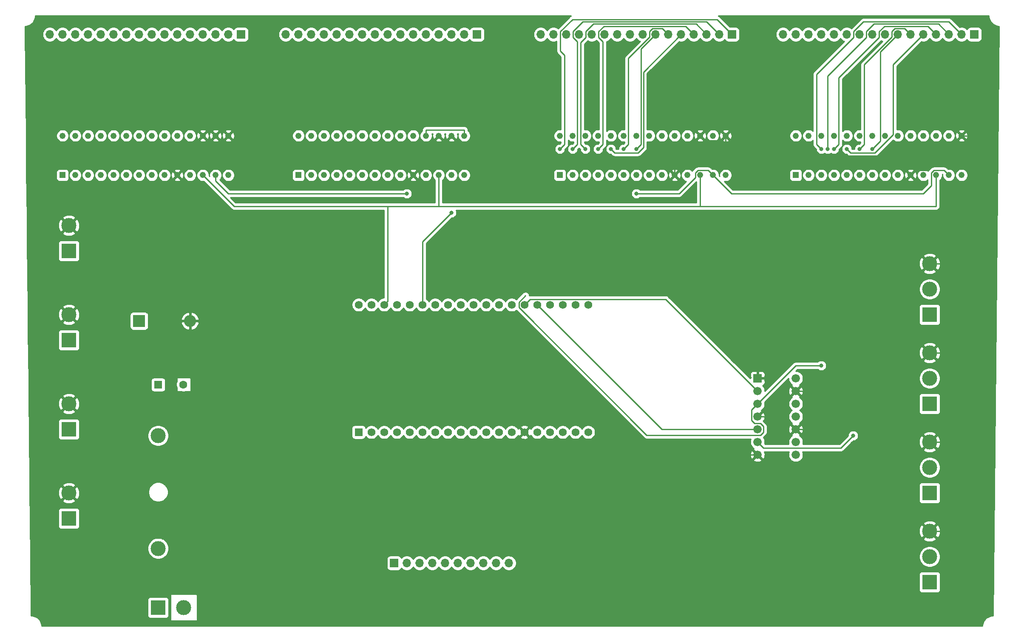
<source format=gbr>
%TF.GenerationSoftware,KiCad,Pcbnew,(5.1.9)-1*%
%TF.CreationDate,2022-04-05T19:21:43+02:00*%
%TF.ProjectId,Hexagon_Desk,48657861-676f-46e5-9f44-65736b2e6b69,rev?*%
%TF.SameCoordinates,Original*%
%TF.FileFunction,Copper,L2,Bot*%
%TF.FilePolarity,Positive*%
%FSLAX46Y46*%
G04 Gerber Fmt 4.6, Leading zero omitted, Abs format (unit mm)*
G04 Created by KiCad (PCBNEW (5.1.9)-1) date 2022-04-05 19:21:43*
%MOMM*%
%LPD*%
G01*
G04 APERTURE LIST*
%TA.AperFunction,ComponentPad*%
%ADD10C,1.560000*%
%TD*%
%TA.AperFunction,ComponentPad*%
%ADD11R,1.560000X1.560000*%
%TD*%
%TA.AperFunction,ComponentPad*%
%ADD12O,2.400000X2.400000*%
%TD*%
%TA.AperFunction,ComponentPad*%
%ADD13R,2.400000X2.400000*%
%TD*%
%TA.AperFunction,ComponentPad*%
%ADD14C,1.600000*%
%TD*%
%TA.AperFunction,ComponentPad*%
%ADD15R,1.600000X1.600000*%
%TD*%
%TA.AperFunction,ComponentPad*%
%ADD16C,1.230000*%
%TD*%
%TA.AperFunction,ComponentPad*%
%ADD17R,1.230000X1.230000*%
%TD*%
%TA.AperFunction,ComponentPad*%
%ADD18C,1.676400*%
%TD*%
%TA.AperFunction,ComponentPad*%
%ADD19R,1.676400X1.676400*%
%TD*%
%TA.AperFunction,ComponentPad*%
%ADD20C,3.000000*%
%TD*%
%TA.AperFunction,ComponentPad*%
%ADD21R,3.000000X3.000000*%
%TD*%
%TA.AperFunction,ComponentPad*%
%ADD22O,1.700000X1.700000*%
%TD*%
%TA.AperFunction,ComponentPad*%
%ADD23R,1.700000X1.700000*%
%TD*%
%TA.AperFunction,ViaPad*%
%ADD24C,0.800000*%
%TD*%
%TA.AperFunction,Conductor*%
%ADD25C,0.250000*%
%TD*%
%TA.AperFunction,Conductor*%
%ADD26C,0.254000*%
%TD*%
%TA.AperFunction,Conductor*%
%ADD27C,0.100000*%
%TD*%
G04 APERTURE END LIST*
D10*
%TO.P,U6,38*%
%TO.N,Net-(U6-Pad38)*%
X144070000Y-88205000D03*
%TO.P,U6,37*%
%TO.N,Net-(U6-Pad37)*%
X141530000Y-88205000D03*
%TO.P,U6,36*%
%TO.N,Net-(U6-Pad36)*%
X138990000Y-88205000D03*
%TO.P,U6,35*%
%TO.N,Net-(U6-Pad35)*%
X136450000Y-88205000D03*
%TO.P,U6,34*%
%TO.N,IO2_LED_Data1*%
X133910000Y-88205000D03*
%TO.P,U6,33*%
%TO.N,IO0_LED_Data0*%
X131370000Y-88205000D03*
%TO.P,U6,32*%
%TO.N,IO4_LED_Data2*%
X128830000Y-88205000D03*
%TO.P,U6,31*%
%TO.N,Net-(U6-Pad31)*%
X126290000Y-88205000D03*
%TO.P,U6,30*%
%TO.N,Net-(U6-Pad30)*%
X123750000Y-88205000D03*
%TO.P,U6,29*%
%TO.N,IO5_LED_Data3*%
X121210000Y-88205000D03*
%TO.P,U6,28*%
%TO.N,Net-(U6-Pad28)*%
X118670000Y-88205000D03*
%TO.P,U6,27*%
%TO.N,Net-(U6-Pad27)*%
X116130000Y-88205000D03*
%TO.P,U6,26*%
%TO.N,Net-(U6-Pad26)*%
X113590000Y-88205000D03*
%TO.P,U6,25*%
%TO.N,I2C_SDA*%
X111050000Y-88205000D03*
%TO.P,U6,24*%
%TO.N,Net-(U6-Pad24)*%
X108510000Y-88205000D03*
%TO.P,U6,23*%
%TO.N,Net-(U6-Pad23)*%
X105970000Y-88205000D03*
%TO.P,U6,22*%
%TO.N,I2C_SCL*%
X103430000Y-88205000D03*
%TO.P,U6,21*%
%TO.N,Net-(U6-Pad21)*%
X100890000Y-88205000D03*
%TO.P,U6,20*%
%TO.N,Net-(U6-Pad20)*%
X98350000Y-88205000D03*
%TO.P,U6,18*%
%TO.N,Net-(U6-Pad18)*%
X141530000Y-113605000D03*
%TO.P,U6,17*%
%TO.N,Net-(U6-Pad17)*%
X138990000Y-113605000D03*
%TO.P,U6,16*%
%TO.N,Net-(U6-Pad16)*%
X136450000Y-113605000D03*
%TO.P,U6,15*%
%TO.N,Net-(U6-Pad15)*%
X133910000Y-113605000D03*
%TO.P,U6,14*%
%TO.N,GND*%
X131370000Y-113605000D03*
%TO.P,U6,13*%
%TO.N,Net-(U6-Pad13)*%
X128830000Y-113605000D03*
%TO.P,U6,12*%
%TO.N,Net-(J13-Pad10)*%
X126290000Y-113605000D03*
%TO.P,U6,11*%
%TO.N,Net-(J13-Pad9)*%
X123750000Y-113605000D03*
%TO.P,U6,10*%
%TO.N,Net-(J13-Pad8)*%
X121210000Y-113605000D03*
%TO.P,U6,9*%
%TO.N,Net-(J13-Pad7)*%
X118670000Y-113605000D03*
%TO.P,U6,8*%
%TO.N,Net-(J13-Pad6)*%
X116130000Y-113605000D03*
%TO.P,U6,7*%
%TO.N,Net-(J13-Pad5)*%
X113590000Y-113605000D03*
%TO.P,U6,6*%
%TO.N,Net-(J13-Pad4)*%
X111050000Y-113605000D03*
%TO.P,U6,5*%
%TO.N,Net-(J13-Pad3)*%
X108510000Y-113605000D03*
%TO.P,U6,4*%
%TO.N,Net-(U6-Pad4)*%
X105970000Y-113605000D03*
%TO.P,U6,3*%
%TO.N,Net-(U6-Pad3)*%
X103430000Y-113605000D03*
%TO.P,U6,19*%
%TO.N,+5V*%
X144070000Y-113605000D03*
%TO.P,U6,2*%
%TO.N,Net-(J13-Pad2)*%
X100890000Y-113605000D03*
D11*
%TO.P,U6,1*%
%TO.N,Net-(J13-Pad1)*%
X98350000Y-113605000D03*
%TD*%
D12*
%TO.P,D0,2*%
%TO.N,GND*%
X64770000Y-91440000D03*
D13*
%TO.P,D0,1*%
%TO.N,+5V*%
X54610000Y-91440000D03*
%TD*%
D14*
%TO.P,C0,2*%
%TO.N,GND*%
X63420000Y-104140000D03*
D15*
%TO.P,C0,1*%
%TO.N,+5V*%
X58420000Y-104140000D03*
%TD*%
D16*
%TO.P,U2,28*%
%TO.N,Net-(J9-Pad16)*%
X39370000Y-54485000D03*
%TO.P,U2,27*%
%TO.N,Net-(J9-Pad15)*%
X41910000Y-54485000D03*
%TO.P,U2,26*%
%TO.N,Net-(J9-Pad14)*%
X44450000Y-54485000D03*
%TO.P,U2,25*%
%TO.N,Net-(J9-Pad13)*%
X46990000Y-54485000D03*
%TO.P,U2,24*%
%TO.N,Net-(J9-Pad12)*%
X49530000Y-54485000D03*
%TO.P,U2,23*%
%TO.N,Net-(J9-Pad11)*%
X52070000Y-54485000D03*
%TO.P,U2,22*%
%TO.N,Net-(J9-Pad10)*%
X54610000Y-54485000D03*
%TO.P,U2,21*%
%TO.N,Net-(J9-Pad9)*%
X57150000Y-54485000D03*
%TO.P,U2,20*%
%TO.N,Net-(U2-Pad20)*%
X59690000Y-54485000D03*
%TO.P,U2,19*%
%TO.N,Net-(U2-Pad19)*%
X62230000Y-54485000D03*
%TO.P,U2,18*%
%TO.N,+5V*%
X64770000Y-54485000D03*
%TO.P,U2,17*%
%TO.N,GND*%
X67310000Y-54485000D03*
%TO.P,U2,16*%
X69850000Y-54485000D03*
%TO.P,U2,15*%
X72390000Y-54485000D03*
%TO.P,U2,14*%
%TO.N,Net-(U2-Pad14)*%
X72390000Y-62355000D03*
%TO.P,U2,13*%
%TO.N,I2C_SDA*%
X69850000Y-62355000D03*
%TO.P,U2,12*%
%TO.N,I2C_SCL*%
X67310000Y-62355000D03*
%TO.P,U2,11*%
%TO.N,Net-(U2-Pad11)*%
X64770000Y-62355000D03*
%TO.P,U2,10*%
%TO.N,GND*%
X62230000Y-62355000D03*
%TO.P,U2,9*%
%TO.N,+5V*%
X59690000Y-62355000D03*
%TO.P,U2,8*%
%TO.N,Net-(J9-Pad8)*%
X57150000Y-62355000D03*
%TO.P,U2,7*%
%TO.N,Net-(J9-Pad7)*%
X54610000Y-62355000D03*
%TO.P,U2,6*%
%TO.N,Net-(J9-Pad6)*%
X52070000Y-62355000D03*
%TO.P,U2,5*%
%TO.N,Net-(J9-Pad5)*%
X49530000Y-62355000D03*
%TO.P,U2,4*%
%TO.N,Net-(J9-Pad4)*%
X46990000Y-62355000D03*
%TO.P,U2,3*%
%TO.N,Net-(J9-Pad3)*%
X44450000Y-62355000D03*
%TO.P,U2,2*%
%TO.N,Net-(J9-Pad2)*%
X41910000Y-62355000D03*
D17*
%TO.P,U2,1*%
%TO.N,Net-(J9-Pad1)*%
X39370000Y-62355000D03*
%TD*%
D16*
%TO.P,U5,28*%
%TO.N,Net-(J12-Pad16)*%
X185420000Y-54485000D03*
%TO.P,U5,27*%
%TO.N,Net-(J12-Pad15)*%
X187960000Y-54485000D03*
%TO.P,U5,26*%
%TO.N,Net-(J12-Pad14)*%
X190500000Y-54485000D03*
%TO.P,U5,25*%
%TO.N,Net-(J12-Pad13)*%
X193040000Y-54485000D03*
%TO.P,U5,24*%
%TO.N,Net-(J12-Pad12)*%
X195580000Y-54485000D03*
%TO.P,U5,23*%
%TO.N,Net-(J12-Pad11)*%
X198120000Y-54485000D03*
%TO.P,U5,22*%
%TO.N,Net-(J12-Pad10)*%
X200660000Y-54485000D03*
%TO.P,U5,21*%
%TO.N,Net-(J12-Pad9)*%
X203200000Y-54485000D03*
%TO.P,U5,20*%
%TO.N,Net-(U5-Pad20)*%
X205740000Y-54485000D03*
%TO.P,U5,19*%
%TO.N,Net-(U5-Pad19)*%
X208280000Y-54485000D03*
%TO.P,U5,18*%
%TO.N,+5V*%
X210820000Y-54485000D03*
%TO.P,U5,17*%
X213360000Y-54485000D03*
%TO.P,U5,16*%
X215900000Y-54485000D03*
%TO.P,U5,15*%
%TO.N,GND*%
X218440000Y-54485000D03*
%TO.P,U5,14*%
%TO.N,Net-(U5-Pad14)*%
X218440000Y-62355000D03*
%TO.P,U5,13*%
%TO.N,I2C_SDA*%
X215900000Y-62355000D03*
%TO.P,U5,12*%
%TO.N,I2C_SCL*%
X213360000Y-62355000D03*
%TO.P,U5,11*%
%TO.N,Net-(U5-Pad11)*%
X210820000Y-62355000D03*
%TO.P,U5,10*%
%TO.N,GND*%
X208280000Y-62355000D03*
%TO.P,U5,9*%
%TO.N,+5V*%
X205740000Y-62355000D03*
%TO.P,U5,8*%
%TO.N,Net-(J12-Pad8)*%
X203200000Y-62355000D03*
%TO.P,U5,7*%
%TO.N,Net-(J12-Pad7)*%
X200660000Y-62355000D03*
%TO.P,U5,6*%
%TO.N,Net-(J12-Pad6)*%
X198120000Y-62355000D03*
%TO.P,U5,5*%
%TO.N,Net-(J12-Pad5)*%
X195580000Y-62355000D03*
%TO.P,U5,4*%
%TO.N,Net-(J12-Pad4)*%
X193040000Y-62355000D03*
%TO.P,U5,3*%
%TO.N,Net-(J12-Pad3)*%
X190500000Y-62355000D03*
%TO.P,U5,2*%
%TO.N,Net-(J12-Pad2)*%
X187960000Y-62355000D03*
D17*
%TO.P,U5,1*%
%TO.N,Net-(J12-Pad1)*%
X185420000Y-62355000D03*
%TD*%
D16*
%TO.P,U4,28*%
%TO.N,Net-(J11-Pad16)*%
X138430000Y-54485000D03*
%TO.P,U4,27*%
%TO.N,Net-(J11-Pad15)*%
X140970000Y-54485000D03*
%TO.P,U4,26*%
%TO.N,Net-(J11-Pad14)*%
X143510000Y-54485000D03*
%TO.P,U4,25*%
%TO.N,Net-(J11-Pad13)*%
X146050000Y-54485000D03*
%TO.P,U4,24*%
%TO.N,Net-(J11-Pad12)*%
X148590000Y-54485000D03*
%TO.P,U4,23*%
%TO.N,Net-(J11-Pad11)*%
X151130000Y-54485000D03*
%TO.P,U4,22*%
%TO.N,Net-(J11-Pad10)*%
X153670000Y-54485000D03*
%TO.P,U4,21*%
%TO.N,Net-(J11-Pad9)*%
X156210000Y-54485000D03*
%TO.P,U4,20*%
%TO.N,Net-(U4-Pad20)*%
X158750000Y-54485000D03*
%TO.P,U4,19*%
%TO.N,Net-(U4-Pad19)*%
X161290000Y-54485000D03*
%TO.P,U4,18*%
%TO.N,+5V*%
X163830000Y-54485000D03*
%TO.P,U4,17*%
%TO.N,GND*%
X166370000Y-54485000D03*
%TO.P,U4,16*%
%TO.N,+5V*%
X168910000Y-54485000D03*
%TO.P,U4,15*%
%TO.N,GND*%
X171450000Y-54485000D03*
%TO.P,U4,14*%
%TO.N,Net-(U4-Pad14)*%
X171450000Y-62355000D03*
%TO.P,U4,13*%
%TO.N,I2C_SDA*%
X168910000Y-62355000D03*
%TO.P,U4,12*%
%TO.N,I2C_SCL*%
X166370000Y-62355000D03*
%TO.P,U4,11*%
%TO.N,Net-(U4-Pad11)*%
X163830000Y-62355000D03*
%TO.P,U4,10*%
%TO.N,GND*%
X161290000Y-62355000D03*
%TO.P,U4,9*%
%TO.N,+5V*%
X158750000Y-62355000D03*
%TO.P,U4,8*%
%TO.N,Net-(J11-Pad8)*%
X156210000Y-62355000D03*
%TO.P,U4,7*%
%TO.N,Net-(J11-Pad7)*%
X153670000Y-62355000D03*
%TO.P,U4,6*%
%TO.N,Net-(J11-Pad6)*%
X151130000Y-62355000D03*
%TO.P,U4,5*%
%TO.N,Net-(J11-Pad5)*%
X148590000Y-62355000D03*
%TO.P,U4,4*%
%TO.N,Net-(J11-Pad4)*%
X146050000Y-62355000D03*
%TO.P,U4,3*%
%TO.N,Net-(J11-Pad3)*%
X143510000Y-62355000D03*
%TO.P,U4,2*%
%TO.N,Net-(J11-Pad2)*%
X140970000Y-62355000D03*
D17*
%TO.P,U4,1*%
%TO.N,Net-(J11-Pad1)*%
X138430000Y-62355000D03*
%TD*%
D16*
%TO.P,U3,28*%
%TO.N,Net-(J10-Pad16)*%
X86360000Y-54485000D03*
%TO.P,U3,27*%
%TO.N,Net-(J10-Pad15)*%
X88900000Y-54485000D03*
%TO.P,U3,26*%
%TO.N,Net-(J10-Pad14)*%
X91440000Y-54485000D03*
%TO.P,U3,25*%
%TO.N,Net-(J10-Pad13)*%
X93980000Y-54485000D03*
%TO.P,U3,24*%
%TO.N,Net-(J10-Pad12)*%
X96520000Y-54485000D03*
%TO.P,U3,23*%
%TO.N,Net-(J10-Pad11)*%
X99060000Y-54485000D03*
%TO.P,U3,22*%
%TO.N,Net-(J10-Pad10)*%
X101600000Y-54485000D03*
%TO.P,U3,21*%
%TO.N,Net-(J10-Pad9)*%
X104140000Y-54485000D03*
%TO.P,U3,20*%
%TO.N,Net-(U3-Pad20)*%
X106680000Y-54485000D03*
%TO.P,U3,19*%
%TO.N,Net-(U3-Pad19)*%
X109220000Y-54485000D03*
%TO.P,U3,18*%
%TO.N,+5V*%
X111760000Y-54485000D03*
%TO.P,U3,17*%
%TO.N,GND*%
X114300000Y-54485000D03*
%TO.P,U3,16*%
X116840000Y-54485000D03*
%TO.P,U3,15*%
%TO.N,+5V*%
X119380000Y-54485000D03*
%TO.P,U3,14*%
%TO.N,Net-(U3-Pad14)*%
X119380000Y-62355000D03*
%TO.P,U3,13*%
%TO.N,I2C_SDA*%
X116840000Y-62355000D03*
%TO.P,U3,12*%
%TO.N,I2C_SCL*%
X114300000Y-62355000D03*
%TO.P,U3,11*%
%TO.N,Net-(U3-Pad11)*%
X111760000Y-62355000D03*
%TO.P,U3,10*%
%TO.N,GND*%
X109220000Y-62355000D03*
%TO.P,U3,9*%
%TO.N,+5V*%
X106680000Y-62355000D03*
%TO.P,U3,8*%
%TO.N,Net-(J10-Pad8)*%
X104140000Y-62355000D03*
%TO.P,U3,7*%
%TO.N,Net-(J10-Pad7)*%
X101600000Y-62355000D03*
%TO.P,U3,6*%
%TO.N,Net-(J10-Pad6)*%
X99060000Y-62355000D03*
%TO.P,U3,5*%
%TO.N,Net-(J10-Pad5)*%
X96520000Y-62355000D03*
%TO.P,U3,4*%
%TO.N,Net-(J10-Pad4)*%
X93980000Y-62355000D03*
%TO.P,U3,3*%
%TO.N,Net-(J10-Pad3)*%
X91440000Y-62355000D03*
%TO.P,U3,2*%
%TO.N,Net-(J10-Pad2)*%
X88900000Y-62355000D03*
D17*
%TO.P,U3,1*%
%TO.N,Net-(J10-Pad1)*%
X86360000Y-62355000D03*
%TD*%
D18*
%TO.P,U1,14*%
%TO.N,+5V*%
X185420000Y-102870000D03*
%TO.P,U1,13*%
%TO.N,GND*%
X185420000Y-105410000D03*
%TO.P,U1,12*%
%TO.N,IO5_LED_Data3*%
X185420000Y-107950000D03*
%TO.P,U1,11*%
%TO.N,LED_Data3*%
X185420000Y-110490000D03*
%TO.P,U1,10*%
%TO.N,GND*%
X185420000Y-113030000D03*
%TO.P,U1,9*%
%TO.N,IO4_LED_Data2*%
X185420000Y-115570000D03*
%TO.P,U1,8*%
%TO.N,LED_Data2*%
X185420000Y-118110000D03*
%TO.P,U1,7*%
%TO.N,GND*%
X177800000Y-118110000D03*
%TO.P,U1,6*%
%TO.N,LED_Data1*%
X177800000Y-115570000D03*
%TO.P,U1,5*%
%TO.N,IO2_LED_Data1*%
X177800000Y-113030000D03*
%TO.P,U1,4*%
%TO.N,GND*%
X177800000Y-110490000D03*
%TO.P,U1,3*%
%TO.N,LED_Data0*%
X177800000Y-107950000D03*
%TO.P,U1,2*%
%TO.N,IO0_LED_Data0*%
X177800000Y-105410000D03*
D19*
%TO.P,U1,1*%
%TO.N,GND*%
X177800000Y-102870000D03*
%TD*%
D20*
%TO.P,J00_IN1,2*%
%TO.N,GND*%
X63500000Y-148590000D03*
D21*
%TO.P,J00_IN1,1*%
%TO.N,Net-(F0-Pad2)*%
X58420000Y-148590000D03*
%TD*%
D22*
%TO.P,J13,10*%
%TO.N,Net-(J13-Pad10)*%
X128270000Y-139700000D03*
%TO.P,J13,9*%
%TO.N,Net-(J13-Pad9)*%
X125730000Y-139700000D03*
%TO.P,J13,8*%
%TO.N,Net-(J13-Pad8)*%
X123190000Y-139700000D03*
%TO.P,J13,7*%
%TO.N,Net-(J13-Pad7)*%
X120650000Y-139700000D03*
%TO.P,J13,6*%
%TO.N,Net-(J13-Pad6)*%
X118110000Y-139700000D03*
%TO.P,J13,5*%
%TO.N,Net-(J13-Pad5)*%
X115570000Y-139700000D03*
%TO.P,J13,4*%
%TO.N,Net-(J13-Pad4)*%
X113030000Y-139700000D03*
%TO.P,J13,3*%
%TO.N,Net-(J13-Pad3)*%
X110490000Y-139700000D03*
%TO.P,J13,2*%
%TO.N,Net-(J13-Pad2)*%
X107950000Y-139700000D03*
D23*
%TO.P,J13,1*%
%TO.N,Net-(J13-Pad1)*%
X105410000Y-139700000D03*
%TD*%
D22*
%TO.P,J12,16*%
%TO.N,Net-(J12-Pad16)*%
X182880000Y-34290000D03*
%TO.P,J12,15*%
%TO.N,Net-(J12-Pad15)*%
X185420000Y-34290000D03*
%TO.P,J12,14*%
%TO.N,Net-(J12-Pad14)*%
X187960000Y-34290000D03*
%TO.P,J12,13*%
%TO.N,Net-(J12-Pad13)*%
X190500000Y-34290000D03*
%TO.P,J12,12*%
%TO.N,Net-(J12-Pad12)*%
X193040000Y-34290000D03*
%TO.P,J12,11*%
%TO.N,Net-(J12-Pad11)*%
X195580000Y-34290000D03*
%TO.P,J12,10*%
%TO.N,Net-(J12-Pad10)*%
X198120000Y-34290000D03*
%TO.P,J12,9*%
%TO.N,Net-(J12-Pad9)*%
X200660000Y-34290000D03*
%TO.P,J12,8*%
%TO.N,Net-(J12-Pad8)*%
X203200000Y-34290000D03*
%TO.P,J12,7*%
%TO.N,Net-(J12-Pad7)*%
X205740000Y-34290000D03*
%TO.P,J12,6*%
%TO.N,Net-(J12-Pad6)*%
X208280000Y-34290000D03*
%TO.P,J12,5*%
%TO.N,Net-(J12-Pad5)*%
X210820000Y-34290000D03*
%TO.P,J12,4*%
%TO.N,Net-(J12-Pad4)*%
X213360000Y-34290000D03*
%TO.P,J12,3*%
%TO.N,Net-(J12-Pad3)*%
X215900000Y-34290000D03*
%TO.P,J12,2*%
%TO.N,Net-(J12-Pad2)*%
X218440000Y-34290000D03*
D23*
%TO.P,J12,1*%
%TO.N,Net-(J12-Pad1)*%
X220980000Y-34290000D03*
%TD*%
D22*
%TO.P,J11,16*%
%TO.N,Net-(J11-Pad16)*%
X134620000Y-34290000D03*
%TO.P,J11,15*%
%TO.N,Net-(J11-Pad15)*%
X137160000Y-34290000D03*
%TO.P,J11,14*%
%TO.N,Net-(J11-Pad14)*%
X139700000Y-34290000D03*
%TO.P,J11,13*%
%TO.N,Net-(J11-Pad13)*%
X142240000Y-34290000D03*
%TO.P,J11,12*%
%TO.N,Net-(J11-Pad12)*%
X144780000Y-34290000D03*
%TO.P,J11,11*%
%TO.N,Net-(J11-Pad11)*%
X147320000Y-34290000D03*
%TO.P,J11,10*%
%TO.N,Net-(J11-Pad10)*%
X149860000Y-34290000D03*
%TO.P,J11,9*%
%TO.N,Net-(J11-Pad9)*%
X152400000Y-34290000D03*
%TO.P,J11,8*%
%TO.N,Net-(J11-Pad8)*%
X154940000Y-34290000D03*
%TO.P,J11,7*%
%TO.N,Net-(J11-Pad7)*%
X157480000Y-34290000D03*
%TO.P,J11,6*%
%TO.N,Net-(J11-Pad6)*%
X160020000Y-34290000D03*
%TO.P,J11,5*%
%TO.N,Net-(J11-Pad5)*%
X162560000Y-34290000D03*
%TO.P,J11,4*%
%TO.N,Net-(J11-Pad4)*%
X165100000Y-34290000D03*
%TO.P,J11,3*%
%TO.N,Net-(J11-Pad3)*%
X167640000Y-34290000D03*
%TO.P,J11,2*%
%TO.N,Net-(J11-Pad2)*%
X170180000Y-34290000D03*
D23*
%TO.P,J11,1*%
%TO.N,Net-(J11-Pad1)*%
X172720000Y-34290000D03*
%TD*%
D22*
%TO.P,J10,16*%
%TO.N,Net-(J10-Pad16)*%
X83820000Y-34290000D03*
%TO.P,J10,15*%
%TO.N,Net-(J10-Pad15)*%
X86360000Y-34290000D03*
%TO.P,J10,14*%
%TO.N,Net-(J10-Pad14)*%
X88900000Y-34290000D03*
%TO.P,J10,13*%
%TO.N,Net-(J10-Pad13)*%
X91440000Y-34290000D03*
%TO.P,J10,12*%
%TO.N,Net-(J10-Pad12)*%
X93980000Y-34290000D03*
%TO.P,J10,11*%
%TO.N,Net-(J10-Pad11)*%
X96520000Y-34290000D03*
%TO.P,J10,10*%
%TO.N,Net-(J10-Pad10)*%
X99060000Y-34290000D03*
%TO.P,J10,9*%
%TO.N,Net-(J10-Pad9)*%
X101600000Y-34290000D03*
%TO.P,J10,8*%
%TO.N,Net-(J10-Pad8)*%
X104140000Y-34290000D03*
%TO.P,J10,7*%
%TO.N,Net-(J10-Pad7)*%
X106680000Y-34290000D03*
%TO.P,J10,6*%
%TO.N,Net-(J10-Pad6)*%
X109220000Y-34290000D03*
%TO.P,J10,5*%
%TO.N,Net-(J10-Pad5)*%
X111760000Y-34290000D03*
%TO.P,J10,4*%
%TO.N,Net-(J10-Pad4)*%
X114300000Y-34290000D03*
%TO.P,J10,3*%
%TO.N,Net-(J10-Pad3)*%
X116840000Y-34290000D03*
%TO.P,J10,2*%
%TO.N,Net-(J10-Pad2)*%
X119380000Y-34290000D03*
D23*
%TO.P,J10,1*%
%TO.N,Net-(J10-Pad1)*%
X121920000Y-34290000D03*
%TD*%
D22*
%TO.P,J9,16*%
%TO.N,Net-(J9-Pad16)*%
X36830000Y-34290000D03*
%TO.P,J9,15*%
%TO.N,Net-(J9-Pad15)*%
X39370000Y-34290000D03*
%TO.P,J9,14*%
%TO.N,Net-(J9-Pad14)*%
X41910000Y-34290000D03*
%TO.P,J9,13*%
%TO.N,Net-(J9-Pad13)*%
X44450000Y-34290000D03*
%TO.P,J9,12*%
%TO.N,Net-(J9-Pad12)*%
X46990000Y-34290000D03*
%TO.P,J9,11*%
%TO.N,Net-(J9-Pad11)*%
X49530000Y-34290000D03*
%TO.P,J9,10*%
%TO.N,Net-(J9-Pad10)*%
X52070000Y-34290000D03*
%TO.P,J9,9*%
%TO.N,Net-(J9-Pad9)*%
X54610000Y-34290000D03*
%TO.P,J9,8*%
%TO.N,Net-(J9-Pad8)*%
X57150000Y-34290000D03*
%TO.P,J9,7*%
%TO.N,Net-(J9-Pad7)*%
X59690000Y-34290000D03*
%TO.P,J9,6*%
%TO.N,Net-(J9-Pad6)*%
X62230000Y-34290000D03*
%TO.P,J9,5*%
%TO.N,Net-(J9-Pad5)*%
X64770000Y-34290000D03*
%TO.P,J9,4*%
%TO.N,Net-(J9-Pad4)*%
X67310000Y-34290000D03*
%TO.P,J9,3*%
%TO.N,Net-(J9-Pad3)*%
X69850000Y-34290000D03*
%TO.P,J9,2*%
%TO.N,Net-(J9-Pad2)*%
X72390000Y-34290000D03*
D23*
%TO.P,J9,1*%
%TO.N,Net-(J9-Pad1)*%
X74930000Y-34290000D03*
%TD*%
D20*
%TO.P,J8,2*%
%TO.N,GND*%
X40640000Y-72390000D03*
D21*
%TO.P,J8,1*%
%TO.N,+5V*%
X40640000Y-77470000D03*
%TD*%
D20*
%TO.P,J7,2*%
%TO.N,GND*%
X40640000Y-90170000D03*
D21*
%TO.P,J7,1*%
%TO.N,+5V*%
X40640000Y-95250000D03*
%TD*%
D20*
%TO.P,J6,2*%
%TO.N,GND*%
X40640000Y-107950000D03*
D21*
%TO.P,J6,1*%
%TO.N,+5V*%
X40640000Y-113030000D03*
%TD*%
D20*
%TO.P,J5,2*%
%TO.N,GND*%
X40640000Y-125730000D03*
D21*
%TO.P,J5,1*%
%TO.N,+5V*%
X40640000Y-130810000D03*
%TD*%
D20*
%TO.P,J4,3*%
%TO.N,GND*%
X212090000Y-133350000D03*
%TO.P,J4,2*%
%TO.N,LED_Data3*%
X212090000Y-138430000D03*
D21*
%TO.P,J4,1*%
%TO.N,+5V*%
X212090000Y-143510000D03*
%TD*%
D20*
%TO.P,J2,3*%
%TO.N,GND*%
X212090000Y-115570000D03*
%TO.P,J2,2*%
%TO.N,LED_Data2*%
X212090000Y-120650000D03*
D21*
%TO.P,J2,1*%
%TO.N,+5V*%
X212090000Y-125730000D03*
%TD*%
D20*
%TO.P,J1,3*%
%TO.N,GND*%
X212090000Y-97790000D03*
%TO.P,J1,2*%
%TO.N,LED_Data1*%
X212090000Y-102870000D03*
D21*
%TO.P,J1,1*%
%TO.N,+5V*%
X212090000Y-107950000D03*
%TD*%
D20*
%TO.P,J0,3*%
%TO.N,GND*%
X212090000Y-80010000D03*
%TO.P,J0,2*%
%TO.N,LED_Data0*%
X212090000Y-85090000D03*
D21*
%TO.P,J0,1*%
%TO.N,+5V*%
X212090000Y-90170000D03*
%TD*%
D20*
%TO.P,F0,2*%
%TO.N,Net-(F0-Pad2)*%
X58420000Y-136800000D03*
%TO.P,F0,1*%
%TO.N,+5V*%
X58420000Y-114300000D03*
%TD*%
D24*
%TO.N,LED_Data0*%
X190500000Y-100330000D03*
%TO.N,LED_Data1*%
X196850000Y-114300000D03*
%TO.N,Net-(J11-Pad7)*%
X153670000Y-57150000D03*
%TO.N,Net-(J11-Pad6)*%
X151130000Y-57150000D03*
%TO.N,Net-(J11-Pad5)*%
X148590000Y-57150000D03*
%TO.N,Net-(J11-Pad4)*%
X146050000Y-57150000D03*
%TO.N,Net-(J11-Pad3)*%
X143510000Y-57150000D03*
%TO.N,Net-(J11-Pad2)*%
X140970000Y-57150000D03*
%TO.N,Net-(J11-Pad1)*%
X138430000Y-57150000D03*
%TO.N,Net-(J12-Pad7)*%
X200660000Y-57150000D03*
%TO.N,Net-(J12-Pad6)*%
X198120000Y-57150000D03*
%TO.N,Net-(J12-Pad5)*%
X195580000Y-57150000D03*
%TO.N,Net-(J12-Pad4)*%
X193040000Y-57150000D03*
%TO.N,Net-(J12-Pad3)*%
X191770000Y-57150000D03*
%TO.N,Net-(J12-Pad2)*%
X190500000Y-57150000D03*
%TO.N,I2C_SDA*%
X116840000Y-69850000D03*
X107950000Y-66040000D03*
X153670000Y-66040000D03*
%TD*%
D25*
%TO.N,GND*%
X42465001Y-74215001D02*
X40640000Y-72390000D01*
X157355000Y-58420000D02*
X161290000Y-62355000D01*
X161290000Y-59565000D02*
X166370000Y-54485000D01*
X161290000Y-62355000D02*
X161290000Y-59565000D01*
X170509999Y-55425001D02*
X171450000Y-54485000D01*
X167310001Y-55425001D02*
X170509999Y-55425001D01*
X166370000Y-54485000D02*
X167310001Y-55425001D01*
X171450000Y-54485000D02*
X171450000Y-58420000D01*
X211510001Y-61414999D02*
X218440000Y-54485000D01*
X209220001Y-61414999D02*
X211510001Y-61414999D01*
X208280000Y-62355000D02*
X209220001Y-61414999D01*
X167640000Y-118110000D02*
X177800000Y-118110000D01*
X167640000Y-118110000D02*
X132080000Y-118110000D01*
X132080000Y-114315000D02*
X131370000Y-113605000D01*
X132080000Y-118110000D02*
X132080000Y-114315000D01*
X167640000Y-127000000D02*
X198120000Y-127000000D01*
X167640000Y-127000000D02*
X167640000Y-118110000D01*
X198120000Y-127000000D02*
X198120000Y-113030000D01*
X198120000Y-113030000D02*
X185420000Y-113030000D01*
X182880000Y-110490000D02*
X185420000Y-113030000D01*
X177800000Y-110490000D02*
X182880000Y-110490000D01*
X198120000Y-113030000D02*
X198120000Y-105410000D01*
X185420000Y-105410000D02*
X198120000Y-105410000D01*
X198120000Y-105410000D02*
X198120000Y-99060000D01*
X198120000Y-99060000D02*
X177800000Y-99060000D01*
X177800000Y-99060000D02*
X177800000Y-102870000D01*
X218440000Y-54485000D02*
X220855000Y-54485000D01*
X220855000Y-54485000D02*
X220980000Y-54610000D01*
X220980000Y-133350000D02*
X212090000Y-133350000D01*
X212090000Y-115570000D02*
X220980000Y-115570000D01*
X212090000Y-97790000D02*
X220980000Y-97790000D01*
X220980000Y-97790000D02*
X220980000Y-133350000D01*
X210820000Y-99060000D02*
X212090000Y-97790000D01*
X198120000Y-99060000D02*
X210820000Y-99060000D01*
X220980000Y-80010000D02*
X212090000Y-80010000D01*
X220980000Y-80010000D02*
X220980000Y-97790000D01*
X204407500Y-58482500D02*
X171512500Y-58482500D01*
X204345000Y-58420000D02*
X204407500Y-58482500D01*
X204407500Y-58482500D02*
X208280000Y-62355000D01*
X220980000Y-54610000D02*
X220980000Y-80010000D01*
%TO.N,+5V*%
X111760000Y-54485000D02*
X111760000Y-53340000D01*
X111760000Y-53340000D02*
X119380000Y-53340000D01*
X119380000Y-53340000D02*
X119380000Y-54485000D01*
%TO.N,LED_Data0*%
X130264999Y-87674599D02*
X131579598Y-86360000D01*
X155722799Y-114193201D02*
X130264999Y-88735401D01*
X178358337Y-114193201D02*
X155722799Y-114193201D01*
X178963201Y-112471663D02*
X178963201Y-113588337D01*
X178358337Y-111866799D02*
X178963201Y-112471663D01*
X130264999Y-88735401D02*
X130264999Y-87674599D01*
X177241663Y-111866799D02*
X178358337Y-111866799D01*
X178963201Y-113588337D02*
X178358337Y-114193201D01*
X176636799Y-111261935D02*
X177241663Y-111866799D01*
X176636799Y-109113201D02*
X176636799Y-111261935D01*
X177800000Y-107950000D02*
X176636799Y-109113201D01*
X177800000Y-107950000D02*
X185420000Y-100330000D01*
X185420000Y-100330000D02*
X190500000Y-100330000D01*
X190500000Y-100330000D02*
X190500000Y-100330000D01*
%TO.N,LED_Data1*%
X178963201Y-116733201D02*
X194416799Y-116733201D01*
X177800000Y-115570000D02*
X178963201Y-116733201D01*
X194416799Y-116733201D02*
X196850000Y-114300000D01*
X196850000Y-114300000D02*
X196850000Y-114300000D01*
%TO.N,Net-(J11-Pad7)*%
X154610001Y-37159999D02*
X157480000Y-34290000D01*
X154610001Y-56209999D02*
X154610001Y-37159999D01*
X153670000Y-57150000D02*
X154610001Y-56209999D01*
%TO.N,Net-(J11-Pad6)*%
X158844999Y-33114999D02*
X160020000Y-34290000D01*
X156915999Y-33114999D02*
X158844999Y-33114999D01*
X156304999Y-33725999D02*
X156915999Y-33114999D01*
X156304999Y-34828591D02*
X156304999Y-33725999D01*
X152070001Y-39063589D02*
X156304999Y-34828591D01*
X152070001Y-56209999D02*
X152070001Y-39063589D01*
X151130000Y-57150000D02*
X152070001Y-56209999D01*
%TO.N,Net-(J11-Pad5)*%
X155060011Y-41789989D02*
X162560000Y-34290000D01*
X155060011Y-56832991D02*
X155060011Y-41789989D01*
X154018001Y-57875001D02*
X155060011Y-56832991D01*
X149315001Y-57875001D02*
X154018001Y-57875001D01*
X148590000Y-57150000D02*
X149315001Y-57875001D01*
%TO.N,Net-(J11-Pad4)*%
X163474990Y-32664990D02*
X165100000Y-34290000D01*
X146144999Y-34854001D02*
X146144999Y-33725999D01*
X147206008Y-32664990D02*
X163474990Y-32664990D01*
X146990001Y-35699003D02*
X146144999Y-34854001D01*
X146990001Y-56209999D02*
X146990001Y-35699003D01*
X146144999Y-33725999D02*
X147206008Y-32664990D01*
X146050000Y-57150000D02*
X146990001Y-56209999D01*
%TO.N,Net-(J11-Pad3)*%
X165564981Y-32214981D02*
X167640000Y-34290000D01*
X145116017Y-32214981D02*
X165564981Y-32214981D01*
X143604999Y-33725999D02*
X145116017Y-32214981D01*
X143604999Y-34854001D02*
X143604999Y-33725999D01*
X142569999Y-35889001D02*
X143604999Y-34854001D01*
X142569999Y-56209999D02*
X142569999Y-35889001D01*
X143510000Y-57150000D02*
X142569999Y-56209999D01*
%TO.N,Net-(J11-Pad2)*%
X143026026Y-31764972D02*
X167654972Y-31764972D01*
X141064999Y-33725999D02*
X143026026Y-31764972D01*
X141064999Y-34854001D02*
X141064999Y-33725999D01*
X141910001Y-35699003D02*
X141064999Y-34854001D01*
X167654972Y-31764972D02*
X170180000Y-34290000D01*
X141910001Y-56209999D02*
X141910001Y-35699003D01*
X140970000Y-57150000D02*
X141910001Y-56209999D01*
%TO.N,Net-(J11-Pad1)*%
X138524999Y-33725999D02*
X140936035Y-31314963D01*
X169744963Y-31314963D02*
X172720000Y-34290000D01*
X139370001Y-38429999D02*
X138524999Y-37584997D01*
X138524999Y-37584997D02*
X138524999Y-33725999D01*
X139370001Y-56209999D02*
X139370001Y-38429999D01*
X140936035Y-31314963D02*
X169744963Y-31314963D01*
X138430000Y-57150000D02*
X139370001Y-56209999D01*
%TO.N,Net-(J12-Pad7)*%
X202259999Y-37770001D02*
X205740000Y-34290000D01*
X202259999Y-55550001D02*
X202259999Y-37770001D01*
X200660000Y-57150000D02*
X202259999Y-55550001D01*
%TO.N,Net-(J12-Pad6)*%
X207104999Y-33114999D02*
X208280000Y-34290000D01*
X204564999Y-33725999D02*
X205175999Y-33114999D01*
X204564999Y-34828591D02*
X204564999Y-33725999D01*
X199060001Y-40333589D02*
X204564999Y-34828591D01*
X199060001Y-56209999D02*
X199060001Y-40333589D01*
X205175999Y-33114999D02*
X207104999Y-33114999D01*
X198120000Y-57150000D02*
X199060001Y-56209999D01*
%TO.N,Net-(J12-Pad5)*%
X204799999Y-40310001D02*
X210820000Y-34290000D01*
X201201201Y-57875001D02*
X204799999Y-54276203D01*
X196305001Y-57875001D02*
X201201201Y-57875001D01*
X204799999Y-54276203D02*
X204799999Y-40310001D01*
X195580000Y-57150000D02*
X196305001Y-57875001D01*
%TO.N,Net-(J12-Pad4)*%
X203086008Y-32664990D02*
X211734990Y-32664990D01*
X211734990Y-32664990D02*
X213360000Y-34290000D01*
X202024999Y-33725999D02*
X203086008Y-32664990D01*
X202024999Y-34854001D02*
X202024999Y-33725999D01*
X193980001Y-42898999D02*
X202024999Y-34854001D01*
X193980001Y-56209999D02*
X193980001Y-42898999D01*
X193040000Y-57150000D02*
X193980001Y-56209999D01*
%TO.N,Net-(J12-Pad3)*%
X213824981Y-32214981D02*
X215900000Y-34290000D01*
X199484999Y-33725999D02*
X200996017Y-32214981D01*
X200996017Y-32214981D02*
X213824981Y-32214981D01*
X199484999Y-34854001D02*
X199484999Y-33725999D01*
X191770000Y-42569000D02*
X199484999Y-34854001D01*
X191770000Y-57150000D02*
X191770000Y-42569000D01*
%TO.N,Net-(J12-Pad2)*%
X215914972Y-31764972D02*
X218440000Y-34290000D01*
X198906026Y-31764972D02*
X215914972Y-31764972D01*
X196944999Y-33725999D02*
X198906026Y-31764972D01*
X196944999Y-34854001D02*
X196944999Y-33725999D01*
X189559999Y-42239001D02*
X196944999Y-34854001D01*
X189559999Y-56209999D02*
X189559999Y-42239001D01*
X190500000Y-57150000D02*
X189559999Y-56209999D01*
%TO.N,I2C_SDA*%
X111050000Y-88205000D02*
X111050000Y-75640000D01*
X111050000Y-75640000D02*
X116840000Y-69850000D01*
X116840000Y-69850000D02*
X116840000Y-69850000D01*
X167969999Y-61414999D02*
X168910000Y-62355000D01*
X165918799Y-61414999D02*
X167969999Y-61414999D01*
X165429999Y-61903799D02*
X165918799Y-61414999D01*
X165429999Y-62806201D02*
X165429999Y-61903799D01*
X162196200Y-66040000D02*
X165429999Y-62806201D01*
X168910000Y-62355000D02*
X172595000Y-66040000D01*
X214959999Y-61414999D02*
X215900000Y-62355000D01*
X212908799Y-61414999D02*
X214959999Y-61414999D01*
X212419999Y-61903799D02*
X212908799Y-61414999D01*
X212419999Y-64440001D02*
X212419999Y-61903799D01*
X210820000Y-66040000D02*
X212419999Y-64440001D01*
X69850000Y-63503798D02*
X69850000Y-62355000D01*
X153670000Y-66040000D02*
X162196200Y-66040000D01*
X172595000Y-66040000D02*
X210820000Y-66040000D01*
X72386202Y-66040000D02*
X69850000Y-63503798D01*
X107950000Y-66040000D02*
X72386202Y-66040000D01*
%TO.N,I2C_SCL*%
X114300000Y-68580000D02*
X114300000Y-62355000D01*
X166370000Y-68580000D02*
X166370000Y-62355000D01*
X114300000Y-68580000D02*
X166370000Y-68580000D01*
X153670000Y-68580000D02*
X213360000Y-68580000D01*
X213360000Y-68580000D02*
X213360000Y-62355000D01*
X104140000Y-87495000D02*
X103430000Y-88205000D01*
X104140000Y-68580000D02*
X104140000Y-87495000D01*
X104140000Y-68580000D02*
X114300000Y-68580000D01*
X73535000Y-68580000D02*
X104140000Y-68580000D01*
X67310000Y-62355000D02*
X73535000Y-68580000D01*
%TO.N,IO2_LED_Data1*%
X158735000Y-113030000D02*
X133910000Y-88205000D01*
X177800000Y-113030000D02*
X158735000Y-113030000D01*
%TO.N,IO0_LED_Data0*%
X132475001Y-87099999D02*
X131370000Y-88205000D01*
X159489999Y-87099999D02*
X132475001Y-87099999D01*
X177800000Y-105410000D02*
X159489999Y-87099999D01*
%TD*%
D26*
%TO.N,GND*%
X140643788Y-30609417D02*
X140511759Y-30679989D01*
X140396034Y-30774962D01*
X140372236Y-30803960D01*
X138066492Y-33109705D01*
X137863411Y-32974010D01*
X137593158Y-32862068D01*
X137306260Y-32805000D01*
X137013740Y-32805000D01*
X136726842Y-32862068D01*
X136456589Y-32974010D01*
X136213368Y-33136525D01*
X136006525Y-33343368D01*
X135890000Y-33517760D01*
X135773475Y-33343368D01*
X135566632Y-33136525D01*
X135323411Y-32974010D01*
X135053158Y-32862068D01*
X134766260Y-32805000D01*
X134473740Y-32805000D01*
X134186842Y-32862068D01*
X133916589Y-32974010D01*
X133673368Y-33136525D01*
X133466525Y-33343368D01*
X133304010Y-33586589D01*
X133192068Y-33856842D01*
X133135000Y-34143740D01*
X133135000Y-34436260D01*
X133192068Y-34723158D01*
X133304010Y-34993411D01*
X133466525Y-35236632D01*
X133673368Y-35443475D01*
X133916589Y-35605990D01*
X134186842Y-35717932D01*
X134473740Y-35775000D01*
X134766260Y-35775000D01*
X135053158Y-35717932D01*
X135323411Y-35605990D01*
X135566632Y-35443475D01*
X135773475Y-35236632D01*
X135890000Y-35062240D01*
X136006525Y-35236632D01*
X136213368Y-35443475D01*
X136456589Y-35605990D01*
X136726842Y-35717932D01*
X137013740Y-35775000D01*
X137306260Y-35775000D01*
X137593158Y-35717932D01*
X137765000Y-35646753D01*
X137764999Y-37547674D01*
X137761323Y-37584997D01*
X137764999Y-37622319D01*
X137764999Y-37622329D01*
X137775996Y-37733982D01*
X137794513Y-37795025D01*
X137819453Y-37877243D01*
X137890025Y-38009273D01*
X137929870Y-38057823D01*
X137984998Y-38124998D01*
X138014001Y-38148800D01*
X138610002Y-38744802D01*
X138610001Y-53246316D01*
X138553114Y-53235000D01*
X138306886Y-53235000D01*
X138065389Y-53283037D01*
X137837903Y-53377265D01*
X137633172Y-53514062D01*
X137459062Y-53688172D01*
X137322265Y-53892903D01*
X137228037Y-54120389D01*
X137180000Y-54361886D01*
X137180000Y-54608114D01*
X137228037Y-54849611D01*
X137322265Y-55077097D01*
X137459062Y-55281828D01*
X137633172Y-55455938D01*
X137837903Y-55592735D01*
X138065389Y-55686963D01*
X138306886Y-55735000D01*
X138553114Y-55735000D01*
X138610001Y-55723684D01*
X138610001Y-55895197D01*
X138390198Y-56115000D01*
X138328061Y-56115000D01*
X138128102Y-56154774D01*
X137939744Y-56232795D01*
X137770226Y-56346063D01*
X137626063Y-56490226D01*
X137512795Y-56659744D01*
X137434774Y-56848102D01*
X137395000Y-57048061D01*
X137395000Y-57251939D01*
X137434774Y-57451898D01*
X137512795Y-57640256D01*
X137626063Y-57809774D01*
X137770226Y-57953937D01*
X137939744Y-58067205D01*
X138128102Y-58145226D01*
X138328061Y-58185000D01*
X138531939Y-58185000D01*
X138731898Y-58145226D01*
X138920256Y-58067205D01*
X139089774Y-57953937D01*
X139233937Y-57809774D01*
X139347205Y-57640256D01*
X139425226Y-57451898D01*
X139465000Y-57251939D01*
X139465000Y-57189802D01*
X139881005Y-56773797D01*
X139910002Y-56750000D01*
X140004975Y-56634275D01*
X140075547Y-56502246D01*
X140119004Y-56358985D01*
X140130001Y-56247332D01*
X140130001Y-56247323D01*
X140133677Y-56210000D01*
X140130001Y-56172677D01*
X140130001Y-55412767D01*
X140173172Y-55455938D01*
X140377903Y-55592735D01*
X140605389Y-55686963D01*
X140846886Y-55735000D01*
X141093114Y-55735000D01*
X141150001Y-55723684D01*
X141150001Y-55895197D01*
X140930198Y-56115000D01*
X140868061Y-56115000D01*
X140668102Y-56154774D01*
X140479744Y-56232795D01*
X140310226Y-56346063D01*
X140166063Y-56490226D01*
X140052795Y-56659744D01*
X139974774Y-56848102D01*
X139935000Y-57048061D01*
X139935000Y-57251939D01*
X139974774Y-57451898D01*
X140052795Y-57640256D01*
X140166063Y-57809774D01*
X140310226Y-57953937D01*
X140479744Y-58067205D01*
X140668102Y-58145226D01*
X140868061Y-58185000D01*
X141071939Y-58185000D01*
X141271898Y-58145226D01*
X141460256Y-58067205D01*
X141629774Y-57953937D01*
X141773937Y-57809774D01*
X141887205Y-57640256D01*
X141965226Y-57451898D01*
X142005000Y-57251939D01*
X142005000Y-57189802D01*
X142240000Y-56954802D01*
X142475000Y-57189801D01*
X142475000Y-57251939D01*
X142514774Y-57451898D01*
X142592795Y-57640256D01*
X142706063Y-57809774D01*
X142850226Y-57953937D01*
X143019744Y-58067205D01*
X143208102Y-58145226D01*
X143408061Y-58185000D01*
X143611939Y-58185000D01*
X143811898Y-58145226D01*
X144000256Y-58067205D01*
X144169774Y-57953937D01*
X144313937Y-57809774D01*
X144427205Y-57640256D01*
X144505226Y-57451898D01*
X144545000Y-57251939D01*
X144545000Y-57048061D01*
X144505226Y-56848102D01*
X144427205Y-56659744D01*
X144313937Y-56490226D01*
X144169774Y-56346063D01*
X144000256Y-56232795D01*
X143811898Y-56154774D01*
X143611939Y-56115000D01*
X143549801Y-56115000D01*
X143329999Y-55895198D01*
X143329999Y-55723684D01*
X143386886Y-55735000D01*
X143633114Y-55735000D01*
X143874611Y-55686963D01*
X144102097Y-55592735D01*
X144306828Y-55455938D01*
X144480938Y-55281828D01*
X144617735Y-55077097D01*
X144711963Y-54849611D01*
X144760000Y-54608114D01*
X144760000Y-54361886D01*
X144711963Y-54120389D01*
X144617735Y-53892903D01*
X144480938Y-53688172D01*
X144306828Y-53514062D01*
X144102097Y-53377265D01*
X143874611Y-53283037D01*
X143633114Y-53235000D01*
X143386886Y-53235000D01*
X143329999Y-53246316D01*
X143329999Y-36203802D01*
X143987404Y-35546398D01*
X144076589Y-35605990D01*
X144346842Y-35717932D01*
X144633740Y-35775000D01*
X144926260Y-35775000D01*
X145213158Y-35717932D01*
X145483411Y-35605990D01*
X145686492Y-35470295D01*
X146230002Y-36013806D01*
X146230001Y-53246316D01*
X146173114Y-53235000D01*
X145926886Y-53235000D01*
X145685389Y-53283037D01*
X145457903Y-53377265D01*
X145253172Y-53514062D01*
X145079062Y-53688172D01*
X144942265Y-53892903D01*
X144848037Y-54120389D01*
X144800000Y-54361886D01*
X144800000Y-54608114D01*
X144848037Y-54849611D01*
X144942265Y-55077097D01*
X145079062Y-55281828D01*
X145253172Y-55455938D01*
X145457903Y-55592735D01*
X145685389Y-55686963D01*
X145926886Y-55735000D01*
X146173114Y-55735000D01*
X146230001Y-55723684D01*
X146230001Y-55895197D01*
X146010198Y-56115000D01*
X145948061Y-56115000D01*
X145748102Y-56154774D01*
X145559744Y-56232795D01*
X145390226Y-56346063D01*
X145246063Y-56490226D01*
X145132795Y-56659744D01*
X145054774Y-56848102D01*
X145015000Y-57048061D01*
X145015000Y-57251939D01*
X145054774Y-57451898D01*
X145132795Y-57640256D01*
X145246063Y-57809774D01*
X145390226Y-57953937D01*
X145559744Y-58067205D01*
X145748102Y-58145226D01*
X145948061Y-58185000D01*
X146151939Y-58185000D01*
X146351898Y-58145226D01*
X146540256Y-58067205D01*
X146709774Y-57953937D01*
X146853937Y-57809774D01*
X146967205Y-57640256D01*
X147045226Y-57451898D01*
X147085000Y-57251939D01*
X147085000Y-57189802D01*
X147501005Y-56773797D01*
X147530002Y-56750000D01*
X147624975Y-56634275D01*
X147695547Y-56502246D01*
X147739004Y-56358985D01*
X147750001Y-56247332D01*
X147750001Y-56247323D01*
X147753677Y-56210000D01*
X147750001Y-56172677D01*
X147750001Y-55412767D01*
X147793172Y-55455938D01*
X147997903Y-55592735D01*
X148225389Y-55686963D01*
X148466886Y-55735000D01*
X148713114Y-55735000D01*
X148954611Y-55686963D01*
X149182097Y-55592735D01*
X149386828Y-55455938D01*
X149560938Y-55281828D01*
X149697735Y-55077097D01*
X149791963Y-54849611D01*
X149840000Y-54608114D01*
X149840000Y-54361886D01*
X149791963Y-54120389D01*
X149697735Y-53892903D01*
X149560938Y-53688172D01*
X149386828Y-53514062D01*
X149182097Y-53377265D01*
X148954611Y-53283037D01*
X148713114Y-53235000D01*
X148466886Y-53235000D01*
X148225389Y-53283037D01*
X147997903Y-53377265D01*
X147793172Y-53514062D01*
X147750001Y-53557233D01*
X147750001Y-35736325D01*
X147751786Y-35718205D01*
X147753158Y-35717932D01*
X148023411Y-35605990D01*
X148266632Y-35443475D01*
X148473475Y-35236632D01*
X148590000Y-35062240D01*
X148706525Y-35236632D01*
X148913368Y-35443475D01*
X149156589Y-35605990D01*
X149426842Y-35717932D01*
X149713740Y-35775000D01*
X150006260Y-35775000D01*
X150293158Y-35717932D01*
X150563411Y-35605990D01*
X150806632Y-35443475D01*
X151013475Y-35236632D01*
X151130000Y-35062240D01*
X151246525Y-35236632D01*
X151453368Y-35443475D01*
X151696589Y-35605990D01*
X151966842Y-35717932D01*
X152253740Y-35775000D01*
X152546260Y-35775000D01*
X152833158Y-35717932D01*
X153103411Y-35605990D01*
X153346632Y-35443475D01*
X153553475Y-35236632D01*
X153670000Y-35062240D01*
X153786525Y-35236632D01*
X153993368Y-35443475D01*
X154236589Y-35605990D01*
X154389472Y-35669316D01*
X151558999Y-38499790D01*
X151530001Y-38523588D01*
X151506203Y-38552586D01*
X151506202Y-38552587D01*
X151435027Y-38639313D01*
X151364455Y-38771343D01*
X151320999Y-38914604D01*
X151306325Y-39063589D01*
X151310002Y-39100922D01*
X151310001Y-53246316D01*
X151253114Y-53235000D01*
X151006886Y-53235000D01*
X150765389Y-53283037D01*
X150537903Y-53377265D01*
X150333172Y-53514062D01*
X150159062Y-53688172D01*
X150022265Y-53892903D01*
X149928037Y-54120389D01*
X149880000Y-54361886D01*
X149880000Y-54608114D01*
X149928037Y-54849611D01*
X150022265Y-55077097D01*
X150159062Y-55281828D01*
X150333172Y-55455938D01*
X150537903Y-55592735D01*
X150765389Y-55686963D01*
X151006886Y-55735000D01*
X151253114Y-55735000D01*
X151310001Y-55723684D01*
X151310001Y-55895197D01*
X151090198Y-56115000D01*
X151028061Y-56115000D01*
X150828102Y-56154774D01*
X150639744Y-56232795D01*
X150470226Y-56346063D01*
X150326063Y-56490226D01*
X150212795Y-56659744D01*
X150134774Y-56848102D01*
X150095000Y-57048061D01*
X150095000Y-57115001D01*
X149629803Y-57115001D01*
X149625000Y-57110198D01*
X149625000Y-57048061D01*
X149585226Y-56848102D01*
X149507205Y-56659744D01*
X149393937Y-56490226D01*
X149249774Y-56346063D01*
X149080256Y-56232795D01*
X148891898Y-56154774D01*
X148691939Y-56115000D01*
X148488061Y-56115000D01*
X148288102Y-56154774D01*
X148099744Y-56232795D01*
X147930226Y-56346063D01*
X147786063Y-56490226D01*
X147672795Y-56659744D01*
X147594774Y-56848102D01*
X147555000Y-57048061D01*
X147555000Y-57251939D01*
X147594774Y-57451898D01*
X147672795Y-57640256D01*
X147786063Y-57809774D01*
X147930226Y-57953937D01*
X148099744Y-58067205D01*
X148288102Y-58145226D01*
X148488061Y-58185000D01*
X148550198Y-58185000D01*
X148751202Y-58386003D01*
X148775000Y-58415002D01*
X148890725Y-58509975D01*
X149022754Y-58580547D01*
X149166015Y-58624004D01*
X149277668Y-58635001D01*
X149277677Y-58635001D01*
X149315000Y-58638677D01*
X149352323Y-58635001D01*
X153980679Y-58635001D01*
X154018001Y-58638677D01*
X154055323Y-58635001D01*
X154055334Y-58635001D01*
X154166987Y-58624004D01*
X154310248Y-58580547D01*
X154442277Y-58509975D01*
X154558002Y-58415002D01*
X154581805Y-58385999D01*
X155571015Y-57396789D01*
X155600012Y-57372992D01*
X155694985Y-57257267D01*
X155765557Y-57125238D01*
X155809014Y-56981977D01*
X155820011Y-56870324D01*
X155820011Y-56870316D01*
X155823687Y-56832991D01*
X155820011Y-56795666D01*
X155820011Y-55676451D01*
X155845389Y-55686963D01*
X156086886Y-55735000D01*
X156333114Y-55735000D01*
X156574611Y-55686963D01*
X156802097Y-55592735D01*
X157006828Y-55455938D01*
X157180938Y-55281828D01*
X157317735Y-55077097D01*
X157411963Y-54849611D01*
X157460000Y-54608114D01*
X157460000Y-54361886D01*
X157500000Y-54361886D01*
X157500000Y-54608114D01*
X157548037Y-54849611D01*
X157642265Y-55077097D01*
X157779062Y-55281828D01*
X157953172Y-55455938D01*
X158157903Y-55592735D01*
X158385389Y-55686963D01*
X158626886Y-55735000D01*
X158873114Y-55735000D01*
X159114611Y-55686963D01*
X159342097Y-55592735D01*
X159546828Y-55455938D01*
X159720938Y-55281828D01*
X159857735Y-55077097D01*
X159951963Y-54849611D01*
X160000000Y-54608114D01*
X160000000Y-54361886D01*
X160040000Y-54361886D01*
X160040000Y-54608114D01*
X160088037Y-54849611D01*
X160182265Y-55077097D01*
X160319062Y-55281828D01*
X160493172Y-55455938D01*
X160697903Y-55592735D01*
X160925389Y-55686963D01*
X161166886Y-55735000D01*
X161413114Y-55735000D01*
X161654611Y-55686963D01*
X161882097Y-55592735D01*
X162086828Y-55455938D01*
X162260938Y-55281828D01*
X162397735Y-55077097D01*
X162491963Y-54849611D01*
X162540000Y-54608114D01*
X162540000Y-54361886D01*
X162580000Y-54361886D01*
X162580000Y-54608114D01*
X162628037Y-54849611D01*
X162722265Y-55077097D01*
X162859062Y-55281828D01*
X163033172Y-55455938D01*
X163237903Y-55592735D01*
X163465389Y-55686963D01*
X163706886Y-55735000D01*
X163953114Y-55735000D01*
X164194611Y-55686963D01*
X164422097Y-55592735D01*
X164626828Y-55455938D01*
X164737271Y-55345495D01*
X165689110Y-55345495D01*
X165738243Y-55570605D01*
X165962173Y-55672995D01*
X166201775Y-55729731D01*
X166447843Y-55738634D01*
X166690918Y-55699359D01*
X166921661Y-55613417D01*
X167001757Y-55570605D01*
X167050890Y-55345495D01*
X166370000Y-54664605D01*
X165689110Y-55345495D01*
X164737271Y-55345495D01*
X164800938Y-55281828D01*
X164937735Y-55077097D01*
X165031963Y-54849611D01*
X165080000Y-54608114D01*
X165080000Y-54562843D01*
X165116366Y-54562843D01*
X165155641Y-54805918D01*
X165241583Y-55036661D01*
X165284395Y-55116757D01*
X165509505Y-55165890D01*
X166190395Y-54485000D01*
X166549605Y-54485000D01*
X167230495Y-55165890D01*
X167455605Y-55116757D01*
X167557995Y-54892827D01*
X167614731Y-54653225D01*
X167623634Y-54407157D01*
X167616320Y-54361886D01*
X167660000Y-54361886D01*
X167660000Y-54608114D01*
X167708037Y-54849611D01*
X167802265Y-55077097D01*
X167939062Y-55281828D01*
X168113172Y-55455938D01*
X168317903Y-55592735D01*
X168545389Y-55686963D01*
X168786886Y-55735000D01*
X169033114Y-55735000D01*
X169274611Y-55686963D01*
X169502097Y-55592735D01*
X169706828Y-55455938D01*
X169817271Y-55345495D01*
X170769110Y-55345495D01*
X170818243Y-55570605D01*
X171042173Y-55672995D01*
X171281775Y-55729731D01*
X171527843Y-55738634D01*
X171770918Y-55699359D01*
X172001661Y-55613417D01*
X172081757Y-55570605D01*
X172130890Y-55345495D01*
X171450000Y-54664605D01*
X170769110Y-55345495D01*
X169817271Y-55345495D01*
X169880938Y-55281828D01*
X170017735Y-55077097D01*
X170111963Y-54849611D01*
X170160000Y-54608114D01*
X170160000Y-54562843D01*
X170196366Y-54562843D01*
X170235641Y-54805918D01*
X170321583Y-55036661D01*
X170364395Y-55116757D01*
X170589505Y-55165890D01*
X171270395Y-54485000D01*
X171629605Y-54485000D01*
X172310495Y-55165890D01*
X172535605Y-55116757D01*
X172637995Y-54892827D01*
X172694731Y-54653225D01*
X172703634Y-54407157D01*
X172696320Y-54361886D01*
X184170000Y-54361886D01*
X184170000Y-54608114D01*
X184218037Y-54849611D01*
X184312265Y-55077097D01*
X184449062Y-55281828D01*
X184623172Y-55455938D01*
X184827903Y-55592735D01*
X185055389Y-55686963D01*
X185296886Y-55735000D01*
X185543114Y-55735000D01*
X185784611Y-55686963D01*
X186012097Y-55592735D01*
X186216828Y-55455938D01*
X186390938Y-55281828D01*
X186527735Y-55077097D01*
X186621963Y-54849611D01*
X186670000Y-54608114D01*
X186670000Y-54361886D01*
X186621963Y-54120389D01*
X186527735Y-53892903D01*
X186390938Y-53688172D01*
X186216828Y-53514062D01*
X186012097Y-53377265D01*
X185784611Y-53283037D01*
X185543114Y-53235000D01*
X185296886Y-53235000D01*
X185055389Y-53283037D01*
X184827903Y-53377265D01*
X184623172Y-53514062D01*
X184449062Y-53688172D01*
X184312265Y-53892903D01*
X184218037Y-54120389D01*
X184170000Y-54361886D01*
X172696320Y-54361886D01*
X172664359Y-54164082D01*
X172578417Y-53933339D01*
X172535605Y-53853243D01*
X172310495Y-53804110D01*
X171629605Y-54485000D01*
X171270395Y-54485000D01*
X170589505Y-53804110D01*
X170364395Y-53853243D01*
X170262005Y-54077173D01*
X170205269Y-54316775D01*
X170196366Y-54562843D01*
X170160000Y-54562843D01*
X170160000Y-54361886D01*
X170111963Y-54120389D01*
X170017735Y-53892903D01*
X169880938Y-53688172D01*
X169817271Y-53624505D01*
X170769110Y-53624505D01*
X171450000Y-54305395D01*
X172130890Y-53624505D01*
X172081757Y-53399395D01*
X171857827Y-53297005D01*
X171618225Y-53240269D01*
X171372157Y-53231366D01*
X171129082Y-53270641D01*
X170898339Y-53356583D01*
X170818243Y-53399395D01*
X170769110Y-53624505D01*
X169817271Y-53624505D01*
X169706828Y-53514062D01*
X169502097Y-53377265D01*
X169274611Y-53283037D01*
X169033114Y-53235000D01*
X168786886Y-53235000D01*
X168545389Y-53283037D01*
X168317903Y-53377265D01*
X168113172Y-53514062D01*
X167939062Y-53688172D01*
X167802265Y-53892903D01*
X167708037Y-54120389D01*
X167660000Y-54361886D01*
X167616320Y-54361886D01*
X167584359Y-54164082D01*
X167498417Y-53933339D01*
X167455605Y-53853243D01*
X167230495Y-53804110D01*
X166549605Y-54485000D01*
X166190395Y-54485000D01*
X165509505Y-53804110D01*
X165284395Y-53853243D01*
X165182005Y-54077173D01*
X165125269Y-54316775D01*
X165116366Y-54562843D01*
X165080000Y-54562843D01*
X165080000Y-54361886D01*
X165031963Y-54120389D01*
X164937735Y-53892903D01*
X164800938Y-53688172D01*
X164737271Y-53624505D01*
X165689110Y-53624505D01*
X166370000Y-54305395D01*
X167050890Y-53624505D01*
X167001757Y-53399395D01*
X166777827Y-53297005D01*
X166538225Y-53240269D01*
X166292157Y-53231366D01*
X166049082Y-53270641D01*
X165818339Y-53356583D01*
X165738243Y-53399395D01*
X165689110Y-53624505D01*
X164737271Y-53624505D01*
X164626828Y-53514062D01*
X164422097Y-53377265D01*
X164194611Y-53283037D01*
X163953114Y-53235000D01*
X163706886Y-53235000D01*
X163465389Y-53283037D01*
X163237903Y-53377265D01*
X163033172Y-53514062D01*
X162859062Y-53688172D01*
X162722265Y-53892903D01*
X162628037Y-54120389D01*
X162580000Y-54361886D01*
X162540000Y-54361886D01*
X162491963Y-54120389D01*
X162397735Y-53892903D01*
X162260938Y-53688172D01*
X162086828Y-53514062D01*
X161882097Y-53377265D01*
X161654611Y-53283037D01*
X161413114Y-53235000D01*
X161166886Y-53235000D01*
X160925389Y-53283037D01*
X160697903Y-53377265D01*
X160493172Y-53514062D01*
X160319062Y-53688172D01*
X160182265Y-53892903D01*
X160088037Y-54120389D01*
X160040000Y-54361886D01*
X160000000Y-54361886D01*
X159951963Y-54120389D01*
X159857735Y-53892903D01*
X159720938Y-53688172D01*
X159546828Y-53514062D01*
X159342097Y-53377265D01*
X159114611Y-53283037D01*
X158873114Y-53235000D01*
X158626886Y-53235000D01*
X158385389Y-53283037D01*
X158157903Y-53377265D01*
X157953172Y-53514062D01*
X157779062Y-53688172D01*
X157642265Y-53892903D01*
X157548037Y-54120389D01*
X157500000Y-54361886D01*
X157460000Y-54361886D01*
X157411963Y-54120389D01*
X157317735Y-53892903D01*
X157180938Y-53688172D01*
X157006828Y-53514062D01*
X156802097Y-53377265D01*
X156574611Y-53283037D01*
X156333114Y-53235000D01*
X156086886Y-53235000D01*
X155845389Y-53283037D01*
X155820011Y-53293549D01*
X155820011Y-42104790D01*
X162193592Y-35731210D01*
X162413740Y-35775000D01*
X162706260Y-35775000D01*
X162993158Y-35717932D01*
X163263411Y-35605990D01*
X163506632Y-35443475D01*
X163713475Y-35236632D01*
X163830000Y-35062240D01*
X163946525Y-35236632D01*
X164153368Y-35443475D01*
X164396589Y-35605990D01*
X164666842Y-35717932D01*
X164953740Y-35775000D01*
X165246260Y-35775000D01*
X165533158Y-35717932D01*
X165803411Y-35605990D01*
X166046632Y-35443475D01*
X166253475Y-35236632D01*
X166370000Y-35062240D01*
X166486525Y-35236632D01*
X166693368Y-35443475D01*
X166936589Y-35605990D01*
X167206842Y-35717932D01*
X167493740Y-35775000D01*
X167786260Y-35775000D01*
X168073158Y-35717932D01*
X168343411Y-35605990D01*
X168586632Y-35443475D01*
X168793475Y-35236632D01*
X168910000Y-35062240D01*
X169026525Y-35236632D01*
X169233368Y-35443475D01*
X169476589Y-35605990D01*
X169746842Y-35717932D01*
X170033740Y-35775000D01*
X170326260Y-35775000D01*
X170613158Y-35717932D01*
X170883411Y-35605990D01*
X171126632Y-35443475D01*
X171258487Y-35311620D01*
X171280498Y-35384180D01*
X171339463Y-35494494D01*
X171418815Y-35591185D01*
X171515506Y-35670537D01*
X171625820Y-35729502D01*
X171745518Y-35765812D01*
X171870000Y-35778072D01*
X173570000Y-35778072D01*
X173694482Y-35765812D01*
X173814180Y-35729502D01*
X173924494Y-35670537D01*
X174021185Y-35591185D01*
X174100537Y-35494494D01*
X174159502Y-35384180D01*
X174195812Y-35264482D01*
X174208072Y-35140000D01*
X174208072Y-34143740D01*
X181395000Y-34143740D01*
X181395000Y-34436260D01*
X181452068Y-34723158D01*
X181564010Y-34993411D01*
X181726525Y-35236632D01*
X181933368Y-35443475D01*
X182176589Y-35605990D01*
X182446842Y-35717932D01*
X182733740Y-35775000D01*
X183026260Y-35775000D01*
X183313158Y-35717932D01*
X183583411Y-35605990D01*
X183826632Y-35443475D01*
X184033475Y-35236632D01*
X184150000Y-35062240D01*
X184266525Y-35236632D01*
X184473368Y-35443475D01*
X184716589Y-35605990D01*
X184986842Y-35717932D01*
X185273740Y-35775000D01*
X185566260Y-35775000D01*
X185853158Y-35717932D01*
X186123411Y-35605990D01*
X186366632Y-35443475D01*
X186573475Y-35236632D01*
X186690000Y-35062240D01*
X186806525Y-35236632D01*
X187013368Y-35443475D01*
X187256589Y-35605990D01*
X187526842Y-35717932D01*
X187813740Y-35775000D01*
X188106260Y-35775000D01*
X188393158Y-35717932D01*
X188663411Y-35605990D01*
X188906632Y-35443475D01*
X189113475Y-35236632D01*
X189230000Y-35062240D01*
X189346525Y-35236632D01*
X189553368Y-35443475D01*
X189796589Y-35605990D01*
X190066842Y-35717932D01*
X190353740Y-35775000D01*
X190646260Y-35775000D01*
X190933158Y-35717932D01*
X191203411Y-35605990D01*
X191446632Y-35443475D01*
X191653475Y-35236632D01*
X191770000Y-35062240D01*
X191886525Y-35236632D01*
X192093368Y-35443475D01*
X192336589Y-35605990D01*
X192606842Y-35717932D01*
X192893740Y-35775000D01*
X193186260Y-35775000D01*
X193473158Y-35717932D01*
X193743411Y-35605990D01*
X193986632Y-35443475D01*
X194193475Y-35236632D01*
X194310000Y-35062240D01*
X194426525Y-35236632D01*
X194633368Y-35443475D01*
X194876589Y-35605990D01*
X195047440Y-35676758D01*
X189048997Y-41675202D01*
X189019999Y-41699000D01*
X188996201Y-41727998D01*
X188996200Y-41727999D01*
X188925025Y-41814725D01*
X188854453Y-41946755D01*
X188810997Y-42090016D01*
X188796323Y-42239001D01*
X188800000Y-42276333D01*
X188799999Y-53557233D01*
X188756828Y-53514062D01*
X188552097Y-53377265D01*
X188324611Y-53283037D01*
X188083114Y-53235000D01*
X187836886Y-53235000D01*
X187595389Y-53283037D01*
X187367903Y-53377265D01*
X187163172Y-53514062D01*
X186989062Y-53688172D01*
X186852265Y-53892903D01*
X186758037Y-54120389D01*
X186710000Y-54361886D01*
X186710000Y-54608114D01*
X186758037Y-54849611D01*
X186852265Y-55077097D01*
X186989062Y-55281828D01*
X187163172Y-55455938D01*
X187367903Y-55592735D01*
X187595389Y-55686963D01*
X187836886Y-55735000D01*
X188083114Y-55735000D01*
X188324611Y-55686963D01*
X188552097Y-55592735D01*
X188756828Y-55455938D01*
X188799999Y-55412767D01*
X188799999Y-56172677D01*
X188796323Y-56209999D01*
X188799999Y-56247321D01*
X188799999Y-56247331D01*
X188810996Y-56358984D01*
X188836923Y-56444454D01*
X188854453Y-56502245D01*
X188925025Y-56634275D01*
X188945927Y-56659744D01*
X189019998Y-56750000D01*
X189049001Y-56773803D01*
X189465000Y-57189801D01*
X189465000Y-57251939D01*
X189504774Y-57451898D01*
X189582795Y-57640256D01*
X189696063Y-57809774D01*
X189840226Y-57953937D01*
X190009744Y-58067205D01*
X190198102Y-58145226D01*
X190398061Y-58185000D01*
X190601939Y-58185000D01*
X190801898Y-58145226D01*
X190990256Y-58067205D01*
X191135000Y-57970490D01*
X191279744Y-58067205D01*
X191468102Y-58145226D01*
X191668061Y-58185000D01*
X191871939Y-58185000D01*
X192071898Y-58145226D01*
X192260256Y-58067205D01*
X192405000Y-57970490D01*
X192549744Y-58067205D01*
X192738102Y-58145226D01*
X192938061Y-58185000D01*
X193141939Y-58185000D01*
X193341898Y-58145226D01*
X193530256Y-58067205D01*
X193699774Y-57953937D01*
X193843937Y-57809774D01*
X193957205Y-57640256D01*
X194035226Y-57451898D01*
X194075000Y-57251939D01*
X194075000Y-57189802D01*
X194491005Y-56773797D01*
X194520002Y-56750000D01*
X194614975Y-56634275D01*
X194685547Y-56502246D01*
X194729004Y-56358985D01*
X194740001Y-56247332D01*
X194740001Y-56247323D01*
X194743677Y-56210000D01*
X194740001Y-56172677D01*
X194740001Y-55412767D01*
X194783172Y-55455938D01*
X194987903Y-55592735D01*
X195215389Y-55686963D01*
X195456886Y-55735000D01*
X195703114Y-55735000D01*
X195944611Y-55686963D01*
X196172097Y-55592735D01*
X196376828Y-55455938D01*
X196550938Y-55281828D01*
X196687735Y-55077097D01*
X196781963Y-54849611D01*
X196830000Y-54608114D01*
X196830000Y-54361886D01*
X196781963Y-54120389D01*
X196687735Y-53892903D01*
X196550938Y-53688172D01*
X196376828Y-53514062D01*
X196172097Y-53377265D01*
X195944611Y-53283037D01*
X195703114Y-53235000D01*
X195456886Y-53235000D01*
X195215389Y-53283037D01*
X194987903Y-53377265D01*
X194783172Y-53514062D01*
X194740001Y-53557233D01*
X194740001Y-43213800D01*
X202407404Y-35546398D01*
X202496589Y-35605990D01*
X202649472Y-35669316D01*
X198548999Y-39769790D01*
X198520001Y-39793588D01*
X198496203Y-39822586D01*
X198496202Y-39822587D01*
X198425027Y-39909313D01*
X198354455Y-40041343D01*
X198310999Y-40184604D01*
X198296325Y-40333589D01*
X198300002Y-40370922D01*
X198300001Y-53246316D01*
X198243114Y-53235000D01*
X197996886Y-53235000D01*
X197755389Y-53283037D01*
X197527903Y-53377265D01*
X197323172Y-53514062D01*
X197149062Y-53688172D01*
X197012265Y-53892903D01*
X196918037Y-54120389D01*
X196870000Y-54361886D01*
X196870000Y-54608114D01*
X196918037Y-54849611D01*
X197012265Y-55077097D01*
X197149062Y-55281828D01*
X197323172Y-55455938D01*
X197527903Y-55592735D01*
X197755389Y-55686963D01*
X197996886Y-55735000D01*
X198243114Y-55735000D01*
X198300001Y-55723684D01*
X198300001Y-55895197D01*
X198080198Y-56115000D01*
X198018061Y-56115000D01*
X197818102Y-56154774D01*
X197629744Y-56232795D01*
X197460226Y-56346063D01*
X197316063Y-56490226D01*
X197202795Y-56659744D01*
X197124774Y-56848102D01*
X197085000Y-57048061D01*
X197085000Y-57115001D01*
X196619803Y-57115001D01*
X196615000Y-57110198D01*
X196615000Y-57048061D01*
X196575226Y-56848102D01*
X196497205Y-56659744D01*
X196383937Y-56490226D01*
X196239774Y-56346063D01*
X196070256Y-56232795D01*
X195881898Y-56154774D01*
X195681939Y-56115000D01*
X195478061Y-56115000D01*
X195278102Y-56154774D01*
X195089744Y-56232795D01*
X194920226Y-56346063D01*
X194776063Y-56490226D01*
X194662795Y-56659744D01*
X194584774Y-56848102D01*
X194545000Y-57048061D01*
X194545000Y-57251939D01*
X194584774Y-57451898D01*
X194662795Y-57640256D01*
X194776063Y-57809774D01*
X194920226Y-57953937D01*
X195089744Y-58067205D01*
X195278102Y-58145226D01*
X195478061Y-58185000D01*
X195540198Y-58185000D01*
X195741202Y-58386003D01*
X195765000Y-58415002D01*
X195880725Y-58509975D01*
X196012754Y-58580547D01*
X196156015Y-58624004D01*
X196267668Y-58635001D01*
X196267677Y-58635001D01*
X196305000Y-58638677D01*
X196342323Y-58635001D01*
X201163879Y-58635001D01*
X201201201Y-58638677D01*
X201238523Y-58635001D01*
X201238534Y-58635001D01*
X201350187Y-58624004D01*
X201493448Y-58580547D01*
X201625477Y-58509975D01*
X201741202Y-58415002D01*
X201765005Y-58385998D01*
X204819119Y-55331885D01*
X204943172Y-55455938D01*
X205147903Y-55592735D01*
X205375389Y-55686963D01*
X205616886Y-55735000D01*
X205863114Y-55735000D01*
X206104611Y-55686963D01*
X206332097Y-55592735D01*
X206536828Y-55455938D01*
X206710938Y-55281828D01*
X206847735Y-55077097D01*
X206941963Y-54849611D01*
X206990000Y-54608114D01*
X206990000Y-54361886D01*
X207030000Y-54361886D01*
X207030000Y-54608114D01*
X207078037Y-54849611D01*
X207172265Y-55077097D01*
X207309062Y-55281828D01*
X207483172Y-55455938D01*
X207687903Y-55592735D01*
X207915389Y-55686963D01*
X208156886Y-55735000D01*
X208403114Y-55735000D01*
X208644611Y-55686963D01*
X208872097Y-55592735D01*
X209076828Y-55455938D01*
X209250938Y-55281828D01*
X209387735Y-55077097D01*
X209481963Y-54849611D01*
X209530000Y-54608114D01*
X209530000Y-54361886D01*
X209570000Y-54361886D01*
X209570000Y-54608114D01*
X209618037Y-54849611D01*
X209712265Y-55077097D01*
X209849062Y-55281828D01*
X210023172Y-55455938D01*
X210227903Y-55592735D01*
X210455389Y-55686963D01*
X210696886Y-55735000D01*
X210943114Y-55735000D01*
X211184611Y-55686963D01*
X211412097Y-55592735D01*
X211616828Y-55455938D01*
X211790938Y-55281828D01*
X211927735Y-55077097D01*
X212021963Y-54849611D01*
X212070000Y-54608114D01*
X212070000Y-54361886D01*
X212110000Y-54361886D01*
X212110000Y-54608114D01*
X212158037Y-54849611D01*
X212252265Y-55077097D01*
X212389062Y-55281828D01*
X212563172Y-55455938D01*
X212767903Y-55592735D01*
X212995389Y-55686963D01*
X213236886Y-55735000D01*
X213483114Y-55735000D01*
X213724611Y-55686963D01*
X213952097Y-55592735D01*
X214156828Y-55455938D01*
X214330938Y-55281828D01*
X214467735Y-55077097D01*
X214561963Y-54849611D01*
X214610000Y-54608114D01*
X214610000Y-54361886D01*
X214650000Y-54361886D01*
X214650000Y-54608114D01*
X214698037Y-54849611D01*
X214792265Y-55077097D01*
X214929062Y-55281828D01*
X215103172Y-55455938D01*
X215307903Y-55592735D01*
X215535389Y-55686963D01*
X215776886Y-55735000D01*
X216023114Y-55735000D01*
X216264611Y-55686963D01*
X216492097Y-55592735D01*
X216696828Y-55455938D01*
X216807271Y-55345495D01*
X217759110Y-55345495D01*
X217808243Y-55570605D01*
X218032173Y-55672995D01*
X218271775Y-55729731D01*
X218517843Y-55738634D01*
X218760918Y-55699359D01*
X218991661Y-55613417D01*
X219071757Y-55570605D01*
X219120890Y-55345495D01*
X218440000Y-54664605D01*
X217759110Y-55345495D01*
X216807271Y-55345495D01*
X216870938Y-55281828D01*
X217007735Y-55077097D01*
X217101963Y-54849611D01*
X217150000Y-54608114D01*
X217150000Y-54562843D01*
X217186366Y-54562843D01*
X217225641Y-54805918D01*
X217311583Y-55036661D01*
X217354395Y-55116757D01*
X217579505Y-55165890D01*
X218260395Y-54485000D01*
X218619605Y-54485000D01*
X219300495Y-55165890D01*
X219525605Y-55116757D01*
X219627995Y-54892827D01*
X219684731Y-54653225D01*
X219693634Y-54407157D01*
X219654359Y-54164082D01*
X219568417Y-53933339D01*
X219525605Y-53853243D01*
X219300495Y-53804110D01*
X218619605Y-54485000D01*
X218260395Y-54485000D01*
X217579505Y-53804110D01*
X217354395Y-53853243D01*
X217252005Y-54077173D01*
X217195269Y-54316775D01*
X217186366Y-54562843D01*
X217150000Y-54562843D01*
X217150000Y-54361886D01*
X217101963Y-54120389D01*
X217007735Y-53892903D01*
X216870938Y-53688172D01*
X216807271Y-53624505D01*
X217759110Y-53624505D01*
X218440000Y-54305395D01*
X219120890Y-53624505D01*
X219071757Y-53399395D01*
X218847827Y-53297005D01*
X218608225Y-53240269D01*
X218362157Y-53231366D01*
X218119082Y-53270641D01*
X217888339Y-53356583D01*
X217808243Y-53399395D01*
X217759110Y-53624505D01*
X216807271Y-53624505D01*
X216696828Y-53514062D01*
X216492097Y-53377265D01*
X216264611Y-53283037D01*
X216023114Y-53235000D01*
X215776886Y-53235000D01*
X215535389Y-53283037D01*
X215307903Y-53377265D01*
X215103172Y-53514062D01*
X214929062Y-53688172D01*
X214792265Y-53892903D01*
X214698037Y-54120389D01*
X214650000Y-54361886D01*
X214610000Y-54361886D01*
X214561963Y-54120389D01*
X214467735Y-53892903D01*
X214330938Y-53688172D01*
X214156828Y-53514062D01*
X213952097Y-53377265D01*
X213724611Y-53283037D01*
X213483114Y-53235000D01*
X213236886Y-53235000D01*
X212995389Y-53283037D01*
X212767903Y-53377265D01*
X212563172Y-53514062D01*
X212389062Y-53688172D01*
X212252265Y-53892903D01*
X212158037Y-54120389D01*
X212110000Y-54361886D01*
X212070000Y-54361886D01*
X212021963Y-54120389D01*
X211927735Y-53892903D01*
X211790938Y-53688172D01*
X211616828Y-53514062D01*
X211412097Y-53377265D01*
X211184611Y-53283037D01*
X210943114Y-53235000D01*
X210696886Y-53235000D01*
X210455389Y-53283037D01*
X210227903Y-53377265D01*
X210023172Y-53514062D01*
X209849062Y-53688172D01*
X209712265Y-53892903D01*
X209618037Y-54120389D01*
X209570000Y-54361886D01*
X209530000Y-54361886D01*
X209481963Y-54120389D01*
X209387735Y-53892903D01*
X209250938Y-53688172D01*
X209076828Y-53514062D01*
X208872097Y-53377265D01*
X208644611Y-53283037D01*
X208403114Y-53235000D01*
X208156886Y-53235000D01*
X207915389Y-53283037D01*
X207687903Y-53377265D01*
X207483172Y-53514062D01*
X207309062Y-53688172D01*
X207172265Y-53892903D01*
X207078037Y-54120389D01*
X207030000Y-54361886D01*
X206990000Y-54361886D01*
X206941963Y-54120389D01*
X206847735Y-53892903D01*
X206710938Y-53688172D01*
X206536828Y-53514062D01*
X206332097Y-53377265D01*
X206104611Y-53283037D01*
X205863114Y-53235000D01*
X205616886Y-53235000D01*
X205559999Y-53246316D01*
X205559999Y-40624802D01*
X210453592Y-35731210D01*
X210673740Y-35775000D01*
X210966260Y-35775000D01*
X211253158Y-35717932D01*
X211523411Y-35605990D01*
X211766632Y-35443475D01*
X211973475Y-35236632D01*
X212090000Y-35062240D01*
X212206525Y-35236632D01*
X212413368Y-35443475D01*
X212656589Y-35605990D01*
X212926842Y-35717932D01*
X213213740Y-35775000D01*
X213506260Y-35775000D01*
X213793158Y-35717932D01*
X214063411Y-35605990D01*
X214306632Y-35443475D01*
X214513475Y-35236632D01*
X214630000Y-35062240D01*
X214746525Y-35236632D01*
X214953368Y-35443475D01*
X215196589Y-35605990D01*
X215466842Y-35717932D01*
X215753740Y-35775000D01*
X216046260Y-35775000D01*
X216333158Y-35717932D01*
X216603411Y-35605990D01*
X216846632Y-35443475D01*
X217053475Y-35236632D01*
X217170000Y-35062240D01*
X217286525Y-35236632D01*
X217493368Y-35443475D01*
X217736589Y-35605990D01*
X218006842Y-35717932D01*
X218293740Y-35775000D01*
X218586260Y-35775000D01*
X218873158Y-35717932D01*
X219143411Y-35605990D01*
X219386632Y-35443475D01*
X219518487Y-35311620D01*
X219540498Y-35384180D01*
X219599463Y-35494494D01*
X219678815Y-35591185D01*
X219775506Y-35670537D01*
X219885820Y-35729502D01*
X220005518Y-35765812D01*
X220130000Y-35778072D01*
X221830000Y-35778072D01*
X221954482Y-35765812D01*
X222074180Y-35729502D01*
X222184494Y-35670537D01*
X222281185Y-35591185D01*
X222360537Y-35494494D01*
X222419502Y-35384180D01*
X222455812Y-35264482D01*
X222468072Y-35140000D01*
X222468072Y-33440000D01*
X222455812Y-33315518D01*
X222419502Y-33195820D01*
X222360537Y-33085506D01*
X222281185Y-32988815D01*
X222184494Y-32909463D01*
X222074180Y-32850498D01*
X221954482Y-32814188D01*
X221830000Y-32801928D01*
X220130000Y-32801928D01*
X220005518Y-32814188D01*
X219885820Y-32850498D01*
X219775506Y-32909463D01*
X219678815Y-32988815D01*
X219599463Y-33085506D01*
X219540498Y-33195820D01*
X219518487Y-33268380D01*
X219386632Y-33136525D01*
X219143411Y-32974010D01*
X218873158Y-32862068D01*
X218586260Y-32805000D01*
X218293740Y-32805000D01*
X218073592Y-32848790D01*
X216478776Y-31253975D01*
X216454973Y-31224971D01*
X216339248Y-31129998D01*
X216207219Y-31059426D01*
X216063958Y-31015969D01*
X215952305Y-31004972D01*
X215952294Y-31004972D01*
X215914972Y-31001296D01*
X215877650Y-31004972D01*
X198943348Y-31004972D01*
X198906026Y-31001296D01*
X198868703Y-31004972D01*
X198868693Y-31004972D01*
X198757040Y-31015969D01*
X198613779Y-31059426D01*
X198481749Y-31129998D01*
X198437909Y-31165977D01*
X198366025Y-31224971D01*
X198342227Y-31253969D01*
X196486492Y-33109705D01*
X196283411Y-32974010D01*
X196013158Y-32862068D01*
X195726260Y-32805000D01*
X195433740Y-32805000D01*
X195146842Y-32862068D01*
X194876589Y-32974010D01*
X194633368Y-33136525D01*
X194426525Y-33343368D01*
X194310000Y-33517760D01*
X194193475Y-33343368D01*
X193986632Y-33136525D01*
X193743411Y-32974010D01*
X193473158Y-32862068D01*
X193186260Y-32805000D01*
X192893740Y-32805000D01*
X192606842Y-32862068D01*
X192336589Y-32974010D01*
X192093368Y-33136525D01*
X191886525Y-33343368D01*
X191770000Y-33517760D01*
X191653475Y-33343368D01*
X191446632Y-33136525D01*
X191203411Y-32974010D01*
X190933158Y-32862068D01*
X190646260Y-32805000D01*
X190353740Y-32805000D01*
X190066842Y-32862068D01*
X189796589Y-32974010D01*
X189553368Y-33136525D01*
X189346525Y-33343368D01*
X189230000Y-33517760D01*
X189113475Y-33343368D01*
X188906632Y-33136525D01*
X188663411Y-32974010D01*
X188393158Y-32862068D01*
X188106260Y-32805000D01*
X187813740Y-32805000D01*
X187526842Y-32862068D01*
X187256589Y-32974010D01*
X187013368Y-33136525D01*
X186806525Y-33343368D01*
X186690000Y-33517760D01*
X186573475Y-33343368D01*
X186366632Y-33136525D01*
X186123411Y-32974010D01*
X185853158Y-32862068D01*
X185566260Y-32805000D01*
X185273740Y-32805000D01*
X184986842Y-32862068D01*
X184716589Y-32974010D01*
X184473368Y-33136525D01*
X184266525Y-33343368D01*
X184150000Y-33517760D01*
X184033475Y-33343368D01*
X183826632Y-33136525D01*
X183583411Y-32974010D01*
X183313158Y-32862068D01*
X183026260Y-32805000D01*
X182733740Y-32805000D01*
X182446842Y-32862068D01*
X182176589Y-32974010D01*
X181933368Y-33136525D01*
X181726525Y-33343368D01*
X181564010Y-33586589D01*
X181452068Y-33856842D01*
X181395000Y-34143740D01*
X174208072Y-34143740D01*
X174208072Y-33440000D01*
X174195812Y-33315518D01*
X174159502Y-33195820D01*
X174100537Y-33085506D01*
X174021185Y-32988815D01*
X173924494Y-32909463D01*
X173814180Y-32850498D01*
X173694482Y-32814188D01*
X173570000Y-32801928D01*
X172306730Y-32801928D01*
X170308767Y-30803966D01*
X170284964Y-30774962D01*
X170169239Y-30679989D01*
X170037210Y-30609417D01*
X170029242Y-30607000D01*
X223825000Y-30607000D01*
X223825000Y-30700128D01*
X223910890Y-31131925D01*
X224079369Y-31538669D01*
X224323962Y-31904729D01*
X224635271Y-32216038D01*
X225001331Y-32460631D01*
X225408075Y-32629110D01*
X225839872Y-32715000D01*
X225909712Y-32715000D01*
X224686274Y-150165000D01*
X224569872Y-150165000D01*
X224138075Y-150250890D01*
X223731331Y-150419369D01*
X223365271Y-150663962D01*
X223053962Y-150975271D01*
X222809369Y-151341331D01*
X222640890Y-151748075D01*
X222555000Y-152179872D01*
X222555000Y-152273000D01*
X35255000Y-152273000D01*
X35255000Y-152179872D01*
X35169110Y-151748075D01*
X35000631Y-151341331D01*
X34756038Y-150975271D01*
X34444729Y-150663962D01*
X34078669Y-150419369D01*
X33671925Y-150250890D01*
X33240128Y-150165000D01*
X33123726Y-150165000D01*
X33091695Y-147090000D01*
X56281928Y-147090000D01*
X56281928Y-150090000D01*
X56294188Y-150214482D01*
X56330498Y-150334180D01*
X56389463Y-150444494D01*
X56468815Y-150541185D01*
X56565506Y-150620537D01*
X56675820Y-150679502D01*
X56795518Y-150715812D01*
X56920000Y-150728072D01*
X59920000Y-150728072D01*
X60044482Y-150715812D01*
X60164180Y-150679502D01*
X60274494Y-150620537D01*
X60371185Y-150541185D01*
X60450537Y-150444494D01*
X60509502Y-150334180D01*
X60545812Y-150214482D01*
X60558072Y-150090000D01*
X60558072Y-147090000D01*
X60545812Y-146965518D01*
X60509502Y-146845820D01*
X60450537Y-146735506D01*
X60371185Y-146638815D01*
X60274494Y-146559463D01*
X60164180Y-146500498D01*
X60044482Y-146464188D01*
X59920000Y-146451928D01*
X56920000Y-146451928D01*
X56795518Y-146464188D01*
X56675820Y-146500498D01*
X56565506Y-146559463D01*
X56468815Y-146638815D01*
X56389463Y-146735506D01*
X56330498Y-146845820D01*
X56294188Y-146965518D01*
X56281928Y-147090000D01*
X33091695Y-147090000D01*
X33080862Y-146050000D01*
X60833000Y-146050000D01*
X60833000Y-151130000D01*
X60835440Y-151154776D01*
X60842667Y-151178601D01*
X60854403Y-151200557D01*
X60870197Y-151219803D01*
X60889443Y-151235597D01*
X60911399Y-151247333D01*
X60935224Y-151254560D01*
X60960000Y-151257000D01*
X66040000Y-151257000D01*
X66064776Y-151254560D01*
X66088601Y-151247333D01*
X66110557Y-151235597D01*
X66129803Y-151219803D01*
X66145597Y-151200557D01*
X66157333Y-151178601D01*
X66164560Y-151154776D01*
X66167000Y-151130000D01*
X66167000Y-146050000D01*
X66164560Y-146025224D01*
X66157333Y-146001399D01*
X66145597Y-145979443D01*
X66129803Y-145960197D01*
X66110557Y-145944403D01*
X66088601Y-145932667D01*
X66064776Y-145925440D01*
X66040000Y-145923000D01*
X60960000Y-145923000D01*
X60935224Y-145925440D01*
X60911399Y-145932667D01*
X60889443Y-145944403D01*
X60870197Y-145960197D01*
X60854403Y-145979443D01*
X60842667Y-146001399D01*
X60835440Y-146025224D01*
X60833000Y-146050000D01*
X33080862Y-146050000D01*
X33038779Y-142010000D01*
X209951928Y-142010000D01*
X209951928Y-145010000D01*
X209964188Y-145134482D01*
X210000498Y-145254180D01*
X210059463Y-145364494D01*
X210138815Y-145461185D01*
X210235506Y-145540537D01*
X210345820Y-145599502D01*
X210465518Y-145635812D01*
X210590000Y-145648072D01*
X213590000Y-145648072D01*
X213714482Y-145635812D01*
X213834180Y-145599502D01*
X213944494Y-145540537D01*
X214041185Y-145461185D01*
X214120537Y-145364494D01*
X214179502Y-145254180D01*
X214215812Y-145134482D01*
X214228072Y-145010000D01*
X214228072Y-142010000D01*
X214215812Y-141885518D01*
X214179502Y-141765820D01*
X214120537Y-141655506D01*
X214041185Y-141558815D01*
X213944494Y-141479463D01*
X213834180Y-141420498D01*
X213714482Y-141384188D01*
X213590000Y-141371928D01*
X210590000Y-141371928D01*
X210465518Y-141384188D01*
X210345820Y-141420498D01*
X210235506Y-141479463D01*
X210138815Y-141558815D01*
X210059463Y-141655506D01*
X210000498Y-141765820D01*
X209964188Y-141885518D01*
X209951928Y-142010000D01*
X33038779Y-142010000D01*
X32982318Y-136589721D01*
X56285000Y-136589721D01*
X56285000Y-137010279D01*
X56367047Y-137422756D01*
X56527988Y-137811302D01*
X56761637Y-138160983D01*
X57059017Y-138458363D01*
X57408698Y-138692012D01*
X57797244Y-138852953D01*
X58209721Y-138935000D01*
X58630279Y-138935000D01*
X59042756Y-138852953D01*
X59049885Y-138850000D01*
X103921928Y-138850000D01*
X103921928Y-140550000D01*
X103934188Y-140674482D01*
X103970498Y-140794180D01*
X104029463Y-140904494D01*
X104108815Y-141001185D01*
X104205506Y-141080537D01*
X104315820Y-141139502D01*
X104435518Y-141175812D01*
X104560000Y-141188072D01*
X106260000Y-141188072D01*
X106384482Y-141175812D01*
X106504180Y-141139502D01*
X106614494Y-141080537D01*
X106711185Y-141001185D01*
X106790537Y-140904494D01*
X106849502Y-140794180D01*
X106871513Y-140721620D01*
X107003368Y-140853475D01*
X107246589Y-141015990D01*
X107516842Y-141127932D01*
X107803740Y-141185000D01*
X108096260Y-141185000D01*
X108383158Y-141127932D01*
X108653411Y-141015990D01*
X108896632Y-140853475D01*
X109103475Y-140646632D01*
X109220000Y-140472240D01*
X109336525Y-140646632D01*
X109543368Y-140853475D01*
X109786589Y-141015990D01*
X110056842Y-141127932D01*
X110343740Y-141185000D01*
X110636260Y-141185000D01*
X110923158Y-141127932D01*
X111193411Y-141015990D01*
X111436632Y-140853475D01*
X111643475Y-140646632D01*
X111760000Y-140472240D01*
X111876525Y-140646632D01*
X112083368Y-140853475D01*
X112326589Y-141015990D01*
X112596842Y-141127932D01*
X112883740Y-141185000D01*
X113176260Y-141185000D01*
X113463158Y-141127932D01*
X113733411Y-141015990D01*
X113976632Y-140853475D01*
X114183475Y-140646632D01*
X114300000Y-140472240D01*
X114416525Y-140646632D01*
X114623368Y-140853475D01*
X114866589Y-141015990D01*
X115136842Y-141127932D01*
X115423740Y-141185000D01*
X115716260Y-141185000D01*
X116003158Y-141127932D01*
X116273411Y-141015990D01*
X116516632Y-140853475D01*
X116723475Y-140646632D01*
X116840000Y-140472240D01*
X116956525Y-140646632D01*
X117163368Y-140853475D01*
X117406589Y-141015990D01*
X117676842Y-141127932D01*
X117963740Y-141185000D01*
X118256260Y-141185000D01*
X118543158Y-141127932D01*
X118813411Y-141015990D01*
X119056632Y-140853475D01*
X119263475Y-140646632D01*
X119380000Y-140472240D01*
X119496525Y-140646632D01*
X119703368Y-140853475D01*
X119946589Y-141015990D01*
X120216842Y-141127932D01*
X120503740Y-141185000D01*
X120796260Y-141185000D01*
X121083158Y-141127932D01*
X121353411Y-141015990D01*
X121596632Y-140853475D01*
X121803475Y-140646632D01*
X121920000Y-140472240D01*
X122036525Y-140646632D01*
X122243368Y-140853475D01*
X122486589Y-141015990D01*
X122756842Y-141127932D01*
X123043740Y-141185000D01*
X123336260Y-141185000D01*
X123623158Y-141127932D01*
X123893411Y-141015990D01*
X124136632Y-140853475D01*
X124343475Y-140646632D01*
X124460000Y-140472240D01*
X124576525Y-140646632D01*
X124783368Y-140853475D01*
X125026589Y-141015990D01*
X125296842Y-141127932D01*
X125583740Y-141185000D01*
X125876260Y-141185000D01*
X126163158Y-141127932D01*
X126433411Y-141015990D01*
X126676632Y-140853475D01*
X126883475Y-140646632D01*
X127000000Y-140472240D01*
X127116525Y-140646632D01*
X127323368Y-140853475D01*
X127566589Y-141015990D01*
X127836842Y-141127932D01*
X128123740Y-141185000D01*
X128416260Y-141185000D01*
X128703158Y-141127932D01*
X128973411Y-141015990D01*
X129216632Y-140853475D01*
X129423475Y-140646632D01*
X129585990Y-140403411D01*
X129697932Y-140133158D01*
X129755000Y-139846260D01*
X129755000Y-139553740D01*
X129697932Y-139266842D01*
X129585990Y-138996589D01*
X129423475Y-138753368D01*
X129216632Y-138546525D01*
X128973411Y-138384010D01*
X128703158Y-138272068D01*
X128439994Y-138219721D01*
X209955000Y-138219721D01*
X209955000Y-138640279D01*
X210037047Y-139052756D01*
X210197988Y-139441302D01*
X210431637Y-139790983D01*
X210729017Y-140088363D01*
X211078698Y-140322012D01*
X211467244Y-140482953D01*
X211879721Y-140565000D01*
X212300279Y-140565000D01*
X212712756Y-140482953D01*
X213101302Y-140322012D01*
X213450983Y-140088363D01*
X213748363Y-139790983D01*
X213982012Y-139441302D01*
X214142953Y-139052756D01*
X214225000Y-138640279D01*
X214225000Y-138219721D01*
X214142953Y-137807244D01*
X213982012Y-137418698D01*
X213748363Y-137069017D01*
X213450983Y-136771637D01*
X213101302Y-136537988D01*
X212712756Y-136377047D01*
X212300279Y-136295000D01*
X211879721Y-136295000D01*
X211467244Y-136377047D01*
X211078698Y-136537988D01*
X210729017Y-136771637D01*
X210431637Y-137069017D01*
X210197988Y-137418698D01*
X210037047Y-137807244D01*
X209955000Y-138219721D01*
X128439994Y-138219721D01*
X128416260Y-138215000D01*
X128123740Y-138215000D01*
X127836842Y-138272068D01*
X127566589Y-138384010D01*
X127323368Y-138546525D01*
X127116525Y-138753368D01*
X127000000Y-138927760D01*
X126883475Y-138753368D01*
X126676632Y-138546525D01*
X126433411Y-138384010D01*
X126163158Y-138272068D01*
X125876260Y-138215000D01*
X125583740Y-138215000D01*
X125296842Y-138272068D01*
X125026589Y-138384010D01*
X124783368Y-138546525D01*
X124576525Y-138753368D01*
X124460000Y-138927760D01*
X124343475Y-138753368D01*
X124136632Y-138546525D01*
X123893411Y-138384010D01*
X123623158Y-138272068D01*
X123336260Y-138215000D01*
X123043740Y-138215000D01*
X122756842Y-138272068D01*
X122486589Y-138384010D01*
X122243368Y-138546525D01*
X122036525Y-138753368D01*
X121920000Y-138927760D01*
X121803475Y-138753368D01*
X121596632Y-138546525D01*
X121353411Y-138384010D01*
X121083158Y-138272068D01*
X120796260Y-138215000D01*
X120503740Y-138215000D01*
X120216842Y-138272068D01*
X119946589Y-138384010D01*
X119703368Y-138546525D01*
X119496525Y-138753368D01*
X119380000Y-138927760D01*
X119263475Y-138753368D01*
X119056632Y-138546525D01*
X118813411Y-138384010D01*
X118543158Y-138272068D01*
X118256260Y-138215000D01*
X117963740Y-138215000D01*
X117676842Y-138272068D01*
X117406589Y-138384010D01*
X117163368Y-138546525D01*
X116956525Y-138753368D01*
X116840000Y-138927760D01*
X116723475Y-138753368D01*
X116516632Y-138546525D01*
X116273411Y-138384010D01*
X116003158Y-138272068D01*
X115716260Y-138215000D01*
X115423740Y-138215000D01*
X115136842Y-138272068D01*
X114866589Y-138384010D01*
X114623368Y-138546525D01*
X114416525Y-138753368D01*
X114300000Y-138927760D01*
X114183475Y-138753368D01*
X113976632Y-138546525D01*
X113733411Y-138384010D01*
X113463158Y-138272068D01*
X113176260Y-138215000D01*
X112883740Y-138215000D01*
X112596842Y-138272068D01*
X112326589Y-138384010D01*
X112083368Y-138546525D01*
X111876525Y-138753368D01*
X111760000Y-138927760D01*
X111643475Y-138753368D01*
X111436632Y-138546525D01*
X111193411Y-138384010D01*
X110923158Y-138272068D01*
X110636260Y-138215000D01*
X110343740Y-138215000D01*
X110056842Y-138272068D01*
X109786589Y-138384010D01*
X109543368Y-138546525D01*
X109336525Y-138753368D01*
X109220000Y-138927760D01*
X109103475Y-138753368D01*
X108896632Y-138546525D01*
X108653411Y-138384010D01*
X108383158Y-138272068D01*
X108096260Y-138215000D01*
X107803740Y-138215000D01*
X107516842Y-138272068D01*
X107246589Y-138384010D01*
X107003368Y-138546525D01*
X106871513Y-138678380D01*
X106849502Y-138605820D01*
X106790537Y-138495506D01*
X106711185Y-138398815D01*
X106614494Y-138319463D01*
X106504180Y-138260498D01*
X106384482Y-138224188D01*
X106260000Y-138211928D01*
X104560000Y-138211928D01*
X104435518Y-138224188D01*
X104315820Y-138260498D01*
X104205506Y-138319463D01*
X104108815Y-138398815D01*
X104029463Y-138495506D01*
X103970498Y-138605820D01*
X103934188Y-138725518D01*
X103921928Y-138850000D01*
X59049885Y-138850000D01*
X59431302Y-138692012D01*
X59780983Y-138458363D01*
X60078363Y-138160983D01*
X60312012Y-137811302D01*
X60472953Y-137422756D01*
X60555000Y-137010279D01*
X60555000Y-136589721D01*
X60472953Y-136177244D01*
X60312012Y-135788698D01*
X60078363Y-135439017D01*
X59780983Y-135141637D01*
X59431302Y-134907988D01*
X59271156Y-134841653D01*
X210777952Y-134841653D01*
X210933962Y-135157214D01*
X211308745Y-135348020D01*
X211713551Y-135462044D01*
X212132824Y-135494902D01*
X212550451Y-135445334D01*
X212950383Y-135315243D01*
X213246038Y-135157214D01*
X213402048Y-134841653D01*
X212090000Y-133529605D01*
X210777952Y-134841653D01*
X59271156Y-134841653D01*
X59042756Y-134747047D01*
X58630279Y-134665000D01*
X58209721Y-134665000D01*
X57797244Y-134747047D01*
X57408698Y-134907988D01*
X57059017Y-135141637D01*
X56761637Y-135439017D01*
X56527988Y-135788698D01*
X56367047Y-136177244D01*
X56285000Y-136589721D01*
X32982318Y-136589721D01*
X32949018Y-133392824D01*
X209945098Y-133392824D01*
X209994666Y-133810451D01*
X210124757Y-134210383D01*
X210282786Y-134506038D01*
X210598347Y-134662048D01*
X211910395Y-133350000D01*
X212269605Y-133350000D01*
X213581653Y-134662048D01*
X213897214Y-134506038D01*
X214088020Y-134131255D01*
X214202044Y-133726449D01*
X214234902Y-133307176D01*
X214185334Y-132889549D01*
X214055243Y-132489617D01*
X213897214Y-132193962D01*
X213581653Y-132037952D01*
X212269605Y-133350000D01*
X211910395Y-133350000D01*
X210598347Y-132037952D01*
X210282786Y-132193962D01*
X210091980Y-132568745D01*
X209977956Y-132973551D01*
X209945098Y-133392824D01*
X32949018Y-133392824D01*
X32906488Y-129310000D01*
X38501928Y-129310000D01*
X38501928Y-132310000D01*
X38514188Y-132434482D01*
X38550498Y-132554180D01*
X38609463Y-132664494D01*
X38688815Y-132761185D01*
X38785506Y-132840537D01*
X38895820Y-132899502D01*
X39015518Y-132935812D01*
X39140000Y-132948072D01*
X42140000Y-132948072D01*
X42264482Y-132935812D01*
X42384180Y-132899502D01*
X42494494Y-132840537D01*
X42591185Y-132761185D01*
X42670537Y-132664494D01*
X42729502Y-132554180D01*
X42765812Y-132434482D01*
X42778072Y-132310000D01*
X42778072Y-131858347D01*
X210777952Y-131858347D01*
X212090000Y-133170395D01*
X213402048Y-131858347D01*
X213246038Y-131542786D01*
X212871255Y-131351980D01*
X212466449Y-131237956D01*
X212047176Y-131205098D01*
X211629549Y-131254666D01*
X211229617Y-131384757D01*
X210933962Y-131542786D01*
X210777952Y-131858347D01*
X42778072Y-131858347D01*
X42778072Y-129310000D01*
X42765812Y-129185518D01*
X42729502Y-129065820D01*
X42670537Y-128955506D01*
X42591185Y-128858815D01*
X42494494Y-128779463D01*
X42384180Y-128720498D01*
X42264482Y-128684188D01*
X42140000Y-128671928D01*
X39140000Y-128671928D01*
X39015518Y-128684188D01*
X38895820Y-128720498D01*
X38785506Y-128779463D01*
X38688815Y-128858815D01*
X38609463Y-128955506D01*
X38550498Y-129065820D01*
X38514188Y-129185518D01*
X38501928Y-129310000D01*
X32906488Y-129310000D01*
X32884735Y-127221653D01*
X39327952Y-127221653D01*
X39483962Y-127537214D01*
X39858745Y-127728020D01*
X40263551Y-127842044D01*
X40682824Y-127874902D01*
X41100451Y-127825334D01*
X41500383Y-127695243D01*
X41796038Y-127537214D01*
X41952048Y-127221653D01*
X40640000Y-125909605D01*
X39327952Y-127221653D01*
X32884735Y-127221653D01*
X32869642Y-125772824D01*
X38495098Y-125772824D01*
X38544666Y-126190451D01*
X38674757Y-126590383D01*
X38832786Y-126886038D01*
X39148347Y-127042048D01*
X40460395Y-125730000D01*
X40819605Y-125730000D01*
X42131653Y-127042048D01*
X42447214Y-126886038D01*
X42638020Y-126511255D01*
X42752044Y-126106449D01*
X42784902Y-125687176D01*
X42745417Y-125354495D01*
X56435000Y-125354495D01*
X56435000Y-125745505D01*
X56511282Y-126129003D01*
X56660915Y-126490250D01*
X56878149Y-126815364D01*
X57154636Y-127091851D01*
X57479750Y-127309085D01*
X57840997Y-127458718D01*
X58224495Y-127535000D01*
X58615505Y-127535000D01*
X58999003Y-127458718D01*
X59360250Y-127309085D01*
X59685364Y-127091851D01*
X59961851Y-126815364D01*
X60179085Y-126490250D01*
X60328718Y-126129003D01*
X60405000Y-125745505D01*
X60405000Y-125354495D01*
X60328718Y-124970997D01*
X60179085Y-124609750D01*
X59961851Y-124284636D01*
X59907215Y-124230000D01*
X209951928Y-124230000D01*
X209951928Y-127230000D01*
X209964188Y-127354482D01*
X210000498Y-127474180D01*
X210059463Y-127584494D01*
X210138815Y-127681185D01*
X210235506Y-127760537D01*
X210345820Y-127819502D01*
X210465518Y-127855812D01*
X210590000Y-127868072D01*
X213590000Y-127868072D01*
X213714482Y-127855812D01*
X213834180Y-127819502D01*
X213944494Y-127760537D01*
X214041185Y-127681185D01*
X214120537Y-127584494D01*
X214179502Y-127474180D01*
X214215812Y-127354482D01*
X214228072Y-127230000D01*
X214228072Y-124230000D01*
X214215812Y-124105518D01*
X214179502Y-123985820D01*
X214120537Y-123875506D01*
X214041185Y-123778815D01*
X213944494Y-123699463D01*
X213834180Y-123640498D01*
X213714482Y-123604188D01*
X213590000Y-123591928D01*
X210590000Y-123591928D01*
X210465518Y-123604188D01*
X210345820Y-123640498D01*
X210235506Y-123699463D01*
X210138815Y-123778815D01*
X210059463Y-123875506D01*
X210000498Y-123985820D01*
X209964188Y-124105518D01*
X209951928Y-124230000D01*
X59907215Y-124230000D01*
X59685364Y-124008149D01*
X59360250Y-123790915D01*
X58999003Y-123641282D01*
X58615505Y-123565000D01*
X58224495Y-123565000D01*
X57840997Y-123641282D01*
X57479750Y-123790915D01*
X57154636Y-124008149D01*
X56878149Y-124284636D01*
X56660915Y-124609750D01*
X56511282Y-124970997D01*
X56435000Y-125354495D01*
X42745417Y-125354495D01*
X42735334Y-125269549D01*
X42605243Y-124869617D01*
X42447214Y-124573962D01*
X42131653Y-124417952D01*
X40819605Y-125730000D01*
X40460395Y-125730000D01*
X39148347Y-124417952D01*
X38832786Y-124573962D01*
X38641980Y-124948745D01*
X38527956Y-125353551D01*
X38495098Y-125772824D01*
X32869642Y-125772824D01*
X32853658Y-124238347D01*
X39327952Y-124238347D01*
X40640000Y-125550395D01*
X41952048Y-124238347D01*
X41796038Y-123922786D01*
X41421255Y-123731980D01*
X41016449Y-123617956D01*
X40597176Y-123585098D01*
X40179549Y-123634666D01*
X39779617Y-123764757D01*
X39483962Y-123922786D01*
X39327952Y-124238347D01*
X32853658Y-124238347D01*
X32814090Y-120439721D01*
X209955000Y-120439721D01*
X209955000Y-120860279D01*
X210037047Y-121272756D01*
X210197988Y-121661302D01*
X210431637Y-122010983D01*
X210729017Y-122308363D01*
X211078698Y-122542012D01*
X211467244Y-122702953D01*
X211879721Y-122785000D01*
X212300279Y-122785000D01*
X212712756Y-122702953D01*
X213101302Y-122542012D01*
X213450983Y-122308363D01*
X213748363Y-122010983D01*
X213982012Y-121661302D01*
X214142953Y-121272756D01*
X214225000Y-120860279D01*
X214225000Y-120439721D01*
X214142953Y-120027244D01*
X213982012Y-119638698D01*
X213748363Y-119289017D01*
X213450983Y-118991637D01*
X213101302Y-118757988D01*
X212712756Y-118597047D01*
X212300279Y-118515000D01*
X211879721Y-118515000D01*
X211467244Y-118597047D01*
X211078698Y-118757988D01*
X210729017Y-118991637D01*
X210431637Y-119289017D01*
X210197988Y-119638698D01*
X210037047Y-120027244D01*
X209955000Y-120439721D01*
X32814090Y-120439721D01*
X32800447Y-119129975D01*
X176959630Y-119129975D01*
X177035838Y-119377844D01*
X177297865Y-119502563D01*
X177579189Y-119573768D01*
X177868999Y-119588719D01*
X178156157Y-119546845D01*
X178429628Y-119449754D01*
X178564162Y-119377844D01*
X178640370Y-119129975D01*
X177800000Y-118289605D01*
X176959630Y-119129975D01*
X32800447Y-119129975D01*
X32790541Y-118178999D01*
X176321281Y-118178999D01*
X176363155Y-118466157D01*
X176460246Y-118739628D01*
X176532156Y-118874162D01*
X176780025Y-118950370D01*
X177620395Y-118110000D01*
X176780025Y-117269630D01*
X176532156Y-117345838D01*
X176407437Y-117607865D01*
X176336232Y-117889189D01*
X176321281Y-118178999D01*
X32790541Y-118178999D01*
X32721280Y-111530000D01*
X38501928Y-111530000D01*
X38501928Y-114530000D01*
X38514188Y-114654482D01*
X38550498Y-114774180D01*
X38609463Y-114884494D01*
X38688815Y-114981185D01*
X38785506Y-115060537D01*
X38895820Y-115119502D01*
X39015518Y-115155812D01*
X39140000Y-115168072D01*
X42140000Y-115168072D01*
X42264482Y-115155812D01*
X42384180Y-115119502D01*
X42494494Y-115060537D01*
X42591185Y-114981185D01*
X42670537Y-114884494D01*
X42729502Y-114774180D01*
X42765812Y-114654482D01*
X42778072Y-114530000D01*
X42778072Y-114089721D01*
X56285000Y-114089721D01*
X56285000Y-114510279D01*
X56367047Y-114922756D01*
X56527988Y-115311302D01*
X56761637Y-115660983D01*
X57059017Y-115958363D01*
X57408698Y-116192012D01*
X57797244Y-116352953D01*
X58209721Y-116435000D01*
X58630279Y-116435000D01*
X59042756Y-116352953D01*
X59431302Y-116192012D01*
X59780983Y-115958363D01*
X60078363Y-115660983D01*
X60312012Y-115311302D01*
X60472953Y-114922756D01*
X60555000Y-114510279D01*
X60555000Y-114089721D01*
X60472953Y-113677244D01*
X60312012Y-113288698D01*
X60078363Y-112939017D01*
X59964346Y-112825000D01*
X96931928Y-112825000D01*
X96931928Y-114385000D01*
X96944188Y-114509482D01*
X96980498Y-114629180D01*
X97039463Y-114739494D01*
X97118815Y-114836185D01*
X97215506Y-114915537D01*
X97325820Y-114974502D01*
X97445518Y-115010812D01*
X97570000Y-115023072D01*
X99130000Y-115023072D01*
X99254482Y-115010812D01*
X99374180Y-114974502D01*
X99484494Y-114915537D01*
X99581185Y-114836185D01*
X99660537Y-114739494D01*
X99719502Y-114629180D01*
X99755812Y-114509482D01*
X99760531Y-114461564D01*
X99790897Y-114507010D01*
X99987990Y-114704103D01*
X100219746Y-114858957D01*
X100477260Y-114965623D01*
X100750635Y-115020000D01*
X101029365Y-115020000D01*
X101302740Y-114965623D01*
X101560254Y-114858957D01*
X101792010Y-114704103D01*
X101989103Y-114507010D01*
X102143957Y-114275254D01*
X102160000Y-114236523D01*
X102176043Y-114275254D01*
X102330897Y-114507010D01*
X102527990Y-114704103D01*
X102759746Y-114858957D01*
X103017260Y-114965623D01*
X103290635Y-115020000D01*
X103569365Y-115020000D01*
X103842740Y-114965623D01*
X104100254Y-114858957D01*
X104332010Y-114704103D01*
X104529103Y-114507010D01*
X104683957Y-114275254D01*
X104700000Y-114236523D01*
X104716043Y-114275254D01*
X104870897Y-114507010D01*
X105067990Y-114704103D01*
X105299746Y-114858957D01*
X105557260Y-114965623D01*
X105830635Y-115020000D01*
X106109365Y-115020000D01*
X106382740Y-114965623D01*
X106640254Y-114858957D01*
X106872010Y-114704103D01*
X107069103Y-114507010D01*
X107223957Y-114275254D01*
X107240000Y-114236523D01*
X107256043Y-114275254D01*
X107410897Y-114507010D01*
X107607990Y-114704103D01*
X107839746Y-114858957D01*
X108097260Y-114965623D01*
X108370635Y-115020000D01*
X108649365Y-115020000D01*
X108922740Y-114965623D01*
X109180254Y-114858957D01*
X109412010Y-114704103D01*
X109609103Y-114507010D01*
X109763957Y-114275254D01*
X109780000Y-114236523D01*
X109796043Y-114275254D01*
X109950897Y-114507010D01*
X110147990Y-114704103D01*
X110379746Y-114858957D01*
X110637260Y-114965623D01*
X110910635Y-115020000D01*
X111189365Y-115020000D01*
X111462740Y-114965623D01*
X111720254Y-114858957D01*
X111952010Y-114704103D01*
X112149103Y-114507010D01*
X112303957Y-114275254D01*
X112320000Y-114236523D01*
X112336043Y-114275254D01*
X112490897Y-114507010D01*
X112687990Y-114704103D01*
X112919746Y-114858957D01*
X113177260Y-114965623D01*
X113450635Y-115020000D01*
X113729365Y-115020000D01*
X114002740Y-114965623D01*
X114260254Y-114858957D01*
X114492010Y-114704103D01*
X114689103Y-114507010D01*
X114843957Y-114275254D01*
X114860000Y-114236523D01*
X114876043Y-114275254D01*
X115030897Y-114507010D01*
X115227990Y-114704103D01*
X115459746Y-114858957D01*
X115717260Y-114965623D01*
X115990635Y-115020000D01*
X116269365Y-115020000D01*
X116542740Y-114965623D01*
X116800254Y-114858957D01*
X117032010Y-114704103D01*
X117229103Y-114507010D01*
X117383957Y-114275254D01*
X117400000Y-114236523D01*
X117416043Y-114275254D01*
X117570897Y-114507010D01*
X117767990Y-114704103D01*
X117999746Y-114858957D01*
X118257260Y-114965623D01*
X118530635Y-115020000D01*
X118809365Y-115020000D01*
X119082740Y-114965623D01*
X119340254Y-114858957D01*
X119572010Y-114704103D01*
X119769103Y-114507010D01*
X119923957Y-114275254D01*
X119940000Y-114236523D01*
X119956043Y-114275254D01*
X120110897Y-114507010D01*
X120307990Y-114704103D01*
X120539746Y-114858957D01*
X120797260Y-114965623D01*
X121070635Y-115020000D01*
X121349365Y-115020000D01*
X121622740Y-114965623D01*
X121880254Y-114858957D01*
X122112010Y-114704103D01*
X122309103Y-114507010D01*
X122463957Y-114275254D01*
X122480000Y-114236523D01*
X122496043Y-114275254D01*
X122650897Y-114507010D01*
X122847990Y-114704103D01*
X123079746Y-114858957D01*
X123337260Y-114965623D01*
X123610635Y-115020000D01*
X123889365Y-115020000D01*
X124162740Y-114965623D01*
X124420254Y-114858957D01*
X124652010Y-114704103D01*
X124849103Y-114507010D01*
X125003957Y-114275254D01*
X125020000Y-114236523D01*
X125036043Y-114275254D01*
X125190897Y-114507010D01*
X125387990Y-114704103D01*
X125619746Y-114858957D01*
X125877260Y-114965623D01*
X126150635Y-115020000D01*
X126429365Y-115020000D01*
X126702740Y-114965623D01*
X126960254Y-114858957D01*
X127192010Y-114704103D01*
X127389103Y-114507010D01*
X127543957Y-114275254D01*
X127560000Y-114236523D01*
X127576043Y-114275254D01*
X127730897Y-114507010D01*
X127927990Y-114704103D01*
X128159746Y-114858957D01*
X128417260Y-114965623D01*
X128690635Y-115020000D01*
X128969365Y-115020000D01*
X129242740Y-114965623D01*
X129500254Y-114858957D01*
X129732010Y-114704103D01*
X129852692Y-114583421D01*
X130571184Y-114583421D01*
X130640345Y-114825349D01*
X130892443Y-114944248D01*
X131162894Y-115011681D01*
X131441303Y-115025057D01*
X131716972Y-114983860D01*
X131979308Y-114889675D01*
X132099655Y-114825349D01*
X132168816Y-114583421D01*
X131370000Y-113784605D01*
X130571184Y-114583421D01*
X129852692Y-114583421D01*
X129929103Y-114507010D01*
X130083957Y-114275254D01*
X130098777Y-114239475D01*
X130149651Y-114334655D01*
X130391579Y-114403816D01*
X131190395Y-113605000D01*
X131549605Y-113605000D01*
X132348421Y-114403816D01*
X132590349Y-114334655D01*
X132638425Y-114232721D01*
X132656043Y-114275254D01*
X132810897Y-114507010D01*
X133007990Y-114704103D01*
X133239746Y-114858957D01*
X133497260Y-114965623D01*
X133770635Y-115020000D01*
X134049365Y-115020000D01*
X134322740Y-114965623D01*
X134580254Y-114858957D01*
X134812010Y-114704103D01*
X135009103Y-114507010D01*
X135163957Y-114275254D01*
X135180000Y-114236523D01*
X135196043Y-114275254D01*
X135350897Y-114507010D01*
X135547990Y-114704103D01*
X135779746Y-114858957D01*
X136037260Y-114965623D01*
X136310635Y-115020000D01*
X136589365Y-115020000D01*
X136862740Y-114965623D01*
X137120254Y-114858957D01*
X137352010Y-114704103D01*
X137549103Y-114507010D01*
X137703957Y-114275254D01*
X137720000Y-114236523D01*
X137736043Y-114275254D01*
X137890897Y-114507010D01*
X138087990Y-114704103D01*
X138319746Y-114858957D01*
X138577260Y-114965623D01*
X138850635Y-115020000D01*
X139129365Y-115020000D01*
X139402740Y-114965623D01*
X139660254Y-114858957D01*
X139892010Y-114704103D01*
X140089103Y-114507010D01*
X140243957Y-114275254D01*
X140260000Y-114236523D01*
X140276043Y-114275254D01*
X140430897Y-114507010D01*
X140627990Y-114704103D01*
X140859746Y-114858957D01*
X141117260Y-114965623D01*
X141390635Y-115020000D01*
X141669365Y-115020000D01*
X141942740Y-114965623D01*
X142200254Y-114858957D01*
X142432010Y-114704103D01*
X142629103Y-114507010D01*
X142783957Y-114275254D01*
X142800000Y-114236523D01*
X142816043Y-114275254D01*
X142970897Y-114507010D01*
X143167990Y-114704103D01*
X143399746Y-114858957D01*
X143657260Y-114965623D01*
X143930635Y-115020000D01*
X144209365Y-115020000D01*
X144482740Y-114965623D01*
X144740254Y-114858957D01*
X144972010Y-114704103D01*
X145169103Y-114507010D01*
X145323957Y-114275254D01*
X145430623Y-114017740D01*
X145485000Y-113744365D01*
X145485000Y-113465635D01*
X145430623Y-113192260D01*
X145323957Y-112934746D01*
X145169103Y-112702990D01*
X144972010Y-112505897D01*
X144740254Y-112351043D01*
X144482740Y-112244377D01*
X144209365Y-112190000D01*
X143930635Y-112190000D01*
X143657260Y-112244377D01*
X143399746Y-112351043D01*
X143167990Y-112505897D01*
X142970897Y-112702990D01*
X142816043Y-112934746D01*
X142800000Y-112973477D01*
X142783957Y-112934746D01*
X142629103Y-112702990D01*
X142432010Y-112505897D01*
X142200254Y-112351043D01*
X141942740Y-112244377D01*
X141669365Y-112190000D01*
X141390635Y-112190000D01*
X141117260Y-112244377D01*
X140859746Y-112351043D01*
X140627990Y-112505897D01*
X140430897Y-112702990D01*
X140276043Y-112934746D01*
X140260000Y-112973477D01*
X140243957Y-112934746D01*
X140089103Y-112702990D01*
X139892010Y-112505897D01*
X139660254Y-112351043D01*
X139402740Y-112244377D01*
X139129365Y-112190000D01*
X138850635Y-112190000D01*
X138577260Y-112244377D01*
X138319746Y-112351043D01*
X138087990Y-112505897D01*
X137890897Y-112702990D01*
X137736043Y-112934746D01*
X137720000Y-112973477D01*
X137703957Y-112934746D01*
X137549103Y-112702990D01*
X137352010Y-112505897D01*
X137120254Y-112351043D01*
X136862740Y-112244377D01*
X136589365Y-112190000D01*
X136310635Y-112190000D01*
X136037260Y-112244377D01*
X135779746Y-112351043D01*
X135547990Y-112505897D01*
X135350897Y-112702990D01*
X135196043Y-112934746D01*
X135180000Y-112973477D01*
X135163957Y-112934746D01*
X135009103Y-112702990D01*
X134812010Y-112505897D01*
X134580254Y-112351043D01*
X134322740Y-112244377D01*
X134049365Y-112190000D01*
X133770635Y-112190000D01*
X133497260Y-112244377D01*
X133239746Y-112351043D01*
X133007990Y-112505897D01*
X132810897Y-112702990D01*
X132656043Y-112934746D01*
X132641223Y-112970525D01*
X132590349Y-112875345D01*
X132348421Y-112806184D01*
X131549605Y-113605000D01*
X131190395Y-113605000D01*
X130391579Y-112806184D01*
X130149651Y-112875345D01*
X130101575Y-112977279D01*
X130083957Y-112934746D01*
X129929103Y-112702990D01*
X129852692Y-112626579D01*
X130571184Y-112626579D01*
X131370000Y-113425395D01*
X132168816Y-112626579D01*
X132099655Y-112384651D01*
X131847557Y-112265752D01*
X131577106Y-112198319D01*
X131298697Y-112184943D01*
X131023028Y-112226140D01*
X130760692Y-112320325D01*
X130640345Y-112384651D01*
X130571184Y-112626579D01*
X129852692Y-112626579D01*
X129732010Y-112505897D01*
X129500254Y-112351043D01*
X129242740Y-112244377D01*
X128969365Y-112190000D01*
X128690635Y-112190000D01*
X128417260Y-112244377D01*
X128159746Y-112351043D01*
X127927990Y-112505897D01*
X127730897Y-112702990D01*
X127576043Y-112934746D01*
X127560000Y-112973477D01*
X127543957Y-112934746D01*
X127389103Y-112702990D01*
X127192010Y-112505897D01*
X126960254Y-112351043D01*
X126702740Y-112244377D01*
X126429365Y-112190000D01*
X126150635Y-112190000D01*
X125877260Y-112244377D01*
X125619746Y-112351043D01*
X125387990Y-112505897D01*
X125190897Y-112702990D01*
X125036043Y-112934746D01*
X125020000Y-112973477D01*
X125003957Y-112934746D01*
X124849103Y-112702990D01*
X124652010Y-112505897D01*
X124420254Y-112351043D01*
X124162740Y-112244377D01*
X123889365Y-112190000D01*
X123610635Y-112190000D01*
X123337260Y-112244377D01*
X123079746Y-112351043D01*
X122847990Y-112505897D01*
X122650897Y-112702990D01*
X122496043Y-112934746D01*
X122480000Y-112973477D01*
X122463957Y-112934746D01*
X122309103Y-112702990D01*
X122112010Y-112505897D01*
X121880254Y-112351043D01*
X121622740Y-112244377D01*
X121349365Y-112190000D01*
X121070635Y-112190000D01*
X120797260Y-112244377D01*
X120539746Y-112351043D01*
X120307990Y-112505897D01*
X120110897Y-112702990D01*
X119956043Y-112934746D01*
X119940000Y-112973477D01*
X119923957Y-112934746D01*
X119769103Y-112702990D01*
X119572010Y-112505897D01*
X119340254Y-112351043D01*
X119082740Y-112244377D01*
X118809365Y-112190000D01*
X118530635Y-112190000D01*
X118257260Y-112244377D01*
X117999746Y-112351043D01*
X117767990Y-112505897D01*
X117570897Y-112702990D01*
X117416043Y-112934746D01*
X117400000Y-112973477D01*
X117383957Y-112934746D01*
X117229103Y-112702990D01*
X117032010Y-112505897D01*
X116800254Y-112351043D01*
X116542740Y-112244377D01*
X116269365Y-112190000D01*
X115990635Y-112190000D01*
X115717260Y-112244377D01*
X115459746Y-112351043D01*
X115227990Y-112505897D01*
X115030897Y-112702990D01*
X114876043Y-112934746D01*
X114860000Y-112973477D01*
X114843957Y-112934746D01*
X114689103Y-112702990D01*
X114492010Y-112505897D01*
X114260254Y-112351043D01*
X114002740Y-112244377D01*
X113729365Y-112190000D01*
X113450635Y-112190000D01*
X113177260Y-112244377D01*
X112919746Y-112351043D01*
X112687990Y-112505897D01*
X112490897Y-112702990D01*
X112336043Y-112934746D01*
X112320000Y-112973477D01*
X112303957Y-112934746D01*
X112149103Y-112702990D01*
X111952010Y-112505897D01*
X111720254Y-112351043D01*
X111462740Y-112244377D01*
X111189365Y-112190000D01*
X110910635Y-112190000D01*
X110637260Y-112244377D01*
X110379746Y-112351043D01*
X110147990Y-112505897D01*
X109950897Y-112702990D01*
X109796043Y-112934746D01*
X109780000Y-112973477D01*
X109763957Y-112934746D01*
X109609103Y-112702990D01*
X109412010Y-112505897D01*
X109180254Y-112351043D01*
X108922740Y-112244377D01*
X108649365Y-112190000D01*
X108370635Y-112190000D01*
X108097260Y-112244377D01*
X107839746Y-112351043D01*
X107607990Y-112505897D01*
X107410897Y-112702990D01*
X107256043Y-112934746D01*
X107240000Y-112973477D01*
X107223957Y-112934746D01*
X107069103Y-112702990D01*
X106872010Y-112505897D01*
X106640254Y-112351043D01*
X106382740Y-112244377D01*
X106109365Y-112190000D01*
X105830635Y-112190000D01*
X105557260Y-112244377D01*
X105299746Y-112351043D01*
X105067990Y-112505897D01*
X104870897Y-112702990D01*
X104716043Y-112934746D01*
X104700000Y-112973477D01*
X104683957Y-112934746D01*
X104529103Y-112702990D01*
X104332010Y-112505897D01*
X104100254Y-112351043D01*
X103842740Y-112244377D01*
X103569365Y-112190000D01*
X103290635Y-112190000D01*
X103017260Y-112244377D01*
X102759746Y-112351043D01*
X102527990Y-112505897D01*
X102330897Y-112702990D01*
X102176043Y-112934746D01*
X102160000Y-112973477D01*
X102143957Y-112934746D01*
X101989103Y-112702990D01*
X101792010Y-112505897D01*
X101560254Y-112351043D01*
X101302740Y-112244377D01*
X101029365Y-112190000D01*
X100750635Y-112190000D01*
X100477260Y-112244377D01*
X100219746Y-112351043D01*
X99987990Y-112505897D01*
X99790897Y-112702990D01*
X99760531Y-112748436D01*
X99755812Y-112700518D01*
X99719502Y-112580820D01*
X99660537Y-112470506D01*
X99581185Y-112373815D01*
X99484494Y-112294463D01*
X99374180Y-112235498D01*
X99254482Y-112199188D01*
X99130000Y-112186928D01*
X97570000Y-112186928D01*
X97445518Y-112199188D01*
X97325820Y-112235498D01*
X97215506Y-112294463D01*
X97118815Y-112373815D01*
X97039463Y-112470506D01*
X96980498Y-112580820D01*
X96944188Y-112700518D01*
X96931928Y-112825000D01*
X59964346Y-112825000D01*
X59780983Y-112641637D01*
X59431302Y-112407988D01*
X59042756Y-112247047D01*
X58630279Y-112165000D01*
X58209721Y-112165000D01*
X57797244Y-112247047D01*
X57408698Y-112407988D01*
X57059017Y-112641637D01*
X56761637Y-112939017D01*
X56527988Y-113288698D01*
X56367047Y-113677244D01*
X56285000Y-114089721D01*
X42778072Y-114089721D01*
X42778072Y-111530000D01*
X42765812Y-111405518D01*
X42729502Y-111285820D01*
X42670537Y-111175506D01*
X42591185Y-111078815D01*
X42494494Y-110999463D01*
X42384180Y-110940498D01*
X42264482Y-110904188D01*
X42140000Y-110891928D01*
X39140000Y-110891928D01*
X39015518Y-110904188D01*
X38895820Y-110940498D01*
X38785506Y-110999463D01*
X38688815Y-111078815D01*
X38609463Y-111175506D01*
X38550498Y-111285820D01*
X38514188Y-111405518D01*
X38501928Y-111530000D01*
X32721280Y-111530000D01*
X32699527Y-109441653D01*
X39327952Y-109441653D01*
X39483962Y-109757214D01*
X39858745Y-109948020D01*
X40263551Y-110062044D01*
X40682824Y-110094902D01*
X41100451Y-110045334D01*
X41500383Y-109915243D01*
X41796038Y-109757214D01*
X41952048Y-109441653D01*
X40640000Y-108129605D01*
X39327952Y-109441653D01*
X32699527Y-109441653D01*
X32684434Y-107992824D01*
X38495098Y-107992824D01*
X38544666Y-108410451D01*
X38674757Y-108810383D01*
X38832786Y-109106038D01*
X39148347Y-109262048D01*
X40460395Y-107950000D01*
X40819605Y-107950000D01*
X42131653Y-109262048D01*
X42447214Y-109106038D01*
X42638020Y-108731255D01*
X42752044Y-108326449D01*
X42784902Y-107907176D01*
X42735334Y-107489549D01*
X42605243Y-107089617D01*
X42447214Y-106793962D01*
X42131653Y-106637952D01*
X40819605Y-107950000D01*
X40460395Y-107950000D01*
X39148347Y-106637952D01*
X38832786Y-106793962D01*
X38641980Y-107168745D01*
X38527956Y-107573551D01*
X38495098Y-107992824D01*
X32684434Y-107992824D01*
X32668450Y-106458347D01*
X39327952Y-106458347D01*
X40640000Y-107770395D01*
X41952048Y-106458347D01*
X41796038Y-106142786D01*
X41421255Y-105951980D01*
X41016449Y-105837956D01*
X40597176Y-105805098D01*
X40179549Y-105854666D01*
X39779617Y-105984757D01*
X39483962Y-106142786D01*
X39327952Y-106458347D01*
X32668450Y-106458347D01*
X32635968Y-103340000D01*
X56981928Y-103340000D01*
X56981928Y-104940000D01*
X56994188Y-105064482D01*
X57030498Y-105184180D01*
X57089463Y-105294494D01*
X57168815Y-105391185D01*
X57265506Y-105470537D01*
X57375820Y-105529502D01*
X57495518Y-105565812D01*
X57620000Y-105578072D01*
X59220000Y-105578072D01*
X59344482Y-105565812D01*
X59464180Y-105529502D01*
X59574494Y-105470537D01*
X59671185Y-105391185D01*
X59750537Y-105294494D01*
X59809502Y-105184180D01*
X59845812Y-105064482D01*
X59858072Y-104940000D01*
X59858072Y-104210512D01*
X61979783Y-104210512D01*
X62021213Y-104490130D01*
X62103000Y-104718830D01*
X62103000Y-105410000D01*
X62105440Y-105434776D01*
X62112667Y-105458601D01*
X62124403Y-105480557D01*
X62140197Y-105499803D01*
X62159443Y-105515597D01*
X62181399Y-105527333D01*
X62205224Y-105534560D01*
X62230000Y-105537000D01*
X63091294Y-105537000D01*
X63208184Y-105566300D01*
X63490512Y-105580217D01*
X63770130Y-105538787D01*
X63775127Y-105537000D01*
X64770000Y-105537000D01*
X64794776Y-105534560D01*
X64818601Y-105527333D01*
X64840557Y-105515597D01*
X64859803Y-105499803D01*
X64875597Y-105480557D01*
X64887333Y-105458601D01*
X64894560Y-105434776D01*
X64897000Y-105410000D01*
X64897000Y-102870000D01*
X64894560Y-102845224D01*
X64887333Y-102821399D01*
X64875597Y-102799443D01*
X64859803Y-102780197D01*
X64840557Y-102764403D01*
X64818601Y-102752667D01*
X64794776Y-102745440D01*
X64770000Y-102743000D01*
X63748706Y-102743000D01*
X63631816Y-102713700D01*
X63349488Y-102699783D01*
X63069870Y-102741213D01*
X63064873Y-102743000D01*
X62230000Y-102743000D01*
X62205224Y-102745440D01*
X62181399Y-102752667D01*
X62159443Y-102764403D01*
X62140197Y-102780197D01*
X62124403Y-102799443D01*
X62112667Y-102821399D01*
X62105440Y-102845224D01*
X62103000Y-102870000D01*
X62103000Y-103568253D01*
X62062429Y-103653996D01*
X61993700Y-103928184D01*
X61979783Y-104210512D01*
X59858072Y-104210512D01*
X59858072Y-103340000D01*
X59845812Y-103215518D01*
X59809502Y-103095820D01*
X59750537Y-102985506D01*
X59671185Y-102888815D01*
X59574494Y-102809463D01*
X59464180Y-102750498D01*
X59344482Y-102714188D01*
X59220000Y-102701928D01*
X57620000Y-102701928D01*
X57495518Y-102714188D01*
X57375820Y-102750498D01*
X57265506Y-102809463D01*
X57168815Y-102888815D01*
X57089463Y-102985506D01*
X57030498Y-103095820D01*
X56994188Y-103215518D01*
X56981928Y-103340000D01*
X32635968Y-103340000D01*
X32536072Y-93750000D01*
X38501928Y-93750000D01*
X38501928Y-96750000D01*
X38514188Y-96874482D01*
X38550498Y-96994180D01*
X38609463Y-97104494D01*
X38688815Y-97201185D01*
X38785506Y-97280537D01*
X38895820Y-97339502D01*
X39015518Y-97375812D01*
X39140000Y-97388072D01*
X42140000Y-97388072D01*
X42264482Y-97375812D01*
X42384180Y-97339502D01*
X42494494Y-97280537D01*
X42591185Y-97201185D01*
X42670537Y-97104494D01*
X42729502Y-96994180D01*
X42765812Y-96874482D01*
X42778072Y-96750000D01*
X42778072Y-93750000D01*
X42765812Y-93625518D01*
X42729502Y-93505820D01*
X42670537Y-93395506D01*
X42591185Y-93298815D01*
X42494494Y-93219463D01*
X42384180Y-93160498D01*
X42264482Y-93124188D01*
X42140000Y-93111928D01*
X39140000Y-93111928D01*
X39015518Y-93124188D01*
X38895820Y-93160498D01*
X38785506Y-93219463D01*
X38688815Y-93298815D01*
X38609463Y-93395506D01*
X38550498Y-93505820D01*
X38514188Y-93625518D01*
X38501928Y-93750000D01*
X32536072Y-93750000D01*
X32514319Y-91661653D01*
X39327952Y-91661653D01*
X39483962Y-91977214D01*
X39858745Y-92168020D01*
X40263551Y-92282044D01*
X40682824Y-92314902D01*
X41100451Y-92265334D01*
X41500383Y-92135243D01*
X41796038Y-91977214D01*
X41952048Y-91661653D01*
X40640000Y-90349605D01*
X39327952Y-91661653D01*
X32514319Y-91661653D01*
X32499226Y-90212824D01*
X38495098Y-90212824D01*
X38544666Y-90630451D01*
X38674757Y-91030383D01*
X38832786Y-91326038D01*
X39148347Y-91482048D01*
X40460395Y-90170000D01*
X40819605Y-90170000D01*
X42131653Y-91482048D01*
X42447214Y-91326038D01*
X42638020Y-90951255D01*
X42752044Y-90546449D01*
X42776060Y-90240000D01*
X52771928Y-90240000D01*
X52771928Y-92640000D01*
X52784188Y-92764482D01*
X52820498Y-92884180D01*
X52879463Y-92994494D01*
X52958815Y-93091185D01*
X53055506Y-93170537D01*
X53165820Y-93229502D01*
X53285518Y-93265812D01*
X53410000Y-93278072D01*
X55810000Y-93278072D01*
X55934482Y-93265812D01*
X56054180Y-93229502D01*
X56164494Y-93170537D01*
X56261185Y-93091185D01*
X56340537Y-92994494D01*
X56399502Y-92884180D01*
X56435812Y-92764482D01*
X56448072Y-92640000D01*
X56448072Y-91851805D01*
X62981805Y-91851805D01*
X63054379Y-92091066D01*
X63214361Y-92413257D01*
X63434125Y-92698046D01*
X63705226Y-92934489D01*
X64017246Y-93113500D01*
X64358194Y-93228199D01*
X64643000Y-93111854D01*
X64643000Y-91567000D01*
X64897000Y-91567000D01*
X64897000Y-93111854D01*
X65181806Y-93228199D01*
X65522754Y-93113500D01*
X65834774Y-92934489D01*
X66105875Y-92698046D01*
X66325639Y-92413257D01*
X66485621Y-92091066D01*
X66558195Y-91851805D01*
X66441432Y-91567000D01*
X64897000Y-91567000D01*
X64643000Y-91567000D01*
X63098568Y-91567000D01*
X62981805Y-91851805D01*
X56448072Y-91851805D01*
X56448072Y-91028195D01*
X62981805Y-91028195D01*
X63098568Y-91313000D01*
X64643000Y-91313000D01*
X64643000Y-89768146D01*
X64897000Y-89768146D01*
X64897000Y-91313000D01*
X66441432Y-91313000D01*
X66558195Y-91028195D01*
X66485621Y-90788934D01*
X66325639Y-90466743D01*
X66105875Y-90181954D01*
X65834774Y-89945511D01*
X65522754Y-89766500D01*
X65181806Y-89651801D01*
X64897000Y-89768146D01*
X64643000Y-89768146D01*
X64358194Y-89651801D01*
X64017246Y-89766500D01*
X63705226Y-89945511D01*
X63434125Y-90181954D01*
X63214361Y-90466743D01*
X63054379Y-90788934D01*
X62981805Y-91028195D01*
X56448072Y-91028195D01*
X56448072Y-90240000D01*
X56435812Y-90115518D01*
X56399502Y-89995820D01*
X56340537Y-89885506D01*
X56261185Y-89788815D01*
X56164494Y-89709463D01*
X56054180Y-89650498D01*
X55934482Y-89614188D01*
X55810000Y-89601928D01*
X53410000Y-89601928D01*
X53285518Y-89614188D01*
X53165820Y-89650498D01*
X53055506Y-89709463D01*
X52958815Y-89788815D01*
X52879463Y-89885506D01*
X52820498Y-89995820D01*
X52784188Y-90115518D01*
X52771928Y-90240000D01*
X42776060Y-90240000D01*
X42784902Y-90127176D01*
X42735334Y-89709549D01*
X42605243Y-89309617D01*
X42447214Y-89013962D01*
X42131653Y-88857952D01*
X40819605Y-90170000D01*
X40460395Y-90170000D01*
X39148347Y-88857952D01*
X38832786Y-89013962D01*
X38641980Y-89388745D01*
X38527956Y-89793551D01*
X38495098Y-90212824D01*
X32499226Y-90212824D01*
X32483242Y-88678347D01*
X39327952Y-88678347D01*
X40640000Y-89990395D01*
X41952048Y-88678347D01*
X41796038Y-88362786D01*
X41421255Y-88171980D01*
X41016449Y-88057956D01*
X40597176Y-88025098D01*
X40179549Y-88074666D01*
X39779617Y-88204757D01*
X39483962Y-88362786D01*
X39327952Y-88678347D01*
X32483242Y-88678347D01*
X32350863Y-75970000D01*
X38501928Y-75970000D01*
X38501928Y-78970000D01*
X38514188Y-79094482D01*
X38550498Y-79214180D01*
X38609463Y-79324494D01*
X38688815Y-79421185D01*
X38785506Y-79500537D01*
X38895820Y-79559502D01*
X39015518Y-79595812D01*
X39140000Y-79608072D01*
X42140000Y-79608072D01*
X42264482Y-79595812D01*
X42384180Y-79559502D01*
X42494494Y-79500537D01*
X42591185Y-79421185D01*
X42670537Y-79324494D01*
X42729502Y-79214180D01*
X42765812Y-79094482D01*
X42778072Y-78970000D01*
X42778072Y-75970000D01*
X42765812Y-75845518D01*
X42729502Y-75725820D01*
X42670537Y-75615506D01*
X42591185Y-75518815D01*
X42494494Y-75439463D01*
X42384180Y-75380498D01*
X42264482Y-75344188D01*
X42140000Y-75331928D01*
X39140000Y-75331928D01*
X39015518Y-75344188D01*
X38895820Y-75380498D01*
X38785506Y-75439463D01*
X38688815Y-75518815D01*
X38609463Y-75615506D01*
X38550498Y-75725820D01*
X38514188Y-75845518D01*
X38501928Y-75970000D01*
X32350863Y-75970000D01*
X32329110Y-73881653D01*
X39327952Y-73881653D01*
X39483962Y-74197214D01*
X39858745Y-74388020D01*
X40263551Y-74502044D01*
X40682824Y-74534902D01*
X41100451Y-74485334D01*
X41500383Y-74355243D01*
X41796038Y-74197214D01*
X41952048Y-73881653D01*
X40640000Y-72569605D01*
X39327952Y-73881653D01*
X32329110Y-73881653D01*
X32314017Y-72432824D01*
X38495098Y-72432824D01*
X38544666Y-72850451D01*
X38674757Y-73250383D01*
X38832786Y-73546038D01*
X39148347Y-73702048D01*
X40460395Y-72390000D01*
X40819605Y-72390000D01*
X42131653Y-73702048D01*
X42447214Y-73546038D01*
X42638020Y-73171255D01*
X42752044Y-72766449D01*
X42784902Y-72347176D01*
X42735334Y-71929549D01*
X42605243Y-71529617D01*
X42447214Y-71233962D01*
X42131653Y-71077952D01*
X40819605Y-72390000D01*
X40460395Y-72390000D01*
X39148347Y-71077952D01*
X38832786Y-71233962D01*
X38641980Y-71608745D01*
X38527956Y-72013551D01*
X38495098Y-72432824D01*
X32314017Y-72432824D01*
X32298033Y-70898347D01*
X39327952Y-70898347D01*
X40640000Y-72210395D01*
X41952048Y-70898347D01*
X41796038Y-70582786D01*
X41421255Y-70391980D01*
X41016449Y-70277956D01*
X40597176Y-70245098D01*
X40179549Y-70294666D01*
X39779617Y-70424757D01*
X39483962Y-70582786D01*
X39327952Y-70898347D01*
X32298033Y-70898347D01*
X32202633Y-61740000D01*
X38116928Y-61740000D01*
X38116928Y-62970000D01*
X38129188Y-63094482D01*
X38165498Y-63214180D01*
X38224463Y-63324494D01*
X38303815Y-63421185D01*
X38400506Y-63500537D01*
X38510820Y-63559502D01*
X38630518Y-63595812D01*
X38755000Y-63608072D01*
X39985000Y-63608072D01*
X40109482Y-63595812D01*
X40229180Y-63559502D01*
X40339494Y-63500537D01*
X40436185Y-63421185D01*
X40515537Y-63324494D01*
X40574502Y-63214180D01*
X40610812Y-63094482D01*
X40623072Y-62970000D01*
X40623072Y-62231886D01*
X40660000Y-62231886D01*
X40660000Y-62478114D01*
X40708037Y-62719611D01*
X40802265Y-62947097D01*
X40939062Y-63151828D01*
X41113172Y-63325938D01*
X41317903Y-63462735D01*
X41545389Y-63556963D01*
X41786886Y-63605000D01*
X42033114Y-63605000D01*
X42274611Y-63556963D01*
X42502097Y-63462735D01*
X42706828Y-63325938D01*
X42880938Y-63151828D01*
X43017735Y-62947097D01*
X43111963Y-62719611D01*
X43160000Y-62478114D01*
X43160000Y-62231886D01*
X43200000Y-62231886D01*
X43200000Y-62478114D01*
X43248037Y-62719611D01*
X43342265Y-62947097D01*
X43479062Y-63151828D01*
X43653172Y-63325938D01*
X43857903Y-63462735D01*
X44085389Y-63556963D01*
X44326886Y-63605000D01*
X44573114Y-63605000D01*
X44814611Y-63556963D01*
X45042097Y-63462735D01*
X45246828Y-63325938D01*
X45420938Y-63151828D01*
X45557735Y-62947097D01*
X45651963Y-62719611D01*
X45700000Y-62478114D01*
X45700000Y-62231886D01*
X45740000Y-62231886D01*
X45740000Y-62478114D01*
X45788037Y-62719611D01*
X45882265Y-62947097D01*
X46019062Y-63151828D01*
X46193172Y-63325938D01*
X46397903Y-63462735D01*
X46625389Y-63556963D01*
X46866886Y-63605000D01*
X47113114Y-63605000D01*
X47354611Y-63556963D01*
X47582097Y-63462735D01*
X47786828Y-63325938D01*
X47960938Y-63151828D01*
X48097735Y-62947097D01*
X48191963Y-62719611D01*
X48240000Y-62478114D01*
X48240000Y-62231886D01*
X48280000Y-62231886D01*
X48280000Y-62478114D01*
X48328037Y-62719611D01*
X48422265Y-62947097D01*
X48559062Y-63151828D01*
X48733172Y-63325938D01*
X48937903Y-63462735D01*
X49165389Y-63556963D01*
X49406886Y-63605000D01*
X49653114Y-63605000D01*
X49894611Y-63556963D01*
X50122097Y-63462735D01*
X50326828Y-63325938D01*
X50500938Y-63151828D01*
X50637735Y-62947097D01*
X50731963Y-62719611D01*
X50780000Y-62478114D01*
X50780000Y-62231886D01*
X50820000Y-62231886D01*
X50820000Y-62478114D01*
X50868037Y-62719611D01*
X50962265Y-62947097D01*
X51099062Y-63151828D01*
X51273172Y-63325938D01*
X51477903Y-63462735D01*
X51705389Y-63556963D01*
X51946886Y-63605000D01*
X52193114Y-63605000D01*
X52434611Y-63556963D01*
X52662097Y-63462735D01*
X52866828Y-63325938D01*
X53040938Y-63151828D01*
X53177735Y-62947097D01*
X53271963Y-62719611D01*
X53320000Y-62478114D01*
X53320000Y-62231886D01*
X53360000Y-62231886D01*
X53360000Y-62478114D01*
X53408037Y-62719611D01*
X53502265Y-62947097D01*
X53639062Y-63151828D01*
X53813172Y-63325938D01*
X54017903Y-63462735D01*
X54245389Y-63556963D01*
X54486886Y-63605000D01*
X54733114Y-63605000D01*
X54974611Y-63556963D01*
X55202097Y-63462735D01*
X55406828Y-63325938D01*
X55580938Y-63151828D01*
X55717735Y-62947097D01*
X55811963Y-62719611D01*
X55860000Y-62478114D01*
X55860000Y-62231886D01*
X55900000Y-62231886D01*
X55900000Y-62478114D01*
X55948037Y-62719611D01*
X56042265Y-62947097D01*
X56179062Y-63151828D01*
X56353172Y-63325938D01*
X56557903Y-63462735D01*
X56785389Y-63556963D01*
X57026886Y-63605000D01*
X57273114Y-63605000D01*
X57514611Y-63556963D01*
X57742097Y-63462735D01*
X57946828Y-63325938D01*
X58120938Y-63151828D01*
X58257735Y-62947097D01*
X58351963Y-62719611D01*
X58400000Y-62478114D01*
X58400000Y-62231886D01*
X58440000Y-62231886D01*
X58440000Y-62478114D01*
X58488037Y-62719611D01*
X58582265Y-62947097D01*
X58719062Y-63151828D01*
X58893172Y-63325938D01*
X59097903Y-63462735D01*
X59325389Y-63556963D01*
X59566886Y-63605000D01*
X59813114Y-63605000D01*
X60054611Y-63556963D01*
X60282097Y-63462735D01*
X60486828Y-63325938D01*
X60597271Y-63215495D01*
X61549110Y-63215495D01*
X61598243Y-63440605D01*
X61822173Y-63542995D01*
X62061775Y-63599731D01*
X62307843Y-63608634D01*
X62550918Y-63569359D01*
X62781661Y-63483417D01*
X62861757Y-63440605D01*
X62910890Y-63215495D01*
X62230000Y-62534605D01*
X61549110Y-63215495D01*
X60597271Y-63215495D01*
X60660938Y-63151828D01*
X60797735Y-62947097D01*
X60891963Y-62719611D01*
X60940000Y-62478114D01*
X60940000Y-62432843D01*
X60976366Y-62432843D01*
X61015641Y-62675918D01*
X61101583Y-62906661D01*
X61144395Y-62986757D01*
X61369505Y-63035890D01*
X62050395Y-62355000D01*
X62409605Y-62355000D01*
X63090495Y-63035890D01*
X63315605Y-62986757D01*
X63417995Y-62762827D01*
X63474731Y-62523225D01*
X63483634Y-62277157D01*
X63476320Y-62231886D01*
X63520000Y-62231886D01*
X63520000Y-62478114D01*
X63568037Y-62719611D01*
X63662265Y-62947097D01*
X63799062Y-63151828D01*
X63973172Y-63325938D01*
X64177903Y-63462735D01*
X64405389Y-63556963D01*
X64646886Y-63605000D01*
X64893114Y-63605000D01*
X65134611Y-63556963D01*
X65362097Y-63462735D01*
X65566828Y-63325938D01*
X65740938Y-63151828D01*
X65877735Y-62947097D01*
X65971963Y-62719611D01*
X66020000Y-62478114D01*
X66020000Y-62231886D01*
X66060000Y-62231886D01*
X66060000Y-62478114D01*
X66108037Y-62719611D01*
X66202265Y-62947097D01*
X66339062Y-63151828D01*
X66513172Y-63325938D01*
X66717903Y-63462735D01*
X66945389Y-63556963D01*
X67186886Y-63605000D01*
X67433114Y-63605000D01*
X67476557Y-63596359D01*
X72971205Y-69091008D01*
X72994999Y-69120001D01*
X73023992Y-69143795D01*
X73023996Y-69143799D01*
X73080568Y-69190226D01*
X73110724Y-69214974D01*
X73242753Y-69285546D01*
X73386014Y-69329003D01*
X73497667Y-69340000D01*
X73497676Y-69340000D01*
X73534999Y-69343676D01*
X73572322Y-69340000D01*
X103380000Y-69340000D01*
X103380001Y-86790000D01*
X103290635Y-86790000D01*
X103017260Y-86844377D01*
X102759746Y-86951043D01*
X102527990Y-87105897D01*
X102330897Y-87302990D01*
X102176043Y-87534746D01*
X102160000Y-87573477D01*
X102143957Y-87534746D01*
X101989103Y-87302990D01*
X101792010Y-87105897D01*
X101560254Y-86951043D01*
X101302740Y-86844377D01*
X101029365Y-86790000D01*
X100750635Y-86790000D01*
X100477260Y-86844377D01*
X100219746Y-86951043D01*
X99987990Y-87105897D01*
X99790897Y-87302990D01*
X99636043Y-87534746D01*
X99620000Y-87573477D01*
X99603957Y-87534746D01*
X99449103Y-87302990D01*
X99252010Y-87105897D01*
X99020254Y-86951043D01*
X98762740Y-86844377D01*
X98489365Y-86790000D01*
X98210635Y-86790000D01*
X97937260Y-86844377D01*
X97679746Y-86951043D01*
X97447990Y-87105897D01*
X97250897Y-87302990D01*
X97096043Y-87534746D01*
X96989377Y-87792260D01*
X96935000Y-88065635D01*
X96935000Y-88344365D01*
X96989377Y-88617740D01*
X97096043Y-88875254D01*
X97250897Y-89107010D01*
X97447990Y-89304103D01*
X97679746Y-89458957D01*
X97937260Y-89565623D01*
X98210635Y-89620000D01*
X98489365Y-89620000D01*
X98762740Y-89565623D01*
X99020254Y-89458957D01*
X99252010Y-89304103D01*
X99449103Y-89107010D01*
X99603957Y-88875254D01*
X99620000Y-88836523D01*
X99636043Y-88875254D01*
X99790897Y-89107010D01*
X99987990Y-89304103D01*
X100219746Y-89458957D01*
X100477260Y-89565623D01*
X100750635Y-89620000D01*
X101029365Y-89620000D01*
X101302740Y-89565623D01*
X101560254Y-89458957D01*
X101792010Y-89304103D01*
X101989103Y-89107010D01*
X102143957Y-88875254D01*
X102160000Y-88836523D01*
X102176043Y-88875254D01*
X102330897Y-89107010D01*
X102527990Y-89304103D01*
X102759746Y-89458957D01*
X103017260Y-89565623D01*
X103290635Y-89620000D01*
X103569365Y-89620000D01*
X103842740Y-89565623D01*
X104100254Y-89458957D01*
X104332010Y-89304103D01*
X104529103Y-89107010D01*
X104683957Y-88875254D01*
X104700000Y-88836523D01*
X104716043Y-88875254D01*
X104870897Y-89107010D01*
X105067990Y-89304103D01*
X105299746Y-89458957D01*
X105557260Y-89565623D01*
X105830635Y-89620000D01*
X106109365Y-89620000D01*
X106382740Y-89565623D01*
X106640254Y-89458957D01*
X106872010Y-89304103D01*
X107069103Y-89107010D01*
X107223957Y-88875254D01*
X107240000Y-88836523D01*
X107256043Y-88875254D01*
X107410897Y-89107010D01*
X107607990Y-89304103D01*
X107839746Y-89458957D01*
X108097260Y-89565623D01*
X108370635Y-89620000D01*
X108649365Y-89620000D01*
X108922740Y-89565623D01*
X109180254Y-89458957D01*
X109412010Y-89304103D01*
X109609103Y-89107010D01*
X109763957Y-88875254D01*
X109780000Y-88836523D01*
X109796043Y-88875254D01*
X109950897Y-89107010D01*
X110147990Y-89304103D01*
X110379746Y-89458957D01*
X110637260Y-89565623D01*
X110910635Y-89620000D01*
X111189365Y-89620000D01*
X111462740Y-89565623D01*
X111720254Y-89458957D01*
X111952010Y-89304103D01*
X112149103Y-89107010D01*
X112303957Y-88875254D01*
X112320000Y-88836523D01*
X112336043Y-88875254D01*
X112490897Y-89107010D01*
X112687990Y-89304103D01*
X112919746Y-89458957D01*
X113177260Y-89565623D01*
X113450635Y-89620000D01*
X113729365Y-89620000D01*
X114002740Y-89565623D01*
X114260254Y-89458957D01*
X114492010Y-89304103D01*
X114689103Y-89107010D01*
X114843957Y-88875254D01*
X114860000Y-88836523D01*
X114876043Y-88875254D01*
X115030897Y-89107010D01*
X115227990Y-89304103D01*
X115459746Y-89458957D01*
X115717260Y-89565623D01*
X115990635Y-89620000D01*
X116269365Y-89620000D01*
X116542740Y-89565623D01*
X116800254Y-89458957D01*
X117032010Y-89304103D01*
X117229103Y-89107010D01*
X117383957Y-88875254D01*
X117400000Y-88836523D01*
X117416043Y-88875254D01*
X117570897Y-89107010D01*
X117767990Y-89304103D01*
X117999746Y-89458957D01*
X118257260Y-89565623D01*
X118530635Y-89620000D01*
X118809365Y-89620000D01*
X119082740Y-89565623D01*
X119340254Y-89458957D01*
X119572010Y-89304103D01*
X119769103Y-89107010D01*
X119923957Y-88875254D01*
X119940000Y-88836523D01*
X119956043Y-88875254D01*
X120110897Y-89107010D01*
X120307990Y-89304103D01*
X120539746Y-89458957D01*
X120797260Y-89565623D01*
X121070635Y-89620000D01*
X121349365Y-89620000D01*
X121622740Y-89565623D01*
X121880254Y-89458957D01*
X122112010Y-89304103D01*
X122309103Y-89107010D01*
X122463957Y-88875254D01*
X122480000Y-88836523D01*
X122496043Y-88875254D01*
X122650897Y-89107010D01*
X122847990Y-89304103D01*
X123079746Y-89458957D01*
X123337260Y-89565623D01*
X123610635Y-89620000D01*
X123889365Y-89620000D01*
X124162740Y-89565623D01*
X124420254Y-89458957D01*
X124652010Y-89304103D01*
X124849103Y-89107010D01*
X125003957Y-88875254D01*
X125020000Y-88836523D01*
X125036043Y-88875254D01*
X125190897Y-89107010D01*
X125387990Y-89304103D01*
X125619746Y-89458957D01*
X125877260Y-89565623D01*
X126150635Y-89620000D01*
X126429365Y-89620000D01*
X126702740Y-89565623D01*
X126960254Y-89458957D01*
X127192010Y-89304103D01*
X127389103Y-89107010D01*
X127543957Y-88875254D01*
X127560000Y-88836523D01*
X127576043Y-88875254D01*
X127730897Y-89107010D01*
X127927990Y-89304103D01*
X128159746Y-89458957D01*
X128417260Y-89565623D01*
X128690635Y-89620000D01*
X128969365Y-89620000D01*
X129242740Y-89565623D01*
X129500254Y-89458957D01*
X129732010Y-89304103D01*
X129744613Y-89291500D01*
X129754002Y-89299205D01*
X155159000Y-114704204D01*
X155182798Y-114733202D01*
X155211796Y-114757000D01*
X155298522Y-114828175D01*
X155403887Y-114884494D01*
X155430552Y-114898747D01*
X155573813Y-114942204D01*
X155685466Y-114953201D01*
X155685475Y-114953201D01*
X155722798Y-114956877D01*
X155760121Y-114953201D01*
X176460906Y-114953201D01*
X176383414Y-115140283D01*
X176326800Y-115424902D01*
X176326800Y-115715098D01*
X176383414Y-115999717D01*
X176494467Y-116267822D01*
X176655691Y-116509110D01*
X176860890Y-116714309D01*
X177044943Y-116837289D01*
X177035838Y-116842156D01*
X176959630Y-117090025D01*
X177800000Y-117930395D01*
X177814143Y-117916253D01*
X177993748Y-118095858D01*
X177979605Y-118110000D01*
X178819975Y-118950370D01*
X179067844Y-118874162D01*
X179192563Y-118612135D01*
X179263768Y-118330811D01*
X179278719Y-118041001D01*
X179236845Y-117753843D01*
X179144309Y-117493201D01*
X184080906Y-117493201D01*
X184003414Y-117680283D01*
X183946800Y-117964902D01*
X183946800Y-118255098D01*
X184003414Y-118539717D01*
X184114467Y-118807822D01*
X184275691Y-119049110D01*
X184480890Y-119254309D01*
X184722178Y-119415533D01*
X184990283Y-119526586D01*
X185274902Y-119583200D01*
X185565098Y-119583200D01*
X185849717Y-119526586D01*
X186117822Y-119415533D01*
X186359110Y-119254309D01*
X186564309Y-119049110D01*
X186725533Y-118807822D01*
X186836586Y-118539717D01*
X186893200Y-118255098D01*
X186893200Y-117964902D01*
X186836586Y-117680283D01*
X186759094Y-117493201D01*
X194379477Y-117493201D01*
X194416799Y-117496877D01*
X194454121Y-117493201D01*
X194454132Y-117493201D01*
X194565785Y-117482204D01*
X194709046Y-117438747D01*
X194841075Y-117368175D01*
X194956800Y-117273202D01*
X194980603Y-117244198D01*
X195163148Y-117061653D01*
X210777952Y-117061653D01*
X210933962Y-117377214D01*
X211308745Y-117568020D01*
X211713551Y-117682044D01*
X212132824Y-117714902D01*
X212550451Y-117665334D01*
X212950383Y-117535243D01*
X213246038Y-117377214D01*
X213402048Y-117061653D01*
X212090000Y-115749605D01*
X210777952Y-117061653D01*
X195163148Y-117061653D01*
X196611977Y-115612824D01*
X209945098Y-115612824D01*
X209994666Y-116030451D01*
X210124757Y-116430383D01*
X210282786Y-116726038D01*
X210598347Y-116882048D01*
X211910395Y-115570000D01*
X212269605Y-115570000D01*
X213581653Y-116882048D01*
X213897214Y-116726038D01*
X214088020Y-116351255D01*
X214202044Y-115946449D01*
X214234902Y-115527176D01*
X214185334Y-115109549D01*
X214055243Y-114709617D01*
X213897214Y-114413962D01*
X213581653Y-114257952D01*
X212269605Y-115570000D01*
X211910395Y-115570000D01*
X210598347Y-114257952D01*
X210282786Y-114413962D01*
X210091980Y-114788745D01*
X209977956Y-115193551D01*
X209945098Y-115612824D01*
X196611977Y-115612824D01*
X196889802Y-115335000D01*
X196951939Y-115335000D01*
X197151898Y-115295226D01*
X197340256Y-115217205D01*
X197509774Y-115103937D01*
X197653937Y-114959774D01*
X197767205Y-114790256D01*
X197845226Y-114601898D01*
X197885000Y-114401939D01*
X197885000Y-114198061D01*
X197861188Y-114078347D01*
X210777952Y-114078347D01*
X212090000Y-115390395D01*
X213402048Y-114078347D01*
X213246038Y-113762786D01*
X212871255Y-113571980D01*
X212466449Y-113457956D01*
X212047176Y-113425098D01*
X211629549Y-113474666D01*
X211229617Y-113604757D01*
X210933962Y-113762786D01*
X210777952Y-114078347D01*
X197861188Y-114078347D01*
X197845226Y-113998102D01*
X197767205Y-113809744D01*
X197653937Y-113640226D01*
X197509774Y-113496063D01*
X197340256Y-113382795D01*
X197151898Y-113304774D01*
X196951939Y-113265000D01*
X196748061Y-113265000D01*
X196548102Y-113304774D01*
X196359744Y-113382795D01*
X196190226Y-113496063D01*
X196046063Y-113640226D01*
X195932795Y-113809744D01*
X195854774Y-113998102D01*
X195815000Y-114198061D01*
X195815000Y-114260198D01*
X194101998Y-115973201D01*
X186841860Y-115973201D01*
X186893200Y-115715098D01*
X186893200Y-115424902D01*
X186836586Y-115140283D01*
X186725533Y-114872178D01*
X186564309Y-114630890D01*
X186359110Y-114425691D01*
X186175057Y-114302711D01*
X186184162Y-114297844D01*
X186260370Y-114049975D01*
X185420000Y-113209605D01*
X184579630Y-114049975D01*
X184655838Y-114297844D01*
X184665408Y-114302399D01*
X184480890Y-114425691D01*
X184275691Y-114630890D01*
X184114467Y-114872178D01*
X184003414Y-115140283D01*
X183946800Y-115424902D01*
X183946800Y-115715098D01*
X183998140Y-115973201D01*
X179278003Y-115973201D01*
X179231175Y-115926373D01*
X179273200Y-115715098D01*
X179273200Y-115424902D01*
X179216586Y-115140283D01*
X179105533Y-114872178D01*
X178964793Y-114661546D01*
X179474203Y-114152137D01*
X179503202Y-114128338D01*
X179598175Y-114012613D01*
X179668747Y-113880584D01*
X179712204Y-113737323D01*
X179723201Y-113625670D01*
X179723201Y-113625660D01*
X179726877Y-113588337D01*
X179723201Y-113551014D01*
X179723201Y-113098999D01*
X183941281Y-113098999D01*
X183983155Y-113386157D01*
X184080246Y-113659628D01*
X184152156Y-113794162D01*
X184400025Y-113870370D01*
X185240395Y-113030000D01*
X185599605Y-113030000D01*
X186439975Y-113870370D01*
X186687844Y-113794162D01*
X186812563Y-113532135D01*
X186883768Y-113250811D01*
X186898719Y-112961001D01*
X186856845Y-112673843D01*
X186759754Y-112400372D01*
X186687844Y-112265838D01*
X186439975Y-112189630D01*
X185599605Y-113030000D01*
X185240395Y-113030000D01*
X184400025Y-112189630D01*
X184152156Y-112265838D01*
X184027437Y-112527865D01*
X183956232Y-112809189D01*
X183941281Y-113098999D01*
X179723201Y-113098999D01*
X179723201Y-112508986D01*
X179726877Y-112471663D01*
X179723201Y-112434340D01*
X179723201Y-112434330D01*
X179712204Y-112322677D01*
X179668747Y-112179416D01*
X179598175Y-112047387D01*
X179503202Y-111931662D01*
X179474205Y-111907865D01*
X178922140Y-111355801D01*
X178898338Y-111326798D01*
X178880148Y-111311870D01*
X179067844Y-111254162D01*
X179192563Y-110992135D01*
X179263768Y-110710811D01*
X179278719Y-110421001D01*
X179236845Y-110133843D01*
X179139754Y-109860372D01*
X179067844Y-109725838D01*
X178819975Y-109649630D01*
X177979605Y-110490000D01*
X177993748Y-110504143D01*
X177814143Y-110683748D01*
X177800000Y-110669605D01*
X177785858Y-110683748D01*
X177606253Y-110504143D01*
X177620395Y-110490000D01*
X177606253Y-110475858D01*
X177785858Y-110296253D01*
X177800000Y-110310395D01*
X178640370Y-109470025D01*
X178564162Y-109222156D01*
X178554592Y-109217601D01*
X178739110Y-109094309D01*
X178944309Y-108889110D01*
X179105533Y-108647822D01*
X179216586Y-108379717D01*
X179273200Y-108095098D01*
X179273200Y-107804902D01*
X183946800Y-107804902D01*
X183946800Y-108095098D01*
X184003414Y-108379717D01*
X184114467Y-108647822D01*
X184275691Y-108889110D01*
X184480890Y-109094309D01*
X184668999Y-109220000D01*
X184480890Y-109345691D01*
X184275691Y-109550890D01*
X184114467Y-109792178D01*
X184003414Y-110060283D01*
X183946800Y-110344902D01*
X183946800Y-110635098D01*
X184003414Y-110919717D01*
X184114467Y-111187822D01*
X184275691Y-111429110D01*
X184480890Y-111634309D01*
X184664943Y-111757289D01*
X184655838Y-111762156D01*
X184579630Y-112010025D01*
X185420000Y-112850395D01*
X186260370Y-112010025D01*
X186184162Y-111762156D01*
X186174592Y-111757601D01*
X186359110Y-111634309D01*
X186564309Y-111429110D01*
X186725533Y-111187822D01*
X186836586Y-110919717D01*
X186893200Y-110635098D01*
X186893200Y-110344902D01*
X186836586Y-110060283D01*
X186725533Y-109792178D01*
X186564309Y-109550890D01*
X186359110Y-109345691D01*
X186171001Y-109220000D01*
X186359110Y-109094309D01*
X186564309Y-108889110D01*
X186725533Y-108647822D01*
X186836586Y-108379717D01*
X186893200Y-108095098D01*
X186893200Y-107804902D01*
X186836586Y-107520283D01*
X186725533Y-107252178D01*
X186564309Y-107010890D01*
X186359110Y-106805691D01*
X186175057Y-106682711D01*
X186184162Y-106677844D01*
X186254213Y-106450000D01*
X209951928Y-106450000D01*
X209951928Y-109450000D01*
X209964188Y-109574482D01*
X210000498Y-109694180D01*
X210059463Y-109804494D01*
X210138815Y-109901185D01*
X210235506Y-109980537D01*
X210345820Y-110039502D01*
X210465518Y-110075812D01*
X210590000Y-110088072D01*
X213590000Y-110088072D01*
X213714482Y-110075812D01*
X213834180Y-110039502D01*
X213944494Y-109980537D01*
X214041185Y-109901185D01*
X214120537Y-109804494D01*
X214179502Y-109694180D01*
X214215812Y-109574482D01*
X214228072Y-109450000D01*
X214228072Y-106450000D01*
X214215812Y-106325518D01*
X214179502Y-106205820D01*
X214120537Y-106095506D01*
X214041185Y-105998815D01*
X213944494Y-105919463D01*
X213834180Y-105860498D01*
X213714482Y-105824188D01*
X213590000Y-105811928D01*
X210590000Y-105811928D01*
X210465518Y-105824188D01*
X210345820Y-105860498D01*
X210235506Y-105919463D01*
X210138815Y-105998815D01*
X210059463Y-106095506D01*
X210000498Y-106205820D01*
X209964188Y-106325518D01*
X209951928Y-106450000D01*
X186254213Y-106450000D01*
X186260370Y-106429975D01*
X185420000Y-105589605D01*
X184579630Y-106429975D01*
X184655838Y-106677844D01*
X184665408Y-106682399D01*
X184480890Y-106805691D01*
X184275691Y-107010890D01*
X184114467Y-107252178D01*
X184003414Y-107520283D01*
X183946800Y-107804902D01*
X179273200Y-107804902D01*
X179231175Y-107593626D01*
X181345802Y-105478999D01*
X183941281Y-105478999D01*
X183983155Y-105766157D01*
X184080246Y-106039628D01*
X184152156Y-106174162D01*
X184400025Y-106250370D01*
X185240395Y-105410000D01*
X185599605Y-105410000D01*
X186439975Y-106250370D01*
X186687844Y-106174162D01*
X186812563Y-105912135D01*
X186883768Y-105630811D01*
X186898719Y-105341001D01*
X186856845Y-105053843D01*
X186759754Y-104780372D01*
X186687844Y-104645838D01*
X186439975Y-104569630D01*
X185599605Y-105410000D01*
X185240395Y-105410000D01*
X184400025Y-104569630D01*
X184152156Y-104645838D01*
X184027437Y-104907865D01*
X183956232Y-105189189D01*
X183941281Y-105478999D01*
X181345802Y-105478999D01*
X183946800Y-102878002D01*
X183946800Y-103015098D01*
X184003414Y-103299717D01*
X184114467Y-103567822D01*
X184275691Y-103809110D01*
X184480890Y-104014309D01*
X184664943Y-104137289D01*
X184655838Y-104142156D01*
X184579630Y-104390025D01*
X185420000Y-105230395D01*
X186260370Y-104390025D01*
X186184162Y-104142156D01*
X186174592Y-104137601D01*
X186359110Y-104014309D01*
X186564309Y-103809110D01*
X186725533Y-103567822D01*
X186836586Y-103299717D01*
X186893200Y-103015098D01*
X186893200Y-102724902D01*
X186880235Y-102659721D01*
X209955000Y-102659721D01*
X209955000Y-103080279D01*
X210037047Y-103492756D01*
X210197988Y-103881302D01*
X210431637Y-104230983D01*
X210729017Y-104528363D01*
X211078698Y-104762012D01*
X211467244Y-104922953D01*
X211879721Y-105005000D01*
X212300279Y-105005000D01*
X212712756Y-104922953D01*
X213101302Y-104762012D01*
X213450983Y-104528363D01*
X213748363Y-104230983D01*
X213982012Y-103881302D01*
X214142953Y-103492756D01*
X214225000Y-103080279D01*
X214225000Y-102659721D01*
X214142953Y-102247244D01*
X213982012Y-101858698D01*
X213748363Y-101509017D01*
X213450983Y-101211637D01*
X213101302Y-100977988D01*
X212712756Y-100817047D01*
X212300279Y-100735000D01*
X211879721Y-100735000D01*
X211467244Y-100817047D01*
X211078698Y-100977988D01*
X210729017Y-101211637D01*
X210431637Y-101509017D01*
X210197988Y-101858698D01*
X210037047Y-102247244D01*
X209955000Y-102659721D01*
X186880235Y-102659721D01*
X186836586Y-102440283D01*
X186725533Y-102172178D01*
X186564309Y-101930890D01*
X186359110Y-101725691D01*
X186117822Y-101564467D01*
X185849717Y-101453414D01*
X185565098Y-101396800D01*
X185428002Y-101396800D01*
X185734802Y-101090000D01*
X189796289Y-101090000D01*
X189840226Y-101133937D01*
X190009744Y-101247205D01*
X190198102Y-101325226D01*
X190398061Y-101365000D01*
X190601939Y-101365000D01*
X190801898Y-101325226D01*
X190990256Y-101247205D01*
X191159774Y-101133937D01*
X191303937Y-100989774D01*
X191417205Y-100820256D01*
X191495226Y-100631898D01*
X191535000Y-100431939D01*
X191535000Y-100228061D01*
X191495226Y-100028102D01*
X191417205Y-99839744D01*
X191303937Y-99670226D01*
X191159774Y-99526063D01*
X190990256Y-99412795D01*
X190801898Y-99334774D01*
X190601939Y-99295000D01*
X190398061Y-99295000D01*
X190198102Y-99334774D01*
X190009744Y-99412795D01*
X189840226Y-99526063D01*
X189796289Y-99570000D01*
X185457322Y-99570000D01*
X185419999Y-99566324D01*
X185382676Y-99570000D01*
X185382667Y-99570000D01*
X185271014Y-99580997D01*
X185127753Y-99624454D01*
X184995724Y-99695026D01*
X184879999Y-99789999D01*
X184856201Y-99818997D01*
X179273200Y-105401999D01*
X179273200Y-105264902D01*
X179216586Y-104980283D01*
X179105533Y-104712178D01*
X178944309Y-104470890D01*
X178797016Y-104323597D01*
X178882380Y-104297702D01*
X178992694Y-104238737D01*
X179089385Y-104159385D01*
X179168737Y-104062694D01*
X179227702Y-103952380D01*
X179264012Y-103832682D01*
X179276272Y-103708200D01*
X179273200Y-103155750D01*
X179114450Y-102997000D01*
X177927000Y-102997000D01*
X177927000Y-103017000D01*
X177673000Y-103017000D01*
X177673000Y-102997000D01*
X177653000Y-102997000D01*
X177653000Y-102743000D01*
X177673000Y-102743000D01*
X177673000Y-101555550D01*
X177927000Y-101555550D01*
X177927000Y-102743000D01*
X179114450Y-102743000D01*
X179273200Y-102584250D01*
X179276272Y-102031800D01*
X179264012Y-101907318D01*
X179227702Y-101787620D01*
X179168737Y-101677306D01*
X179089385Y-101580615D01*
X178992694Y-101501263D01*
X178882380Y-101442298D01*
X178762682Y-101405988D01*
X178638200Y-101393728D01*
X178085750Y-101396800D01*
X177927000Y-101555550D01*
X177673000Y-101555550D01*
X177514250Y-101396800D01*
X176961800Y-101393728D01*
X176837318Y-101405988D01*
X176717620Y-101442298D01*
X176607306Y-101501263D01*
X176510615Y-101580615D01*
X176431263Y-101677306D01*
X176372298Y-101787620D01*
X176335988Y-101907318D01*
X176323728Y-102031800D01*
X176326800Y-102584250D01*
X176485548Y-102742998D01*
X176326800Y-102742998D01*
X176326800Y-102861998D01*
X172746455Y-99281653D01*
X210777952Y-99281653D01*
X210933962Y-99597214D01*
X211308745Y-99788020D01*
X211713551Y-99902044D01*
X212132824Y-99934902D01*
X212550451Y-99885334D01*
X212950383Y-99755243D01*
X213246038Y-99597214D01*
X213402048Y-99281653D01*
X212090000Y-97969605D01*
X210777952Y-99281653D01*
X172746455Y-99281653D01*
X171297626Y-97832824D01*
X209945098Y-97832824D01*
X209994666Y-98250451D01*
X210124757Y-98650383D01*
X210282786Y-98946038D01*
X210598347Y-99102048D01*
X211910395Y-97790000D01*
X212269605Y-97790000D01*
X213581653Y-99102048D01*
X213897214Y-98946038D01*
X214088020Y-98571255D01*
X214202044Y-98166449D01*
X214234902Y-97747176D01*
X214185334Y-97329549D01*
X214055243Y-96929617D01*
X213897214Y-96633962D01*
X213581653Y-96477952D01*
X212269605Y-97790000D01*
X211910395Y-97790000D01*
X210598347Y-96477952D01*
X210282786Y-96633962D01*
X210091980Y-97008745D01*
X209977956Y-97413551D01*
X209945098Y-97832824D01*
X171297626Y-97832824D01*
X169763149Y-96298347D01*
X210777952Y-96298347D01*
X212090000Y-97610395D01*
X213402048Y-96298347D01*
X213246038Y-95982786D01*
X212871255Y-95791980D01*
X212466449Y-95677956D01*
X212047176Y-95645098D01*
X211629549Y-95694666D01*
X211229617Y-95824757D01*
X210933962Y-95982786D01*
X210777952Y-96298347D01*
X169763149Y-96298347D01*
X162134802Y-88670000D01*
X209951928Y-88670000D01*
X209951928Y-91670000D01*
X209964188Y-91794482D01*
X210000498Y-91914180D01*
X210059463Y-92024494D01*
X210138815Y-92121185D01*
X210235506Y-92200537D01*
X210345820Y-92259502D01*
X210465518Y-92295812D01*
X210590000Y-92308072D01*
X213590000Y-92308072D01*
X213714482Y-92295812D01*
X213834180Y-92259502D01*
X213944494Y-92200537D01*
X214041185Y-92121185D01*
X214120537Y-92024494D01*
X214179502Y-91914180D01*
X214215812Y-91794482D01*
X214228072Y-91670000D01*
X214228072Y-88670000D01*
X214215812Y-88545518D01*
X214179502Y-88425820D01*
X214120537Y-88315506D01*
X214041185Y-88218815D01*
X213944494Y-88139463D01*
X213834180Y-88080498D01*
X213714482Y-88044188D01*
X213590000Y-88031928D01*
X210590000Y-88031928D01*
X210465518Y-88044188D01*
X210345820Y-88080498D01*
X210235506Y-88139463D01*
X210138815Y-88218815D01*
X210059463Y-88315506D01*
X210000498Y-88425820D01*
X209964188Y-88545518D01*
X209951928Y-88670000D01*
X162134802Y-88670000D01*
X160053803Y-86589002D01*
X160030000Y-86559998D01*
X159914275Y-86465025D01*
X159782246Y-86394453D01*
X159638985Y-86350996D01*
X159527332Y-86339999D01*
X159527321Y-86339999D01*
X159489999Y-86336323D01*
X159452677Y-86339999D01*
X132512323Y-86339999D01*
X132475000Y-86336323D01*
X132437677Y-86339999D01*
X132437668Y-86339999D01*
X132342230Y-86349399D01*
X132328601Y-86211014D01*
X132285144Y-86067754D01*
X132214572Y-85935724D01*
X132119599Y-85819999D01*
X132003874Y-85725026D01*
X131871844Y-85654454D01*
X131728584Y-85610997D01*
X131579598Y-85596324D01*
X131430612Y-85610997D01*
X131287351Y-85654454D01*
X131155322Y-85725026D01*
X131068595Y-85796201D01*
X129753997Y-87110800D01*
X129744614Y-87118501D01*
X129732010Y-87105897D01*
X129500254Y-86951043D01*
X129242740Y-86844377D01*
X128969365Y-86790000D01*
X128690635Y-86790000D01*
X128417260Y-86844377D01*
X128159746Y-86951043D01*
X127927990Y-87105897D01*
X127730897Y-87302990D01*
X127576043Y-87534746D01*
X127560000Y-87573477D01*
X127543957Y-87534746D01*
X127389103Y-87302990D01*
X127192010Y-87105897D01*
X126960254Y-86951043D01*
X126702740Y-86844377D01*
X126429365Y-86790000D01*
X126150635Y-86790000D01*
X125877260Y-86844377D01*
X125619746Y-86951043D01*
X125387990Y-87105897D01*
X125190897Y-87302990D01*
X125036043Y-87534746D01*
X125020000Y-87573477D01*
X125003957Y-87534746D01*
X124849103Y-87302990D01*
X124652010Y-87105897D01*
X124420254Y-86951043D01*
X124162740Y-86844377D01*
X123889365Y-86790000D01*
X123610635Y-86790000D01*
X123337260Y-86844377D01*
X123079746Y-86951043D01*
X122847990Y-87105897D01*
X122650897Y-87302990D01*
X122496043Y-87534746D01*
X122480000Y-87573477D01*
X122463957Y-87534746D01*
X122309103Y-87302990D01*
X122112010Y-87105897D01*
X121880254Y-86951043D01*
X121622740Y-86844377D01*
X121349365Y-86790000D01*
X121070635Y-86790000D01*
X120797260Y-86844377D01*
X120539746Y-86951043D01*
X120307990Y-87105897D01*
X120110897Y-87302990D01*
X119956043Y-87534746D01*
X119940000Y-87573477D01*
X119923957Y-87534746D01*
X119769103Y-87302990D01*
X119572010Y-87105897D01*
X119340254Y-86951043D01*
X119082740Y-86844377D01*
X118809365Y-86790000D01*
X118530635Y-86790000D01*
X118257260Y-86844377D01*
X117999746Y-86951043D01*
X117767990Y-87105897D01*
X117570897Y-87302990D01*
X117416043Y-87534746D01*
X117400000Y-87573477D01*
X117383957Y-87534746D01*
X117229103Y-87302990D01*
X117032010Y-87105897D01*
X116800254Y-86951043D01*
X116542740Y-86844377D01*
X116269365Y-86790000D01*
X115990635Y-86790000D01*
X115717260Y-86844377D01*
X115459746Y-86951043D01*
X115227990Y-87105897D01*
X115030897Y-87302990D01*
X114876043Y-87534746D01*
X114860000Y-87573477D01*
X114843957Y-87534746D01*
X114689103Y-87302990D01*
X114492010Y-87105897D01*
X114260254Y-86951043D01*
X114002740Y-86844377D01*
X113729365Y-86790000D01*
X113450635Y-86790000D01*
X113177260Y-86844377D01*
X112919746Y-86951043D01*
X112687990Y-87105897D01*
X112490897Y-87302990D01*
X112336043Y-87534746D01*
X112320000Y-87573477D01*
X112303957Y-87534746D01*
X112149103Y-87302990D01*
X111952010Y-87105897D01*
X111810000Y-87011009D01*
X111810000Y-84879721D01*
X209955000Y-84879721D01*
X209955000Y-85300279D01*
X210037047Y-85712756D01*
X210197988Y-86101302D01*
X210431637Y-86450983D01*
X210729017Y-86748363D01*
X211078698Y-86982012D01*
X211467244Y-87142953D01*
X211879721Y-87225000D01*
X212300279Y-87225000D01*
X212712756Y-87142953D01*
X213101302Y-86982012D01*
X213450983Y-86748363D01*
X213748363Y-86450983D01*
X213982012Y-86101302D01*
X214142953Y-85712756D01*
X214225000Y-85300279D01*
X214225000Y-84879721D01*
X214142953Y-84467244D01*
X213982012Y-84078698D01*
X213748363Y-83729017D01*
X213450983Y-83431637D01*
X213101302Y-83197988D01*
X212712756Y-83037047D01*
X212300279Y-82955000D01*
X211879721Y-82955000D01*
X211467244Y-83037047D01*
X211078698Y-83197988D01*
X210729017Y-83431637D01*
X210431637Y-83729017D01*
X210197988Y-84078698D01*
X210037047Y-84467244D01*
X209955000Y-84879721D01*
X111810000Y-84879721D01*
X111810000Y-81501653D01*
X210777952Y-81501653D01*
X210933962Y-81817214D01*
X211308745Y-82008020D01*
X211713551Y-82122044D01*
X212132824Y-82154902D01*
X212550451Y-82105334D01*
X212950383Y-81975243D01*
X213246038Y-81817214D01*
X213402048Y-81501653D01*
X212090000Y-80189605D01*
X210777952Y-81501653D01*
X111810000Y-81501653D01*
X111810000Y-80052824D01*
X209945098Y-80052824D01*
X209994666Y-80470451D01*
X210124757Y-80870383D01*
X210282786Y-81166038D01*
X210598347Y-81322048D01*
X211910395Y-80010000D01*
X212269605Y-80010000D01*
X213581653Y-81322048D01*
X213897214Y-81166038D01*
X214088020Y-80791255D01*
X214202044Y-80386449D01*
X214234902Y-79967176D01*
X214185334Y-79549549D01*
X214055243Y-79149617D01*
X213897214Y-78853962D01*
X213581653Y-78697952D01*
X212269605Y-80010000D01*
X211910395Y-80010000D01*
X210598347Y-78697952D01*
X210282786Y-78853962D01*
X210091980Y-79228745D01*
X209977956Y-79633551D01*
X209945098Y-80052824D01*
X111810000Y-80052824D01*
X111810000Y-78518347D01*
X210777952Y-78518347D01*
X212090000Y-79830395D01*
X213402048Y-78518347D01*
X213246038Y-78202786D01*
X212871255Y-78011980D01*
X212466449Y-77897956D01*
X212047176Y-77865098D01*
X211629549Y-77914666D01*
X211229617Y-78044757D01*
X210933962Y-78202786D01*
X210777952Y-78518347D01*
X111810000Y-78518347D01*
X111810000Y-75954801D01*
X116879802Y-70885000D01*
X116941939Y-70885000D01*
X117141898Y-70845226D01*
X117330256Y-70767205D01*
X117499774Y-70653937D01*
X117643937Y-70509774D01*
X117757205Y-70340256D01*
X117835226Y-70151898D01*
X117875000Y-69951939D01*
X117875000Y-69748061D01*
X117835226Y-69548102D01*
X117757205Y-69359744D01*
X117744013Y-69340000D01*
X166332667Y-69340000D01*
X166370000Y-69343677D01*
X166407333Y-69340000D01*
X213322667Y-69340000D01*
X213360000Y-69343677D01*
X213397333Y-69340000D01*
X213508986Y-69329003D01*
X213652247Y-69285546D01*
X213784276Y-69214974D01*
X213900001Y-69120001D01*
X213994974Y-69004276D01*
X214065546Y-68872247D01*
X214109003Y-68728986D01*
X214123677Y-68580000D01*
X214120000Y-68542667D01*
X214120000Y-63350546D01*
X214156828Y-63325938D01*
X214330938Y-63151828D01*
X214467735Y-62947097D01*
X214561963Y-62719611D01*
X214610000Y-62478114D01*
X214610000Y-62231886D01*
X214598684Y-62174999D01*
X214645198Y-62174999D01*
X214658641Y-62188443D01*
X214650000Y-62231886D01*
X214650000Y-62478114D01*
X214698037Y-62719611D01*
X214792265Y-62947097D01*
X214929062Y-63151828D01*
X215103172Y-63325938D01*
X215307903Y-63462735D01*
X215535389Y-63556963D01*
X215776886Y-63605000D01*
X216023114Y-63605000D01*
X216264611Y-63556963D01*
X216492097Y-63462735D01*
X216696828Y-63325938D01*
X216870938Y-63151828D01*
X217007735Y-62947097D01*
X217101963Y-62719611D01*
X217150000Y-62478114D01*
X217150000Y-62231886D01*
X217190000Y-62231886D01*
X217190000Y-62478114D01*
X217238037Y-62719611D01*
X217332265Y-62947097D01*
X217469062Y-63151828D01*
X217643172Y-63325938D01*
X217847903Y-63462735D01*
X218075389Y-63556963D01*
X218316886Y-63605000D01*
X218563114Y-63605000D01*
X218804611Y-63556963D01*
X219032097Y-63462735D01*
X219236828Y-63325938D01*
X219410938Y-63151828D01*
X219547735Y-62947097D01*
X219641963Y-62719611D01*
X219690000Y-62478114D01*
X219690000Y-62231886D01*
X219641963Y-61990389D01*
X219547735Y-61762903D01*
X219410938Y-61558172D01*
X219236828Y-61384062D01*
X219032097Y-61247265D01*
X218804611Y-61153037D01*
X218563114Y-61105000D01*
X218316886Y-61105000D01*
X218075389Y-61153037D01*
X217847903Y-61247265D01*
X217643172Y-61384062D01*
X217469062Y-61558172D01*
X217332265Y-61762903D01*
X217238037Y-61990389D01*
X217190000Y-62231886D01*
X217150000Y-62231886D01*
X217101963Y-61990389D01*
X217007735Y-61762903D01*
X216870938Y-61558172D01*
X216696828Y-61384062D01*
X216492097Y-61247265D01*
X216264611Y-61153037D01*
X216023114Y-61105000D01*
X215776886Y-61105000D01*
X215733443Y-61113641D01*
X215523803Y-60904001D01*
X215500000Y-60874998D01*
X215384275Y-60780025D01*
X215252246Y-60709453D01*
X215108985Y-60665996D01*
X214997332Y-60654999D01*
X214997321Y-60654999D01*
X214959999Y-60651323D01*
X214922677Y-60654999D01*
X212946132Y-60654999D01*
X212908799Y-60651322D01*
X212871466Y-60654999D01*
X212759813Y-60665996D01*
X212616552Y-60709453D01*
X212484523Y-60780025D01*
X212368798Y-60874998D01*
X212344995Y-60904002D01*
X211908997Y-61340000D01*
X211879999Y-61363798D01*
X211856201Y-61392796D01*
X211856200Y-61392797D01*
X211785025Y-61479523D01*
X211759689Y-61526923D01*
X211616828Y-61384062D01*
X211412097Y-61247265D01*
X211184611Y-61153037D01*
X210943114Y-61105000D01*
X210696886Y-61105000D01*
X210455389Y-61153037D01*
X210227903Y-61247265D01*
X210023172Y-61384062D01*
X209849062Y-61558172D01*
X209712265Y-61762903D01*
X209618037Y-61990389D01*
X209570000Y-62231886D01*
X209570000Y-62478114D01*
X209618037Y-62719611D01*
X209712265Y-62947097D01*
X209849062Y-63151828D01*
X210023172Y-63325938D01*
X210227903Y-63462735D01*
X210455389Y-63556963D01*
X210696886Y-63605000D01*
X210943114Y-63605000D01*
X211184611Y-63556963D01*
X211412097Y-63462735D01*
X211616828Y-63325938D01*
X211659999Y-63282767D01*
X211659999Y-64125199D01*
X210505199Y-65280000D01*
X172909802Y-65280000D01*
X171211936Y-63582135D01*
X171326886Y-63605000D01*
X171573114Y-63605000D01*
X171814611Y-63556963D01*
X172042097Y-63462735D01*
X172246828Y-63325938D01*
X172420938Y-63151828D01*
X172557735Y-62947097D01*
X172651963Y-62719611D01*
X172700000Y-62478114D01*
X172700000Y-62231886D01*
X172651963Y-61990389D01*
X172557735Y-61762903D01*
X172542432Y-61740000D01*
X184166928Y-61740000D01*
X184166928Y-62970000D01*
X184179188Y-63094482D01*
X184215498Y-63214180D01*
X184274463Y-63324494D01*
X184353815Y-63421185D01*
X184450506Y-63500537D01*
X184560820Y-63559502D01*
X184680518Y-63595812D01*
X184805000Y-63608072D01*
X186035000Y-63608072D01*
X186159482Y-63595812D01*
X186279180Y-63559502D01*
X186389494Y-63500537D01*
X186486185Y-63421185D01*
X186565537Y-63324494D01*
X186624502Y-63214180D01*
X186660812Y-63094482D01*
X186673072Y-62970000D01*
X186673072Y-62231886D01*
X186710000Y-62231886D01*
X186710000Y-62478114D01*
X186758037Y-62719611D01*
X186852265Y-62947097D01*
X186989062Y-63151828D01*
X187163172Y-63325938D01*
X187367903Y-63462735D01*
X187595389Y-63556963D01*
X187836886Y-63605000D01*
X188083114Y-63605000D01*
X188324611Y-63556963D01*
X188552097Y-63462735D01*
X188756828Y-63325938D01*
X188930938Y-63151828D01*
X189067735Y-62947097D01*
X189161963Y-62719611D01*
X189210000Y-62478114D01*
X189210000Y-62231886D01*
X189250000Y-62231886D01*
X189250000Y-62478114D01*
X189298037Y-62719611D01*
X189392265Y-62947097D01*
X189529062Y-63151828D01*
X189703172Y-63325938D01*
X189907903Y-63462735D01*
X190135389Y-63556963D01*
X190376886Y-63605000D01*
X190623114Y-63605000D01*
X190864611Y-63556963D01*
X191092097Y-63462735D01*
X191296828Y-63325938D01*
X191470938Y-63151828D01*
X191607735Y-62947097D01*
X191701963Y-62719611D01*
X191750000Y-62478114D01*
X191750000Y-62231886D01*
X191790000Y-62231886D01*
X191790000Y-62478114D01*
X191838037Y-62719611D01*
X191932265Y-62947097D01*
X192069062Y-63151828D01*
X192243172Y-63325938D01*
X192447903Y-63462735D01*
X192675389Y-63556963D01*
X192916886Y-63605000D01*
X193163114Y-63605000D01*
X193404611Y-63556963D01*
X193632097Y-63462735D01*
X193836828Y-63325938D01*
X194010938Y-63151828D01*
X194147735Y-62947097D01*
X194241963Y-62719611D01*
X194290000Y-62478114D01*
X194290000Y-62231886D01*
X194330000Y-62231886D01*
X194330000Y-62478114D01*
X194378037Y-62719611D01*
X194472265Y-62947097D01*
X194609062Y-63151828D01*
X194783172Y-63325938D01*
X194987903Y-63462735D01*
X195215389Y-63556963D01*
X195456886Y-63605000D01*
X195703114Y-63605000D01*
X195944611Y-63556963D01*
X196172097Y-63462735D01*
X196376828Y-63325938D01*
X196550938Y-63151828D01*
X196687735Y-62947097D01*
X196781963Y-62719611D01*
X196830000Y-62478114D01*
X196830000Y-62231886D01*
X196870000Y-62231886D01*
X196870000Y-62478114D01*
X196918037Y-62719611D01*
X197012265Y-62947097D01*
X197149062Y-63151828D01*
X197323172Y-63325938D01*
X197527903Y-63462735D01*
X197755389Y-63556963D01*
X197996886Y-63605000D01*
X198243114Y-63605000D01*
X198484611Y-63556963D01*
X198712097Y-63462735D01*
X198916828Y-63325938D01*
X199090938Y-63151828D01*
X199227735Y-62947097D01*
X199321963Y-62719611D01*
X199370000Y-62478114D01*
X199370000Y-62231886D01*
X199410000Y-62231886D01*
X199410000Y-62478114D01*
X199458037Y-62719611D01*
X199552265Y-62947097D01*
X199689062Y-63151828D01*
X199863172Y-63325938D01*
X200067903Y-63462735D01*
X200295389Y-63556963D01*
X200536886Y-63605000D01*
X200783114Y-63605000D01*
X201024611Y-63556963D01*
X201252097Y-63462735D01*
X201456828Y-63325938D01*
X201630938Y-63151828D01*
X201767735Y-62947097D01*
X201861963Y-62719611D01*
X201910000Y-62478114D01*
X201910000Y-62231886D01*
X201950000Y-62231886D01*
X201950000Y-62478114D01*
X201998037Y-62719611D01*
X202092265Y-62947097D01*
X202229062Y-63151828D01*
X202403172Y-63325938D01*
X202607903Y-63462735D01*
X202835389Y-63556963D01*
X203076886Y-63605000D01*
X203323114Y-63605000D01*
X203564611Y-63556963D01*
X203792097Y-63462735D01*
X203996828Y-63325938D01*
X204170938Y-63151828D01*
X204307735Y-62947097D01*
X204401963Y-62719611D01*
X204450000Y-62478114D01*
X204450000Y-62231886D01*
X204490000Y-62231886D01*
X204490000Y-62478114D01*
X204538037Y-62719611D01*
X204632265Y-62947097D01*
X204769062Y-63151828D01*
X204943172Y-63325938D01*
X205147903Y-63462735D01*
X205375389Y-63556963D01*
X205616886Y-63605000D01*
X205863114Y-63605000D01*
X206104611Y-63556963D01*
X206332097Y-63462735D01*
X206536828Y-63325938D01*
X206647271Y-63215495D01*
X207599110Y-63215495D01*
X207648243Y-63440605D01*
X207872173Y-63542995D01*
X208111775Y-63599731D01*
X208357843Y-63608634D01*
X208600918Y-63569359D01*
X208831661Y-63483417D01*
X208911757Y-63440605D01*
X208960890Y-63215495D01*
X208280000Y-62534605D01*
X207599110Y-63215495D01*
X206647271Y-63215495D01*
X206710938Y-63151828D01*
X206847735Y-62947097D01*
X206941963Y-62719611D01*
X206990000Y-62478114D01*
X206990000Y-62432843D01*
X207026366Y-62432843D01*
X207065641Y-62675918D01*
X207151583Y-62906661D01*
X207194395Y-62986757D01*
X207419505Y-63035890D01*
X208100395Y-62355000D01*
X208459605Y-62355000D01*
X209140495Y-63035890D01*
X209365605Y-62986757D01*
X209467995Y-62762827D01*
X209524731Y-62523225D01*
X209533634Y-62277157D01*
X209494359Y-62034082D01*
X209408417Y-61803339D01*
X209365605Y-61723243D01*
X209140495Y-61674110D01*
X208459605Y-62355000D01*
X208100395Y-62355000D01*
X207419505Y-61674110D01*
X207194395Y-61723243D01*
X207092005Y-61947173D01*
X207035269Y-62186775D01*
X207026366Y-62432843D01*
X206990000Y-62432843D01*
X206990000Y-62231886D01*
X206941963Y-61990389D01*
X206847735Y-61762903D01*
X206710938Y-61558172D01*
X206647271Y-61494505D01*
X207599110Y-61494505D01*
X208280000Y-62175395D01*
X208960890Y-61494505D01*
X208911757Y-61269395D01*
X208687827Y-61167005D01*
X208448225Y-61110269D01*
X208202157Y-61101366D01*
X207959082Y-61140641D01*
X207728339Y-61226583D01*
X207648243Y-61269395D01*
X207599110Y-61494505D01*
X206647271Y-61494505D01*
X206536828Y-61384062D01*
X206332097Y-61247265D01*
X206104611Y-61153037D01*
X205863114Y-61105000D01*
X205616886Y-61105000D01*
X205375389Y-61153037D01*
X205147903Y-61247265D01*
X204943172Y-61384062D01*
X204769062Y-61558172D01*
X204632265Y-61762903D01*
X204538037Y-61990389D01*
X204490000Y-62231886D01*
X204450000Y-62231886D01*
X204401963Y-61990389D01*
X204307735Y-61762903D01*
X204170938Y-61558172D01*
X203996828Y-61384062D01*
X203792097Y-61247265D01*
X203564611Y-61153037D01*
X203323114Y-61105000D01*
X203076886Y-61105000D01*
X202835389Y-61153037D01*
X202607903Y-61247265D01*
X202403172Y-61384062D01*
X202229062Y-61558172D01*
X202092265Y-61762903D01*
X201998037Y-61990389D01*
X201950000Y-62231886D01*
X201910000Y-62231886D01*
X201861963Y-61990389D01*
X201767735Y-61762903D01*
X201630938Y-61558172D01*
X201456828Y-61384062D01*
X201252097Y-61247265D01*
X201024611Y-61153037D01*
X200783114Y-61105000D01*
X200536886Y-61105000D01*
X200295389Y-61153037D01*
X200067903Y-61247265D01*
X199863172Y-61384062D01*
X199689062Y-61558172D01*
X199552265Y-61762903D01*
X199458037Y-61990389D01*
X199410000Y-62231886D01*
X199370000Y-62231886D01*
X199321963Y-61990389D01*
X199227735Y-61762903D01*
X199090938Y-61558172D01*
X198916828Y-61384062D01*
X198712097Y-61247265D01*
X198484611Y-61153037D01*
X198243114Y-61105000D01*
X197996886Y-61105000D01*
X197755389Y-61153037D01*
X197527903Y-61247265D01*
X197323172Y-61384062D01*
X197149062Y-61558172D01*
X197012265Y-61762903D01*
X196918037Y-61990389D01*
X196870000Y-62231886D01*
X196830000Y-62231886D01*
X196781963Y-61990389D01*
X196687735Y-61762903D01*
X196550938Y-61558172D01*
X196376828Y-61384062D01*
X196172097Y-61247265D01*
X195944611Y-61153037D01*
X195703114Y-61105000D01*
X195456886Y-61105000D01*
X195215389Y-61153037D01*
X194987903Y-61247265D01*
X194783172Y-61384062D01*
X194609062Y-61558172D01*
X194472265Y-61762903D01*
X194378037Y-61990389D01*
X194330000Y-62231886D01*
X194290000Y-62231886D01*
X194241963Y-61990389D01*
X194147735Y-61762903D01*
X194010938Y-61558172D01*
X193836828Y-61384062D01*
X193632097Y-61247265D01*
X193404611Y-61153037D01*
X193163114Y-61105000D01*
X192916886Y-61105000D01*
X192675389Y-61153037D01*
X192447903Y-61247265D01*
X192243172Y-61384062D01*
X192069062Y-61558172D01*
X191932265Y-61762903D01*
X191838037Y-61990389D01*
X191790000Y-62231886D01*
X191750000Y-62231886D01*
X191701963Y-61990389D01*
X191607735Y-61762903D01*
X191470938Y-61558172D01*
X191296828Y-61384062D01*
X191092097Y-61247265D01*
X190864611Y-61153037D01*
X190623114Y-61105000D01*
X190376886Y-61105000D01*
X190135389Y-61153037D01*
X189907903Y-61247265D01*
X189703172Y-61384062D01*
X189529062Y-61558172D01*
X189392265Y-61762903D01*
X189298037Y-61990389D01*
X189250000Y-62231886D01*
X189210000Y-62231886D01*
X189161963Y-61990389D01*
X189067735Y-61762903D01*
X188930938Y-61558172D01*
X188756828Y-61384062D01*
X188552097Y-61247265D01*
X188324611Y-61153037D01*
X188083114Y-61105000D01*
X187836886Y-61105000D01*
X187595389Y-61153037D01*
X187367903Y-61247265D01*
X187163172Y-61384062D01*
X186989062Y-61558172D01*
X186852265Y-61762903D01*
X186758037Y-61990389D01*
X186710000Y-62231886D01*
X186673072Y-62231886D01*
X186673072Y-61740000D01*
X186660812Y-61615518D01*
X186624502Y-61495820D01*
X186565537Y-61385506D01*
X186486185Y-61288815D01*
X186389494Y-61209463D01*
X186279180Y-61150498D01*
X186159482Y-61114188D01*
X186035000Y-61101928D01*
X184805000Y-61101928D01*
X184680518Y-61114188D01*
X184560820Y-61150498D01*
X184450506Y-61209463D01*
X184353815Y-61288815D01*
X184274463Y-61385506D01*
X184215498Y-61495820D01*
X184179188Y-61615518D01*
X184166928Y-61740000D01*
X172542432Y-61740000D01*
X172420938Y-61558172D01*
X172246828Y-61384062D01*
X172042097Y-61247265D01*
X171814611Y-61153037D01*
X171573114Y-61105000D01*
X171326886Y-61105000D01*
X171085389Y-61153037D01*
X170857903Y-61247265D01*
X170653172Y-61384062D01*
X170479062Y-61558172D01*
X170342265Y-61762903D01*
X170248037Y-61990389D01*
X170200000Y-62231886D01*
X170200000Y-62478114D01*
X170222865Y-62593064D01*
X170151359Y-62521557D01*
X170160000Y-62478114D01*
X170160000Y-62231886D01*
X170111963Y-61990389D01*
X170017735Y-61762903D01*
X169880938Y-61558172D01*
X169706828Y-61384062D01*
X169502097Y-61247265D01*
X169274611Y-61153037D01*
X169033114Y-61105000D01*
X168786886Y-61105000D01*
X168743443Y-61113641D01*
X168533803Y-60904001D01*
X168510000Y-60874998D01*
X168394275Y-60780025D01*
X168262246Y-60709453D01*
X168118985Y-60665996D01*
X168007332Y-60654999D01*
X168007321Y-60654999D01*
X167969999Y-60651323D01*
X167932677Y-60654999D01*
X165956132Y-60654999D01*
X165918799Y-60651322D01*
X165881466Y-60654999D01*
X165769813Y-60665996D01*
X165626552Y-60709453D01*
X165494523Y-60780025D01*
X165378798Y-60874998D01*
X165354995Y-60904002D01*
X164918997Y-61340000D01*
X164889999Y-61363798D01*
X164866201Y-61392796D01*
X164866200Y-61392797D01*
X164795025Y-61479523D01*
X164769689Y-61526923D01*
X164626828Y-61384062D01*
X164422097Y-61247265D01*
X164194611Y-61153037D01*
X163953114Y-61105000D01*
X163706886Y-61105000D01*
X163465389Y-61153037D01*
X163237903Y-61247265D01*
X163033172Y-61384062D01*
X162859062Y-61558172D01*
X162722265Y-61762903D01*
X162628037Y-61990389D01*
X162580000Y-62231886D01*
X162580000Y-62478114D01*
X162628037Y-62719611D01*
X162722265Y-62947097D01*
X162859062Y-63151828D01*
X163033172Y-63325938D01*
X163237903Y-63462735D01*
X163465389Y-63556963D01*
X163581366Y-63580032D01*
X161881399Y-65280000D01*
X154373711Y-65280000D01*
X154329774Y-65236063D01*
X154160256Y-65122795D01*
X153971898Y-65044774D01*
X153771939Y-65005000D01*
X153568061Y-65005000D01*
X153368102Y-65044774D01*
X153179744Y-65122795D01*
X153010226Y-65236063D01*
X152866063Y-65380226D01*
X152752795Y-65549744D01*
X152674774Y-65738102D01*
X152635000Y-65938061D01*
X152635000Y-66141939D01*
X152674774Y-66341898D01*
X152752795Y-66530256D01*
X152866063Y-66699774D01*
X153010226Y-66843937D01*
X153179744Y-66957205D01*
X153368102Y-67035226D01*
X153568061Y-67075000D01*
X153771939Y-67075000D01*
X153971898Y-67035226D01*
X154160256Y-66957205D01*
X154329774Y-66843937D01*
X154373711Y-66800000D01*
X162158878Y-66800000D01*
X162196200Y-66803676D01*
X162233522Y-66800000D01*
X162233533Y-66800000D01*
X162345186Y-66789003D01*
X162488447Y-66745546D01*
X162620476Y-66674974D01*
X162736201Y-66580001D01*
X162760004Y-66550997D01*
X165610001Y-63701002D01*
X165610000Y-67820000D01*
X115060000Y-67820000D01*
X115060000Y-63350546D01*
X115096828Y-63325938D01*
X115270938Y-63151828D01*
X115407735Y-62947097D01*
X115501963Y-62719611D01*
X115550000Y-62478114D01*
X115550000Y-62231886D01*
X115590000Y-62231886D01*
X115590000Y-62478114D01*
X115638037Y-62719611D01*
X115732265Y-62947097D01*
X115869062Y-63151828D01*
X116043172Y-63325938D01*
X116247903Y-63462735D01*
X116475389Y-63556963D01*
X116716886Y-63605000D01*
X116963114Y-63605000D01*
X117204611Y-63556963D01*
X117432097Y-63462735D01*
X117636828Y-63325938D01*
X117810938Y-63151828D01*
X117947735Y-62947097D01*
X118041963Y-62719611D01*
X118090000Y-62478114D01*
X118090000Y-62231886D01*
X118130000Y-62231886D01*
X118130000Y-62478114D01*
X118178037Y-62719611D01*
X118272265Y-62947097D01*
X118409062Y-63151828D01*
X118583172Y-63325938D01*
X118787903Y-63462735D01*
X119015389Y-63556963D01*
X119256886Y-63605000D01*
X119503114Y-63605000D01*
X119744611Y-63556963D01*
X119972097Y-63462735D01*
X120176828Y-63325938D01*
X120350938Y-63151828D01*
X120487735Y-62947097D01*
X120581963Y-62719611D01*
X120630000Y-62478114D01*
X120630000Y-62231886D01*
X120581963Y-61990389D01*
X120487735Y-61762903D01*
X120472432Y-61740000D01*
X137176928Y-61740000D01*
X137176928Y-62970000D01*
X137189188Y-63094482D01*
X137225498Y-63214180D01*
X137284463Y-63324494D01*
X137363815Y-63421185D01*
X137460506Y-63500537D01*
X137570820Y-63559502D01*
X137690518Y-63595812D01*
X137815000Y-63608072D01*
X139045000Y-63608072D01*
X139169482Y-63595812D01*
X139289180Y-63559502D01*
X139399494Y-63500537D01*
X139496185Y-63421185D01*
X139575537Y-63324494D01*
X139634502Y-63214180D01*
X139670812Y-63094482D01*
X139683072Y-62970000D01*
X139683072Y-62231886D01*
X139720000Y-62231886D01*
X139720000Y-62478114D01*
X139768037Y-62719611D01*
X139862265Y-62947097D01*
X139999062Y-63151828D01*
X140173172Y-63325938D01*
X140377903Y-63462735D01*
X140605389Y-63556963D01*
X140846886Y-63605000D01*
X141093114Y-63605000D01*
X141334611Y-63556963D01*
X141562097Y-63462735D01*
X141766828Y-63325938D01*
X141940938Y-63151828D01*
X142077735Y-62947097D01*
X142171963Y-62719611D01*
X142220000Y-62478114D01*
X142220000Y-62231886D01*
X142260000Y-62231886D01*
X142260000Y-62478114D01*
X142308037Y-62719611D01*
X142402265Y-62947097D01*
X142539062Y-63151828D01*
X142713172Y-63325938D01*
X142917903Y-63462735D01*
X143145389Y-63556963D01*
X143386886Y-63605000D01*
X143633114Y-63605000D01*
X143874611Y-63556963D01*
X144102097Y-63462735D01*
X144306828Y-63325938D01*
X144480938Y-63151828D01*
X144617735Y-62947097D01*
X144711963Y-62719611D01*
X144760000Y-62478114D01*
X144760000Y-62231886D01*
X144800000Y-62231886D01*
X144800000Y-62478114D01*
X144848037Y-62719611D01*
X144942265Y-62947097D01*
X145079062Y-63151828D01*
X145253172Y-63325938D01*
X145457903Y-63462735D01*
X145685389Y-63556963D01*
X145926886Y-63605000D01*
X146173114Y-63605000D01*
X146414611Y-63556963D01*
X146642097Y-63462735D01*
X146846828Y-63325938D01*
X147020938Y-63151828D01*
X147157735Y-62947097D01*
X147251963Y-62719611D01*
X147300000Y-62478114D01*
X147300000Y-62231886D01*
X147340000Y-62231886D01*
X147340000Y-62478114D01*
X147388037Y-62719611D01*
X147482265Y-62947097D01*
X147619062Y-63151828D01*
X147793172Y-63325938D01*
X147997903Y-63462735D01*
X148225389Y-63556963D01*
X148466886Y-63605000D01*
X148713114Y-63605000D01*
X148954611Y-63556963D01*
X149182097Y-63462735D01*
X149386828Y-63325938D01*
X149560938Y-63151828D01*
X149697735Y-62947097D01*
X149791963Y-62719611D01*
X149840000Y-62478114D01*
X149840000Y-62231886D01*
X149880000Y-62231886D01*
X149880000Y-62478114D01*
X149928037Y-62719611D01*
X150022265Y-62947097D01*
X150159062Y-63151828D01*
X150333172Y-63325938D01*
X150537903Y-63462735D01*
X150765389Y-63556963D01*
X151006886Y-63605000D01*
X151253114Y-63605000D01*
X151494611Y-63556963D01*
X151722097Y-63462735D01*
X151926828Y-63325938D01*
X152100938Y-63151828D01*
X152237735Y-62947097D01*
X152331963Y-62719611D01*
X152380000Y-62478114D01*
X152380000Y-62231886D01*
X152420000Y-62231886D01*
X152420000Y-62478114D01*
X152468037Y-62719611D01*
X152562265Y-62947097D01*
X152699062Y-63151828D01*
X152873172Y-63325938D01*
X153077903Y-63462735D01*
X153305389Y-63556963D01*
X153546886Y-63605000D01*
X153793114Y-63605000D01*
X154034611Y-63556963D01*
X154262097Y-63462735D01*
X154466828Y-63325938D01*
X154640938Y-63151828D01*
X154777735Y-62947097D01*
X154871963Y-62719611D01*
X154920000Y-62478114D01*
X154920000Y-62231886D01*
X154960000Y-62231886D01*
X154960000Y-62478114D01*
X155008037Y-62719611D01*
X155102265Y-62947097D01*
X155239062Y-63151828D01*
X155413172Y-63325938D01*
X155617903Y-63462735D01*
X155845389Y-63556963D01*
X156086886Y-63605000D01*
X156333114Y-63605000D01*
X156574611Y-63556963D01*
X156802097Y-63462735D01*
X157006828Y-63325938D01*
X157180938Y-63151828D01*
X157317735Y-62947097D01*
X157411963Y-62719611D01*
X157460000Y-62478114D01*
X157460000Y-62231886D01*
X157500000Y-62231886D01*
X157500000Y-62478114D01*
X157548037Y-62719611D01*
X157642265Y-62947097D01*
X157779062Y-63151828D01*
X157953172Y-63325938D01*
X158157903Y-63462735D01*
X158385389Y-63556963D01*
X158626886Y-63605000D01*
X158873114Y-63605000D01*
X159114611Y-63556963D01*
X159342097Y-63462735D01*
X159546828Y-63325938D01*
X159657271Y-63215495D01*
X160609110Y-63215495D01*
X160658243Y-63440605D01*
X160882173Y-63542995D01*
X161121775Y-63599731D01*
X161367843Y-63608634D01*
X161610918Y-63569359D01*
X161841661Y-63483417D01*
X161921757Y-63440605D01*
X161970890Y-63215495D01*
X161290000Y-62534605D01*
X160609110Y-63215495D01*
X159657271Y-63215495D01*
X159720938Y-63151828D01*
X159857735Y-62947097D01*
X159951963Y-62719611D01*
X160000000Y-62478114D01*
X160000000Y-62432843D01*
X160036366Y-62432843D01*
X160075641Y-62675918D01*
X160161583Y-62906661D01*
X160204395Y-62986757D01*
X160429505Y-63035890D01*
X161110395Y-62355000D01*
X161469605Y-62355000D01*
X162150495Y-63035890D01*
X162375605Y-62986757D01*
X162477995Y-62762827D01*
X162534731Y-62523225D01*
X162543634Y-62277157D01*
X162504359Y-62034082D01*
X162418417Y-61803339D01*
X162375605Y-61723243D01*
X162150495Y-61674110D01*
X161469605Y-62355000D01*
X161110395Y-62355000D01*
X160429505Y-61674110D01*
X160204395Y-61723243D01*
X160102005Y-61947173D01*
X160045269Y-62186775D01*
X160036366Y-62432843D01*
X160000000Y-62432843D01*
X160000000Y-62231886D01*
X159951963Y-61990389D01*
X159857735Y-61762903D01*
X159720938Y-61558172D01*
X159657271Y-61494505D01*
X160609110Y-61494505D01*
X161290000Y-62175395D01*
X161970890Y-61494505D01*
X161921757Y-61269395D01*
X161697827Y-61167005D01*
X161458225Y-61110269D01*
X161212157Y-61101366D01*
X160969082Y-61140641D01*
X160738339Y-61226583D01*
X160658243Y-61269395D01*
X160609110Y-61494505D01*
X159657271Y-61494505D01*
X159546828Y-61384062D01*
X159342097Y-61247265D01*
X159114611Y-61153037D01*
X158873114Y-61105000D01*
X158626886Y-61105000D01*
X158385389Y-61153037D01*
X158157903Y-61247265D01*
X157953172Y-61384062D01*
X157779062Y-61558172D01*
X157642265Y-61762903D01*
X157548037Y-61990389D01*
X157500000Y-62231886D01*
X157460000Y-62231886D01*
X157411963Y-61990389D01*
X157317735Y-61762903D01*
X157180938Y-61558172D01*
X157006828Y-61384062D01*
X156802097Y-61247265D01*
X156574611Y-61153037D01*
X156333114Y-61105000D01*
X156086886Y-61105000D01*
X155845389Y-61153037D01*
X155617903Y-61247265D01*
X155413172Y-61384062D01*
X155239062Y-61558172D01*
X155102265Y-61762903D01*
X155008037Y-61990389D01*
X154960000Y-62231886D01*
X154920000Y-62231886D01*
X154871963Y-61990389D01*
X154777735Y-61762903D01*
X154640938Y-61558172D01*
X154466828Y-61384062D01*
X154262097Y-61247265D01*
X154034611Y-61153037D01*
X153793114Y-61105000D01*
X153546886Y-61105000D01*
X153305389Y-61153037D01*
X153077903Y-61247265D01*
X152873172Y-61384062D01*
X152699062Y-61558172D01*
X152562265Y-61762903D01*
X152468037Y-61990389D01*
X152420000Y-62231886D01*
X152380000Y-62231886D01*
X152331963Y-61990389D01*
X152237735Y-61762903D01*
X152100938Y-61558172D01*
X151926828Y-61384062D01*
X151722097Y-61247265D01*
X151494611Y-61153037D01*
X151253114Y-61105000D01*
X151006886Y-61105000D01*
X150765389Y-61153037D01*
X150537903Y-61247265D01*
X150333172Y-61384062D01*
X150159062Y-61558172D01*
X150022265Y-61762903D01*
X149928037Y-61990389D01*
X149880000Y-62231886D01*
X149840000Y-62231886D01*
X149791963Y-61990389D01*
X149697735Y-61762903D01*
X149560938Y-61558172D01*
X149386828Y-61384062D01*
X149182097Y-61247265D01*
X148954611Y-61153037D01*
X148713114Y-61105000D01*
X148466886Y-61105000D01*
X148225389Y-61153037D01*
X147997903Y-61247265D01*
X147793172Y-61384062D01*
X147619062Y-61558172D01*
X147482265Y-61762903D01*
X147388037Y-61990389D01*
X147340000Y-62231886D01*
X147300000Y-62231886D01*
X147251963Y-61990389D01*
X147157735Y-61762903D01*
X147020938Y-61558172D01*
X146846828Y-61384062D01*
X146642097Y-61247265D01*
X146414611Y-61153037D01*
X146173114Y-61105000D01*
X145926886Y-61105000D01*
X145685389Y-61153037D01*
X145457903Y-61247265D01*
X145253172Y-61384062D01*
X145079062Y-61558172D01*
X144942265Y-61762903D01*
X144848037Y-61990389D01*
X144800000Y-62231886D01*
X144760000Y-62231886D01*
X144711963Y-61990389D01*
X144617735Y-61762903D01*
X144480938Y-61558172D01*
X144306828Y-61384062D01*
X144102097Y-61247265D01*
X143874611Y-61153037D01*
X143633114Y-61105000D01*
X143386886Y-61105000D01*
X143145389Y-61153037D01*
X142917903Y-61247265D01*
X142713172Y-61384062D01*
X142539062Y-61558172D01*
X142402265Y-61762903D01*
X142308037Y-61990389D01*
X142260000Y-62231886D01*
X142220000Y-62231886D01*
X142171963Y-61990389D01*
X142077735Y-61762903D01*
X141940938Y-61558172D01*
X141766828Y-61384062D01*
X141562097Y-61247265D01*
X141334611Y-61153037D01*
X141093114Y-61105000D01*
X140846886Y-61105000D01*
X140605389Y-61153037D01*
X140377903Y-61247265D01*
X140173172Y-61384062D01*
X139999062Y-61558172D01*
X139862265Y-61762903D01*
X139768037Y-61990389D01*
X139720000Y-62231886D01*
X139683072Y-62231886D01*
X139683072Y-61740000D01*
X139670812Y-61615518D01*
X139634502Y-61495820D01*
X139575537Y-61385506D01*
X139496185Y-61288815D01*
X139399494Y-61209463D01*
X139289180Y-61150498D01*
X139169482Y-61114188D01*
X139045000Y-61101928D01*
X137815000Y-61101928D01*
X137690518Y-61114188D01*
X137570820Y-61150498D01*
X137460506Y-61209463D01*
X137363815Y-61288815D01*
X137284463Y-61385506D01*
X137225498Y-61495820D01*
X137189188Y-61615518D01*
X137176928Y-61740000D01*
X120472432Y-61740000D01*
X120350938Y-61558172D01*
X120176828Y-61384062D01*
X119972097Y-61247265D01*
X119744611Y-61153037D01*
X119503114Y-61105000D01*
X119256886Y-61105000D01*
X119015389Y-61153037D01*
X118787903Y-61247265D01*
X118583172Y-61384062D01*
X118409062Y-61558172D01*
X118272265Y-61762903D01*
X118178037Y-61990389D01*
X118130000Y-62231886D01*
X118090000Y-62231886D01*
X118041963Y-61990389D01*
X117947735Y-61762903D01*
X117810938Y-61558172D01*
X117636828Y-61384062D01*
X117432097Y-61247265D01*
X117204611Y-61153037D01*
X116963114Y-61105000D01*
X116716886Y-61105000D01*
X116475389Y-61153037D01*
X116247903Y-61247265D01*
X116043172Y-61384062D01*
X115869062Y-61558172D01*
X115732265Y-61762903D01*
X115638037Y-61990389D01*
X115590000Y-62231886D01*
X115550000Y-62231886D01*
X115501963Y-61990389D01*
X115407735Y-61762903D01*
X115270938Y-61558172D01*
X115096828Y-61384062D01*
X114892097Y-61247265D01*
X114664611Y-61153037D01*
X114423114Y-61105000D01*
X114176886Y-61105000D01*
X113935389Y-61153037D01*
X113707903Y-61247265D01*
X113503172Y-61384062D01*
X113329062Y-61558172D01*
X113192265Y-61762903D01*
X113098037Y-61990389D01*
X113050000Y-62231886D01*
X113050000Y-62478114D01*
X113098037Y-62719611D01*
X113192265Y-62947097D01*
X113329062Y-63151828D01*
X113503172Y-63325938D01*
X113540001Y-63350546D01*
X113540000Y-67820000D01*
X104177333Y-67820000D01*
X104140000Y-67816323D01*
X104102667Y-67820000D01*
X73849803Y-67820000D01*
X72829803Y-66800000D01*
X107246289Y-66800000D01*
X107290226Y-66843937D01*
X107459744Y-66957205D01*
X107648102Y-67035226D01*
X107848061Y-67075000D01*
X108051939Y-67075000D01*
X108251898Y-67035226D01*
X108440256Y-66957205D01*
X108609774Y-66843937D01*
X108753937Y-66699774D01*
X108867205Y-66530256D01*
X108945226Y-66341898D01*
X108985000Y-66141939D01*
X108985000Y-65938061D01*
X108945226Y-65738102D01*
X108867205Y-65549744D01*
X108753937Y-65380226D01*
X108609774Y-65236063D01*
X108440256Y-65122795D01*
X108251898Y-65044774D01*
X108051939Y-65005000D01*
X107848061Y-65005000D01*
X107648102Y-65044774D01*
X107459744Y-65122795D01*
X107290226Y-65236063D01*
X107246289Y-65280000D01*
X72701004Y-65280000D01*
X70696885Y-63275881D01*
X70820938Y-63151828D01*
X70957735Y-62947097D01*
X71051963Y-62719611D01*
X71100000Y-62478114D01*
X71100000Y-62231886D01*
X71140000Y-62231886D01*
X71140000Y-62478114D01*
X71188037Y-62719611D01*
X71282265Y-62947097D01*
X71419062Y-63151828D01*
X71593172Y-63325938D01*
X71797903Y-63462735D01*
X72025389Y-63556963D01*
X72266886Y-63605000D01*
X72513114Y-63605000D01*
X72754611Y-63556963D01*
X72982097Y-63462735D01*
X73186828Y-63325938D01*
X73360938Y-63151828D01*
X73497735Y-62947097D01*
X73591963Y-62719611D01*
X73640000Y-62478114D01*
X73640000Y-62231886D01*
X73591963Y-61990389D01*
X73497735Y-61762903D01*
X73482432Y-61740000D01*
X85106928Y-61740000D01*
X85106928Y-62970000D01*
X85119188Y-63094482D01*
X85155498Y-63214180D01*
X85214463Y-63324494D01*
X85293815Y-63421185D01*
X85390506Y-63500537D01*
X85500820Y-63559502D01*
X85620518Y-63595812D01*
X85745000Y-63608072D01*
X86975000Y-63608072D01*
X87099482Y-63595812D01*
X87219180Y-63559502D01*
X87329494Y-63500537D01*
X87426185Y-63421185D01*
X87505537Y-63324494D01*
X87564502Y-63214180D01*
X87600812Y-63094482D01*
X87613072Y-62970000D01*
X87613072Y-62231886D01*
X87650000Y-62231886D01*
X87650000Y-62478114D01*
X87698037Y-62719611D01*
X87792265Y-62947097D01*
X87929062Y-63151828D01*
X88103172Y-63325938D01*
X88307903Y-63462735D01*
X88535389Y-63556963D01*
X88776886Y-63605000D01*
X89023114Y-63605000D01*
X89264611Y-63556963D01*
X89492097Y-63462735D01*
X89696828Y-63325938D01*
X89870938Y-63151828D01*
X90007735Y-62947097D01*
X90101963Y-62719611D01*
X90150000Y-62478114D01*
X90150000Y-62231886D01*
X90190000Y-62231886D01*
X90190000Y-62478114D01*
X90238037Y-62719611D01*
X90332265Y-62947097D01*
X90469062Y-63151828D01*
X90643172Y-63325938D01*
X90847903Y-63462735D01*
X91075389Y-63556963D01*
X91316886Y-63605000D01*
X91563114Y-63605000D01*
X91804611Y-63556963D01*
X92032097Y-63462735D01*
X92236828Y-63325938D01*
X92410938Y-63151828D01*
X92547735Y-62947097D01*
X92641963Y-62719611D01*
X92690000Y-62478114D01*
X92690000Y-62231886D01*
X92730000Y-62231886D01*
X92730000Y-62478114D01*
X92778037Y-62719611D01*
X92872265Y-62947097D01*
X93009062Y-63151828D01*
X93183172Y-63325938D01*
X93387903Y-63462735D01*
X93615389Y-63556963D01*
X93856886Y-63605000D01*
X94103114Y-63605000D01*
X94344611Y-63556963D01*
X94572097Y-63462735D01*
X94776828Y-63325938D01*
X94950938Y-63151828D01*
X95087735Y-62947097D01*
X95181963Y-62719611D01*
X95230000Y-62478114D01*
X95230000Y-62231886D01*
X95270000Y-62231886D01*
X95270000Y-62478114D01*
X95318037Y-62719611D01*
X95412265Y-62947097D01*
X95549062Y-63151828D01*
X95723172Y-63325938D01*
X95927903Y-63462735D01*
X96155389Y-63556963D01*
X96396886Y-63605000D01*
X96643114Y-63605000D01*
X96884611Y-63556963D01*
X97112097Y-63462735D01*
X97316828Y-63325938D01*
X97490938Y-63151828D01*
X97627735Y-62947097D01*
X97721963Y-62719611D01*
X97770000Y-62478114D01*
X97770000Y-62231886D01*
X97810000Y-62231886D01*
X97810000Y-62478114D01*
X97858037Y-62719611D01*
X97952265Y-62947097D01*
X98089062Y-63151828D01*
X98263172Y-63325938D01*
X98467903Y-63462735D01*
X98695389Y-63556963D01*
X98936886Y-63605000D01*
X99183114Y-63605000D01*
X99424611Y-63556963D01*
X99652097Y-63462735D01*
X99856828Y-63325938D01*
X100030938Y-63151828D01*
X100167735Y-62947097D01*
X100261963Y-62719611D01*
X100310000Y-62478114D01*
X100310000Y-62231886D01*
X100350000Y-62231886D01*
X100350000Y-62478114D01*
X100398037Y-62719611D01*
X100492265Y-62947097D01*
X100629062Y-63151828D01*
X100803172Y-63325938D01*
X101007903Y-63462735D01*
X101235389Y-63556963D01*
X101476886Y-63605000D01*
X101723114Y-63605000D01*
X101964611Y-63556963D01*
X102192097Y-63462735D01*
X102396828Y-63325938D01*
X102570938Y-63151828D01*
X102707735Y-62947097D01*
X102801963Y-62719611D01*
X102850000Y-62478114D01*
X102850000Y-62231886D01*
X102890000Y-62231886D01*
X102890000Y-62478114D01*
X102938037Y-62719611D01*
X103032265Y-62947097D01*
X103169062Y-63151828D01*
X103343172Y-63325938D01*
X103547903Y-63462735D01*
X103775389Y-63556963D01*
X104016886Y-63605000D01*
X104263114Y-63605000D01*
X104504611Y-63556963D01*
X104732097Y-63462735D01*
X104936828Y-63325938D01*
X105110938Y-63151828D01*
X105247735Y-62947097D01*
X105341963Y-62719611D01*
X105390000Y-62478114D01*
X105390000Y-62231886D01*
X105430000Y-62231886D01*
X105430000Y-62478114D01*
X105478037Y-62719611D01*
X105572265Y-62947097D01*
X105709062Y-63151828D01*
X105883172Y-63325938D01*
X106087903Y-63462735D01*
X106315389Y-63556963D01*
X106556886Y-63605000D01*
X106803114Y-63605000D01*
X107044611Y-63556963D01*
X107272097Y-63462735D01*
X107476828Y-63325938D01*
X107587271Y-63215495D01*
X108539110Y-63215495D01*
X108588243Y-63440605D01*
X108812173Y-63542995D01*
X109051775Y-63599731D01*
X109297843Y-63608634D01*
X109540918Y-63569359D01*
X109771661Y-63483417D01*
X109851757Y-63440605D01*
X109900890Y-63215495D01*
X109220000Y-62534605D01*
X108539110Y-63215495D01*
X107587271Y-63215495D01*
X107650938Y-63151828D01*
X107787735Y-62947097D01*
X107881963Y-62719611D01*
X107930000Y-62478114D01*
X107930000Y-62432843D01*
X107966366Y-62432843D01*
X108005641Y-62675918D01*
X108091583Y-62906661D01*
X108134395Y-62986757D01*
X108359505Y-63035890D01*
X109040395Y-62355000D01*
X109399605Y-62355000D01*
X110080495Y-63035890D01*
X110305605Y-62986757D01*
X110407995Y-62762827D01*
X110464731Y-62523225D01*
X110473634Y-62277157D01*
X110466320Y-62231886D01*
X110510000Y-62231886D01*
X110510000Y-62478114D01*
X110558037Y-62719611D01*
X110652265Y-62947097D01*
X110789062Y-63151828D01*
X110963172Y-63325938D01*
X111167903Y-63462735D01*
X111395389Y-63556963D01*
X111636886Y-63605000D01*
X111883114Y-63605000D01*
X112124611Y-63556963D01*
X112352097Y-63462735D01*
X112556828Y-63325938D01*
X112730938Y-63151828D01*
X112867735Y-62947097D01*
X112961963Y-62719611D01*
X113010000Y-62478114D01*
X113010000Y-62231886D01*
X112961963Y-61990389D01*
X112867735Y-61762903D01*
X112730938Y-61558172D01*
X112556828Y-61384062D01*
X112352097Y-61247265D01*
X112124611Y-61153037D01*
X111883114Y-61105000D01*
X111636886Y-61105000D01*
X111395389Y-61153037D01*
X111167903Y-61247265D01*
X110963172Y-61384062D01*
X110789062Y-61558172D01*
X110652265Y-61762903D01*
X110558037Y-61990389D01*
X110510000Y-62231886D01*
X110466320Y-62231886D01*
X110434359Y-62034082D01*
X110348417Y-61803339D01*
X110305605Y-61723243D01*
X110080495Y-61674110D01*
X109399605Y-62355000D01*
X109040395Y-62355000D01*
X108359505Y-61674110D01*
X108134395Y-61723243D01*
X108032005Y-61947173D01*
X107975269Y-62186775D01*
X107966366Y-62432843D01*
X107930000Y-62432843D01*
X107930000Y-62231886D01*
X107881963Y-61990389D01*
X107787735Y-61762903D01*
X107650938Y-61558172D01*
X107587271Y-61494505D01*
X108539110Y-61494505D01*
X109220000Y-62175395D01*
X109900890Y-61494505D01*
X109851757Y-61269395D01*
X109627827Y-61167005D01*
X109388225Y-61110269D01*
X109142157Y-61101366D01*
X108899082Y-61140641D01*
X108668339Y-61226583D01*
X108588243Y-61269395D01*
X108539110Y-61494505D01*
X107587271Y-61494505D01*
X107476828Y-61384062D01*
X107272097Y-61247265D01*
X107044611Y-61153037D01*
X106803114Y-61105000D01*
X106556886Y-61105000D01*
X106315389Y-61153037D01*
X106087903Y-61247265D01*
X105883172Y-61384062D01*
X105709062Y-61558172D01*
X105572265Y-61762903D01*
X105478037Y-61990389D01*
X105430000Y-62231886D01*
X105390000Y-62231886D01*
X105341963Y-61990389D01*
X105247735Y-61762903D01*
X105110938Y-61558172D01*
X104936828Y-61384062D01*
X104732097Y-61247265D01*
X104504611Y-61153037D01*
X104263114Y-61105000D01*
X104016886Y-61105000D01*
X103775389Y-61153037D01*
X103547903Y-61247265D01*
X103343172Y-61384062D01*
X103169062Y-61558172D01*
X103032265Y-61762903D01*
X102938037Y-61990389D01*
X102890000Y-62231886D01*
X102850000Y-62231886D01*
X102801963Y-61990389D01*
X102707735Y-61762903D01*
X102570938Y-61558172D01*
X102396828Y-61384062D01*
X102192097Y-61247265D01*
X101964611Y-61153037D01*
X101723114Y-61105000D01*
X101476886Y-61105000D01*
X101235389Y-61153037D01*
X101007903Y-61247265D01*
X100803172Y-61384062D01*
X100629062Y-61558172D01*
X100492265Y-61762903D01*
X100398037Y-61990389D01*
X100350000Y-62231886D01*
X100310000Y-62231886D01*
X100261963Y-61990389D01*
X100167735Y-61762903D01*
X100030938Y-61558172D01*
X99856828Y-61384062D01*
X99652097Y-61247265D01*
X99424611Y-61153037D01*
X99183114Y-61105000D01*
X98936886Y-61105000D01*
X98695389Y-61153037D01*
X98467903Y-61247265D01*
X98263172Y-61384062D01*
X98089062Y-61558172D01*
X97952265Y-61762903D01*
X97858037Y-61990389D01*
X97810000Y-62231886D01*
X97770000Y-62231886D01*
X97721963Y-61990389D01*
X97627735Y-61762903D01*
X97490938Y-61558172D01*
X97316828Y-61384062D01*
X97112097Y-61247265D01*
X96884611Y-61153037D01*
X96643114Y-61105000D01*
X96396886Y-61105000D01*
X96155389Y-61153037D01*
X95927903Y-61247265D01*
X95723172Y-61384062D01*
X95549062Y-61558172D01*
X95412265Y-61762903D01*
X95318037Y-61990389D01*
X95270000Y-62231886D01*
X95230000Y-62231886D01*
X95181963Y-61990389D01*
X95087735Y-61762903D01*
X94950938Y-61558172D01*
X94776828Y-61384062D01*
X94572097Y-61247265D01*
X94344611Y-61153037D01*
X94103114Y-61105000D01*
X93856886Y-61105000D01*
X93615389Y-61153037D01*
X93387903Y-61247265D01*
X93183172Y-61384062D01*
X93009062Y-61558172D01*
X92872265Y-61762903D01*
X92778037Y-61990389D01*
X92730000Y-62231886D01*
X92690000Y-62231886D01*
X92641963Y-61990389D01*
X92547735Y-61762903D01*
X92410938Y-61558172D01*
X92236828Y-61384062D01*
X92032097Y-61247265D01*
X91804611Y-61153037D01*
X91563114Y-61105000D01*
X91316886Y-61105000D01*
X91075389Y-61153037D01*
X90847903Y-61247265D01*
X90643172Y-61384062D01*
X90469062Y-61558172D01*
X90332265Y-61762903D01*
X90238037Y-61990389D01*
X90190000Y-62231886D01*
X90150000Y-62231886D01*
X90101963Y-61990389D01*
X90007735Y-61762903D01*
X89870938Y-61558172D01*
X89696828Y-61384062D01*
X89492097Y-61247265D01*
X89264611Y-61153037D01*
X89023114Y-61105000D01*
X88776886Y-61105000D01*
X88535389Y-61153037D01*
X88307903Y-61247265D01*
X88103172Y-61384062D01*
X87929062Y-61558172D01*
X87792265Y-61762903D01*
X87698037Y-61990389D01*
X87650000Y-62231886D01*
X87613072Y-62231886D01*
X87613072Y-61740000D01*
X87600812Y-61615518D01*
X87564502Y-61495820D01*
X87505537Y-61385506D01*
X87426185Y-61288815D01*
X87329494Y-61209463D01*
X87219180Y-61150498D01*
X87099482Y-61114188D01*
X86975000Y-61101928D01*
X85745000Y-61101928D01*
X85620518Y-61114188D01*
X85500820Y-61150498D01*
X85390506Y-61209463D01*
X85293815Y-61288815D01*
X85214463Y-61385506D01*
X85155498Y-61495820D01*
X85119188Y-61615518D01*
X85106928Y-61740000D01*
X73482432Y-61740000D01*
X73360938Y-61558172D01*
X73186828Y-61384062D01*
X72982097Y-61247265D01*
X72754611Y-61153037D01*
X72513114Y-61105000D01*
X72266886Y-61105000D01*
X72025389Y-61153037D01*
X71797903Y-61247265D01*
X71593172Y-61384062D01*
X71419062Y-61558172D01*
X71282265Y-61762903D01*
X71188037Y-61990389D01*
X71140000Y-62231886D01*
X71100000Y-62231886D01*
X71051963Y-61990389D01*
X70957735Y-61762903D01*
X70820938Y-61558172D01*
X70646828Y-61384062D01*
X70442097Y-61247265D01*
X70214611Y-61153037D01*
X69973114Y-61105000D01*
X69726886Y-61105000D01*
X69485389Y-61153037D01*
X69257903Y-61247265D01*
X69053172Y-61384062D01*
X68879062Y-61558172D01*
X68742265Y-61762903D01*
X68648037Y-61990389D01*
X68600000Y-62231886D01*
X68600000Y-62478114D01*
X68622865Y-62593064D01*
X68551359Y-62521557D01*
X68560000Y-62478114D01*
X68560000Y-62231886D01*
X68511963Y-61990389D01*
X68417735Y-61762903D01*
X68280938Y-61558172D01*
X68106828Y-61384062D01*
X67902097Y-61247265D01*
X67674611Y-61153037D01*
X67433114Y-61105000D01*
X67186886Y-61105000D01*
X66945389Y-61153037D01*
X66717903Y-61247265D01*
X66513172Y-61384062D01*
X66339062Y-61558172D01*
X66202265Y-61762903D01*
X66108037Y-61990389D01*
X66060000Y-62231886D01*
X66020000Y-62231886D01*
X65971963Y-61990389D01*
X65877735Y-61762903D01*
X65740938Y-61558172D01*
X65566828Y-61384062D01*
X65362097Y-61247265D01*
X65134611Y-61153037D01*
X64893114Y-61105000D01*
X64646886Y-61105000D01*
X64405389Y-61153037D01*
X64177903Y-61247265D01*
X63973172Y-61384062D01*
X63799062Y-61558172D01*
X63662265Y-61762903D01*
X63568037Y-61990389D01*
X63520000Y-62231886D01*
X63476320Y-62231886D01*
X63444359Y-62034082D01*
X63358417Y-61803339D01*
X63315605Y-61723243D01*
X63090495Y-61674110D01*
X62409605Y-62355000D01*
X62050395Y-62355000D01*
X61369505Y-61674110D01*
X61144395Y-61723243D01*
X61042005Y-61947173D01*
X60985269Y-62186775D01*
X60976366Y-62432843D01*
X60940000Y-62432843D01*
X60940000Y-62231886D01*
X60891963Y-61990389D01*
X60797735Y-61762903D01*
X60660938Y-61558172D01*
X60597271Y-61494505D01*
X61549110Y-61494505D01*
X62230000Y-62175395D01*
X62910890Y-61494505D01*
X62861757Y-61269395D01*
X62637827Y-61167005D01*
X62398225Y-61110269D01*
X62152157Y-61101366D01*
X61909082Y-61140641D01*
X61678339Y-61226583D01*
X61598243Y-61269395D01*
X61549110Y-61494505D01*
X60597271Y-61494505D01*
X60486828Y-61384062D01*
X60282097Y-61247265D01*
X60054611Y-61153037D01*
X59813114Y-61105000D01*
X59566886Y-61105000D01*
X59325389Y-61153037D01*
X59097903Y-61247265D01*
X58893172Y-61384062D01*
X58719062Y-61558172D01*
X58582265Y-61762903D01*
X58488037Y-61990389D01*
X58440000Y-62231886D01*
X58400000Y-62231886D01*
X58351963Y-61990389D01*
X58257735Y-61762903D01*
X58120938Y-61558172D01*
X57946828Y-61384062D01*
X57742097Y-61247265D01*
X57514611Y-61153037D01*
X57273114Y-61105000D01*
X57026886Y-61105000D01*
X56785389Y-61153037D01*
X56557903Y-61247265D01*
X56353172Y-61384062D01*
X56179062Y-61558172D01*
X56042265Y-61762903D01*
X55948037Y-61990389D01*
X55900000Y-62231886D01*
X55860000Y-62231886D01*
X55811963Y-61990389D01*
X55717735Y-61762903D01*
X55580938Y-61558172D01*
X55406828Y-61384062D01*
X55202097Y-61247265D01*
X54974611Y-61153037D01*
X54733114Y-61105000D01*
X54486886Y-61105000D01*
X54245389Y-61153037D01*
X54017903Y-61247265D01*
X53813172Y-61384062D01*
X53639062Y-61558172D01*
X53502265Y-61762903D01*
X53408037Y-61990389D01*
X53360000Y-62231886D01*
X53320000Y-62231886D01*
X53271963Y-61990389D01*
X53177735Y-61762903D01*
X53040938Y-61558172D01*
X52866828Y-61384062D01*
X52662097Y-61247265D01*
X52434611Y-61153037D01*
X52193114Y-61105000D01*
X51946886Y-61105000D01*
X51705389Y-61153037D01*
X51477903Y-61247265D01*
X51273172Y-61384062D01*
X51099062Y-61558172D01*
X50962265Y-61762903D01*
X50868037Y-61990389D01*
X50820000Y-62231886D01*
X50780000Y-62231886D01*
X50731963Y-61990389D01*
X50637735Y-61762903D01*
X50500938Y-61558172D01*
X50326828Y-61384062D01*
X50122097Y-61247265D01*
X49894611Y-61153037D01*
X49653114Y-61105000D01*
X49406886Y-61105000D01*
X49165389Y-61153037D01*
X48937903Y-61247265D01*
X48733172Y-61384062D01*
X48559062Y-61558172D01*
X48422265Y-61762903D01*
X48328037Y-61990389D01*
X48280000Y-62231886D01*
X48240000Y-62231886D01*
X48191963Y-61990389D01*
X48097735Y-61762903D01*
X47960938Y-61558172D01*
X47786828Y-61384062D01*
X47582097Y-61247265D01*
X47354611Y-61153037D01*
X47113114Y-61105000D01*
X46866886Y-61105000D01*
X46625389Y-61153037D01*
X46397903Y-61247265D01*
X46193172Y-61384062D01*
X46019062Y-61558172D01*
X45882265Y-61762903D01*
X45788037Y-61990389D01*
X45740000Y-62231886D01*
X45700000Y-62231886D01*
X45651963Y-61990389D01*
X45557735Y-61762903D01*
X45420938Y-61558172D01*
X45246828Y-61384062D01*
X45042097Y-61247265D01*
X44814611Y-61153037D01*
X44573114Y-61105000D01*
X44326886Y-61105000D01*
X44085389Y-61153037D01*
X43857903Y-61247265D01*
X43653172Y-61384062D01*
X43479062Y-61558172D01*
X43342265Y-61762903D01*
X43248037Y-61990389D01*
X43200000Y-62231886D01*
X43160000Y-62231886D01*
X43111963Y-61990389D01*
X43017735Y-61762903D01*
X42880938Y-61558172D01*
X42706828Y-61384062D01*
X42502097Y-61247265D01*
X42274611Y-61153037D01*
X42033114Y-61105000D01*
X41786886Y-61105000D01*
X41545389Y-61153037D01*
X41317903Y-61247265D01*
X41113172Y-61384062D01*
X40939062Y-61558172D01*
X40802265Y-61762903D01*
X40708037Y-61990389D01*
X40660000Y-62231886D01*
X40623072Y-62231886D01*
X40623072Y-61740000D01*
X40610812Y-61615518D01*
X40574502Y-61495820D01*
X40515537Y-61385506D01*
X40436185Y-61288815D01*
X40339494Y-61209463D01*
X40229180Y-61150498D01*
X40109482Y-61114188D01*
X39985000Y-61101928D01*
X38755000Y-61101928D01*
X38630518Y-61114188D01*
X38510820Y-61150498D01*
X38400506Y-61209463D01*
X38303815Y-61288815D01*
X38224463Y-61385506D01*
X38165498Y-61495820D01*
X38129188Y-61615518D01*
X38116928Y-61740000D01*
X32202633Y-61740000D01*
X32125778Y-54361886D01*
X38120000Y-54361886D01*
X38120000Y-54608114D01*
X38168037Y-54849611D01*
X38262265Y-55077097D01*
X38399062Y-55281828D01*
X38573172Y-55455938D01*
X38777903Y-55592735D01*
X39005389Y-55686963D01*
X39246886Y-55735000D01*
X39493114Y-55735000D01*
X39734611Y-55686963D01*
X39962097Y-55592735D01*
X40166828Y-55455938D01*
X40340938Y-55281828D01*
X40477735Y-55077097D01*
X40571963Y-54849611D01*
X40620000Y-54608114D01*
X40620000Y-54361886D01*
X40660000Y-54361886D01*
X40660000Y-54608114D01*
X40708037Y-54849611D01*
X40802265Y-55077097D01*
X40939062Y-55281828D01*
X41113172Y-55455938D01*
X41317903Y-55592735D01*
X41545389Y-55686963D01*
X41786886Y-55735000D01*
X42033114Y-55735000D01*
X42274611Y-55686963D01*
X42502097Y-55592735D01*
X42706828Y-55455938D01*
X42880938Y-55281828D01*
X43017735Y-55077097D01*
X43111963Y-54849611D01*
X43160000Y-54608114D01*
X43160000Y-54361886D01*
X43200000Y-54361886D01*
X43200000Y-54608114D01*
X43248037Y-54849611D01*
X43342265Y-55077097D01*
X43479062Y-55281828D01*
X43653172Y-55455938D01*
X43857903Y-55592735D01*
X44085389Y-55686963D01*
X44326886Y-55735000D01*
X44573114Y-55735000D01*
X44814611Y-55686963D01*
X45042097Y-55592735D01*
X45246828Y-55455938D01*
X45420938Y-55281828D01*
X45557735Y-55077097D01*
X45651963Y-54849611D01*
X45700000Y-54608114D01*
X45700000Y-54361886D01*
X45740000Y-54361886D01*
X45740000Y-54608114D01*
X45788037Y-54849611D01*
X45882265Y-55077097D01*
X46019062Y-55281828D01*
X46193172Y-55455938D01*
X46397903Y-55592735D01*
X46625389Y-55686963D01*
X46866886Y-55735000D01*
X47113114Y-55735000D01*
X47354611Y-55686963D01*
X47582097Y-55592735D01*
X47786828Y-55455938D01*
X47960938Y-55281828D01*
X48097735Y-55077097D01*
X48191963Y-54849611D01*
X48240000Y-54608114D01*
X48240000Y-54361886D01*
X48280000Y-54361886D01*
X48280000Y-54608114D01*
X48328037Y-54849611D01*
X48422265Y-55077097D01*
X48559062Y-55281828D01*
X48733172Y-55455938D01*
X48937903Y-55592735D01*
X49165389Y-55686963D01*
X49406886Y-55735000D01*
X49653114Y-55735000D01*
X49894611Y-55686963D01*
X50122097Y-55592735D01*
X50326828Y-55455938D01*
X50500938Y-55281828D01*
X50637735Y-55077097D01*
X50731963Y-54849611D01*
X50780000Y-54608114D01*
X50780000Y-54361886D01*
X50820000Y-54361886D01*
X50820000Y-54608114D01*
X50868037Y-54849611D01*
X50962265Y-55077097D01*
X51099062Y-55281828D01*
X51273172Y-55455938D01*
X51477903Y-55592735D01*
X51705389Y-55686963D01*
X51946886Y-55735000D01*
X52193114Y-55735000D01*
X52434611Y-55686963D01*
X52662097Y-55592735D01*
X52866828Y-55455938D01*
X53040938Y-55281828D01*
X53177735Y-55077097D01*
X53271963Y-54849611D01*
X53320000Y-54608114D01*
X53320000Y-54361886D01*
X53360000Y-54361886D01*
X53360000Y-54608114D01*
X53408037Y-54849611D01*
X53502265Y-55077097D01*
X53639062Y-55281828D01*
X53813172Y-55455938D01*
X54017903Y-55592735D01*
X54245389Y-55686963D01*
X54486886Y-55735000D01*
X54733114Y-55735000D01*
X54974611Y-55686963D01*
X55202097Y-55592735D01*
X55406828Y-55455938D01*
X55580938Y-55281828D01*
X55717735Y-55077097D01*
X55811963Y-54849611D01*
X55860000Y-54608114D01*
X55860000Y-54361886D01*
X55900000Y-54361886D01*
X55900000Y-54608114D01*
X55948037Y-54849611D01*
X56042265Y-55077097D01*
X56179062Y-55281828D01*
X56353172Y-55455938D01*
X56557903Y-55592735D01*
X56785389Y-55686963D01*
X57026886Y-55735000D01*
X57273114Y-55735000D01*
X57514611Y-55686963D01*
X57742097Y-55592735D01*
X57946828Y-55455938D01*
X58120938Y-55281828D01*
X58257735Y-55077097D01*
X58351963Y-54849611D01*
X58400000Y-54608114D01*
X58400000Y-54361886D01*
X58440000Y-54361886D01*
X58440000Y-54608114D01*
X58488037Y-54849611D01*
X58582265Y-55077097D01*
X58719062Y-55281828D01*
X58893172Y-55455938D01*
X59097903Y-55592735D01*
X59325389Y-55686963D01*
X59566886Y-55735000D01*
X59813114Y-55735000D01*
X60054611Y-55686963D01*
X60282097Y-55592735D01*
X60486828Y-55455938D01*
X60660938Y-55281828D01*
X60797735Y-55077097D01*
X60891963Y-54849611D01*
X60940000Y-54608114D01*
X60940000Y-54361886D01*
X60980000Y-54361886D01*
X60980000Y-54608114D01*
X61028037Y-54849611D01*
X61122265Y-55077097D01*
X61259062Y-55281828D01*
X61433172Y-55455938D01*
X61637903Y-55592735D01*
X61865389Y-55686963D01*
X62106886Y-55735000D01*
X62353114Y-55735000D01*
X62594611Y-55686963D01*
X62822097Y-55592735D01*
X63026828Y-55455938D01*
X63200938Y-55281828D01*
X63337735Y-55077097D01*
X63431963Y-54849611D01*
X63480000Y-54608114D01*
X63480000Y-54361886D01*
X63520000Y-54361886D01*
X63520000Y-54608114D01*
X63568037Y-54849611D01*
X63662265Y-55077097D01*
X63799062Y-55281828D01*
X63973172Y-55455938D01*
X64177903Y-55592735D01*
X64405389Y-55686963D01*
X64646886Y-55735000D01*
X64893114Y-55735000D01*
X65134611Y-55686963D01*
X65362097Y-55592735D01*
X65566828Y-55455938D01*
X65677271Y-55345495D01*
X66629110Y-55345495D01*
X66678243Y-55570605D01*
X66902173Y-55672995D01*
X67141775Y-55729731D01*
X67387843Y-55738634D01*
X67630918Y-55699359D01*
X67861661Y-55613417D01*
X67941757Y-55570605D01*
X67990890Y-55345495D01*
X69169110Y-55345495D01*
X69218243Y-55570605D01*
X69442173Y-55672995D01*
X69681775Y-55729731D01*
X69927843Y-55738634D01*
X70170918Y-55699359D01*
X70401661Y-55613417D01*
X70481757Y-55570605D01*
X70530890Y-55345495D01*
X71709110Y-55345495D01*
X71758243Y-55570605D01*
X71982173Y-55672995D01*
X72221775Y-55729731D01*
X72467843Y-55738634D01*
X72710918Y-55699359D01*
X72941661Y-55613417D01*
X73021757Y-55570605D01*
X73070890Y-55345495D01*
X72390000Y-54664605D01*
X71709110Y-55345495D01*
X70530890Y-55345495D01*
X69850000Y-54664605D01*
X69169110Y-55345495D01*
X67990890Y-55345495D01*
X67310000Y-54664605D01*
X66629110Y-55345495D01*
X65677271Y-55345495D01*
X65740938Y-55281828D01*
X65877735Y-55077097D01*
X65971963Y-54849611D01*
X66020000Y-54608114D01*
X66020000Y-54562843D01*
X66056366Y-54562843D01*
X66095641Y-54805918D01*
X66181583Y-55036661D01*
X66224395Y-55116757D01*
X66449505Y-55165890D01*
X67130395Y-54485000D01*
X67489605Y-54485000D01*
X68170495Y-55165890D01*
X68395605Y-55116757D01*
X68497995Y-54892827D01*
X68554731Y-54653225D01*
X68558001Y-54562843D01*
X68596366Y-54562843D01*
X68635641Y-54805918D01*
X68721583Y-55036661D01*
X68764395Y-55116757D01*
X68989505Y-55165890D01*
X69670395Y-54485000D01*
X70029605Y-54485000D01*
X70710495Y-55165890D01*
X70935605Y-55116757D01*
X71037995Y-54892827D01*
X71094731Y-54653225D01*
X71098001Y-54562843D01*
X71136366Y-54562843D01*
X71175641Y-54805918D01*
X71261583Y-55036661D01*
X71304395Y-55116757D01*
X71529505Y-55165890D01*
X72210395Y-54485000D01*
X72569605Y-54485000D01*
X73250495Y-55165890D01*
X73475605Y-55116757D01*
X73577995Y-54892827D01*
X73634731Y-54653225D01*
X73643634Y-54407157D01*
X73636320Y-54361886D01*
X85110000Y-54361886D01*
X85110000Y-54608114D01*
X85158037Y-54849611D01*
X85252265Y-55077097D01*
X85389062Y-55281828D01*
X85563172Y-55455938D01*
X85767903Y-55592735D01*
X85995389Y-55686963D01*
X86236886Y-55735000D01*
X86483114Y-55735000D01*
X86724611Y-55686963D01*
X86952097Y-55592735D01*
X87156828Y-55455938D01*
X87330938Y-55281828D01*
X87467735Y-55077097D01*
X87561963Y-54849611D01*
X87610000Y-54608114D01*
X87610000Y-54361886D01*
X87650000Y-54361886D01*
X87650000Y-54608114D01*
X87698037Y-54849611D01*
X87792265Y-55077097D01*
X87929062Y-55281828D01*
X88103172Y-55455938D01*
X88307903Y-55592735D01*
X88535389Y-55686963D01*
X88776886Y-55735000D01*
X89023114Y-55735000D01*
X89264611Y-55686963D01*
X89492097Y-55592735D01*
X89696828Y-55455938D01*
X89870938Y-55281828D01*
X90007735Y-55077097D01*
X90101963Y-54849611D01*
X90150000Y-54608114D01*
X90150000Y-54361886D01*
X90190000Y-54361886D01*
X90190000Y-54608114D01*
X90238037Y-54849611D01*
X90332265Y-55077097D01*
X90469062Y-55281828D01*
X90643172Y-55455938D01*
X90847903Y-55592735D01*
X91075389Y-55686963D01*
X91316886Y-55735000D01*
X91563114Y-55735000D01*
X91804611Y-55686963D01*
X92032097Y-55592735D01*
X92236828Y-55455938D01*
X92410938Y-55281828D01*
X92547735Y-55077097D01*
X92641963Y-54849611D01*
X92690000Y-54608114D01*
X92690000Y-54361886D01*
X92730000Y-54361886D01*
X92730000Y-54608114D01*
X92778037Y-54849611D01*
X92872265Y-55077097D01*
X93009062Y-55281828D01*
X93183172Y-55455938D01*
X93387903Y-55592735D01*
X93615389Y-55686963D01*
X93856886Y-55735000D01*
X94103114Y-55735000D01*
X94344611Y-55686963D01*
X94572097Y-55592735D01*
X94776828Y-55455938D01*
X94950938Y-55281828D01*
X95087735Y-55077097D01*
X95181963Y-54849611D01*
X95230000Y-54608114D01*
X95230000Y-54361886D01*
X95270000Y-54361886D01*
X95270000Y-54608114D01*
X95318037Y-54849611D01*
X95412265Y-55077097D01*
X95549062Y-55281828D01*
X95723172Y-55455938D01*
X95927903Y-55592735D01*
X96155389Y-55686963D01*
X96396886Y-55735000D01*
X96643114Y-55735000D01*
X96884611Y-55686963D01*
X97112097Y-55592735D01*
X97316828Y-55455938D01*
X97490938Y-55281828D01*
X97627735Y-55077097D01*
X97721963Y-54849611D01*
X97770000Y-54608114D01*
X97770000Y-54361886D01*
X97810000Y-54361886D01*
X97810000Y-54608114D01*
X97858037Y-54849611D01*
X97952265Y-55077097D01*
X98089062Y-55281828D01*
X98263172Y-55455938D01*
X98467903Y-55592735D01*
X98695389Y-55686963D01*
X98936886Y-55735000D01*
X99183114Y-55735000D01*
X99424611Y-55686963D01*
X99652097Y-55592735D01*
X99856828Y-55455938D01*
X100030938Y-55281828D01*
X100167735Y-55077097D01*
X100261963Y-54849611D01*
X100310000Y-54608114D01*
X100310000Y-54361886D01*
X100350000Y-54361886D01*
X100350000Y-54608114D01*
X100398037Y-54849611D01*
X100492265Y-55077097D01*
X100629062Y-55281828D01*
X100803172Y-55455938D01*
X101007903Y-55592735D01*
X101235389Y-55686963D01*
X101476886Y-55735000D01*
X101723114Y-55735000D01*
X101964611Y-55686963D01*
X102192097Y-55592735D01*
X102396828Y-55455938D01*
X102570938Y-55281828D01*
X102707735Y-55077097D01*
X102801963Y-54849611D01*
X102850000Y-54608114D01*
X102850000Y-54361886D01*
X102890000Y-54361886D01*
X102890000Y-54608114D01*
X102938037Y-54849611D01*
X103032265Y-55077097D01*
X103169062Y-55281828D01*
X103343172Y-55455938D01*
X103547903Y-55592735D01*
X103775389Y-55686963D01*
X104016886Y-55735000D01*
X104263114Y-55735000D01*
X104504611Y-55686963D01*
X104732097Y-55592735D01*
X104936828Y-55455938D01*
X105110938Y-55281828D01*
X105247735Y-55077097D01*
X105341963Y-54849611D01*
X105390000Y-54608114D01*
X105390000Y-54361886D01*
X105430000Y-54361886D01*
X105430000Y-54608114D01*
X105478037Y-54849611D01*
X105572265Y-55077097D01*
X105709062Y-55281828D01*
X105883172Y-55455938D01*
X106087903Y-55592735D01*
X106315389Y-55686963D01*
X106556886Y-55735000D01*
X106803114Y-55735000D01*
X107044611Y-55686963D01*
X107272097Y-55592735D01*
X107476828Y-55455938D01*
X107650938Y-55281828D01*
X107787735Y-55077097D01*
X107881963Y-54849611D01*
X107930000Y-54608114D01*
X107930000Y-54361886D01*
X107970000Y-54361886D01*
X107970000Y-54608114D01*
X108018037Y-54849611D01*
X108112265Y-55077097D01*
X108249062Y-55281828D01*
X108423172Y-55455938D01*
X108627903Y-55592735D01*
X108855389Y-55686963D01*
X109096886Y-55735000D01*
X109343114Y-55735000D01*
X109584611Y-55686963D01*
X109812097Y-55592735D01*
X110016828Y-55455938D01*
X110190938Y-55281828D01*
X110327735Y-55077097D01*
X110421963Y-54849611D01*
X110470000Y-54608114D01*
X110470000Y-54361886D01*
X110510000Y-54361886D01*
X110510000Y-54608114D01*
X110558037Y-54849611D01*
X110652265Y-55077097D01*
X110789062Y-55281828D01*
X110963172Y-55455938D01*
X111167903Y-55592735D01*
X111395389Y-55686963D01*
X111636886Y-55735000D01*
X111883114Y-55735000D01*
X112124611Y-55686963D01*
X112352097Y-55592735D01*
X112556828Y-55455938D01*
X112667271Y-55345495D01*
X113619110Y-55345495D01*
X113668243Y-55570605D01*
X113892173Y-55672995D01*
X114131775Y-55729731D01*
X114377843Y-55738634D01*
X114620918Y-55699359D01*
X114851661Y-55613417D01*
X114931757Y-55570605D01*
X114980890Y-55345495D01*
X116159110Y-55345495D01*
X116208243Y-55570605D01*
X116432173Y-55672995D01*
X116671775Y-55729731D01*
X116917843Y-55738634D01*
X117160918Y-55699359D01*
X117391661Y-55613417D01*
X117471757Y-55570605D01*
X117520890Y-55345495D01*
X116840000Y-54664605D01*
X116159110Y-55345495D01*
X114980890Y-55345495D01*
X114300000Y-54664605D01*
X113619110Y-55345495D01*
X112667271Y-55345495D01*
X112730938Y-55281828D01*
X112867735Y-55077097D01*
X112961963Y-54849611D01*
X113010000Y-54608114D01*
X113010000Y-54361886D01*
X112961963Y-54120389D01*
X112953518Y-54100000D01*
X113106600Y-54100000D01*
X113055269Y-54316775D01*
X113046366Y-54562843D01*
X113085641Y-54805918D01*
X113171583Y-55036661D01*
X113214395Y-55116757D01*
X113439505Y-55165890D01*
X114120395Y-54485000D01*
X114106253Y-54470858D01*
X114285858Y-54291253D01*
X114300000Y-54305395D01*
X114314143Y-54291253D01*
X114493748Y-54470858D01*
X114479605Y-54485000D01*
X115160495Y-55165890D01*
X115385605Y-55116757D01*
X115487995Y-54892827D01*
X115544731Y-54653225D01*
X115553634Y-54407157D01*
X115514359Y-54164082D01*
X115490491Y-54100000D01*
X115646600Y-54100000D01*
X115595269Y-54316775D01*
X115586366Y-54562843D01*
X115625641Y-54805918D01*
X115711583Y-55036661D01*
X115754395Y-55116757D01*
X115979505Y-55165890D01*
X116660395Y-54485000D01*
X116646253Y-54470858D01*
X116825858Y-54291253D01*
X116840000Y-54305395D01*
X116854143Y-54291253D01*
X117033748Y-54470858D01*
X117019605Y-54485000D01*
X117700495Y-55165890D01*
X117925605Y-55116757D01*
X118027995Y-54892827D01*
X118084731Y-54653225D01*
X118093634Y-54407157D01*
X118054359Y-54164082D01*
X118030491Y-54100000D01*
X118186482Y-54100000D01*
X118178037Y-54120389D01*
X118130000Y-54361886D01*
X118130000Y-54608114D01*
X118178037Y-54849611D01*
X118272265Y-55077097D01*
X118409062Y-55281828D01*
X118583172Y-55455938D01*
X118787903Y-55592735D01*
X119015389Y-55686963D01*
X119256886Y-55735000D01*
X119503114Y-55735000D01*
X119744611Y-55686963D01*
X119972097Y-55592735D01*
X120176828Y-55455938D01*
X120350938Y-55281828D01*
X120487735Y-55077097D01*
X120581963Y-54849611D01*
X120630000Y-54608114D01*
X120630000Y-54361886D01*
X120581963Y-54120389D01*
X120487735Y-53892903D01*
X120350938Y-53688172D01*
X120176828Y-53514062D01*
X120140000Y-53489454D01*
X120140000Y-53377333D01*
X120143677Y-53340000D01*
X120129003Y-53191014D01*
X120085546Y-53047753D01*
X120014974Y-52915724D01*
X119920001Y-52799999D01*
X119804276Y-52705026D01*
X119672247Y-52634454D01*
X119528986Y-52590997D01*
X119417333Y-52580000D01*
X119380000Y-52576323D01*
X119342667Y-52580000D01*
X111797333Y-52580000D01*
X111760000Y-52576323D01*
X111722667Y-52580000D01*
X111611014Y-52590997D01*
X111467753Y-52634454D01*
X111335724Y-52705026D01*
X111219999Y-52799999D01*
X111125026Y-52915724D01*
X111054454Y-53047753D01*
X111010997Y-53191014D01*
X110996323Y-53340000D01*
X111000001Y-53377342D01*
X111000001Y-53489454D01*
X110963172Y-53514062D01*
X110789062Y-53688172D01*
X110652265Y-53892903D01*
X110558037Y-54120389D01*
X110510000Y-54361886D01*
X110470000Y-54361886D01*
X110421963Y-54120389D01*
X110327735Y-53892903D01*
X110190938Y-53688172D01*
X110016828Y-53514062D01*
X109812097Y-53377265D01*
X109584611Y-53283037D01*
X109343114Y-53235000D01*
X109096886Y-53235000D01*
X108855389Y-53283037D01*
X108627903Y-53377265D01*
X108423172Y-53514062D01*
X108249062Y-53688172D01*
X108112265Y-53892903D01*
X108018037Y-54120389D01*
X107970000Y-54361886D01*
X107930000Y-54361886D01*
X107881963Y-54120389D01*
X107787735Y-53892903D01*
X107650938Y-53688172D01*
X107476828Y-53514062D01*
X107272097Y-53377265D01*
X107044611Y-53283037D01*
X106803114Y-53235000D01*
X106556886Y-53235000D01*
X106315389Y-53283037D01*
X106087903Y-53377265D01*
X105883172Y-53514062D01*
X105709062Y-53688172D01*
X105572265Y-53892903D01*
X105478037Y-54120389D01*
X105430000Y-54361886D01*
X105390000Y-54361886D01*
X105341963Y-54120389D01*
X105247735Y-53892903D01*
X105110938Y-53688172D01*
X104936828Y-53514062D01*
X104732097Y-53377265D01*
X104504611Y-53283037D01*
X104263114Y-53235000D01*
X104016886Y-53235000D01*
X103775389Y-53283037D01*
X103547903Y-53377265D01*
X103343172Y-53514062D01*
X103169062Y-53688172D01*
X103032265Y-53892903D01*
X102938037Y-54120389D01*
X102890000Y-54361886D01*
X102850000Y-54361886D01*
X102801963Y-54120389D01*
X102707735Y-53892903D01*
X102570938Y-53688172D01*
X102396828Y-53514062D01*
X102192097Y-53377265D01*
X101964611Y-53283037D01*
X101723114Y-53235000D01*
X101476886Y-53235000D01*
X101235389Y-53283037D01*
X101007903Y-53377265D01*
X100803172Y-53514062D01*
X100629062Y-53688172D01*
X100492265Y-53892903D01*
X100398037Y-54120389D01*
X100350000Y-54361886D01*
X100310000Y-54361886D01*
X100261963Y-54120389D01*
X100167735Y-53892903D01*
X100030938Y-53688172D01*
X99856828Y-53514062D01*
X99652097Y-53377265D01*
X99424611Y-53283037D01*
X99183114Y-53235000D01*
X98936886Y-53235000D01*
X98695389Y-53283037D01*
X98467903Y-53377265D01*
X98263172Y-53514062D01*
X98089062Y-53688172D01*
X97952265Y-53892903D01*
X97858037Y-54120389D01*
X97810000Y-54361886D01*
X97770000Y-54361886D01*
X97721963Y-54120389D01*
X97627735Y-53892903D01*
X97490938Y-53688172D01*
X97316828Y-53514062D01*
X97112097Y-53377265D01*
X96884611Y-53283037D01*
X96643114Y-53235000D01*
X96396886Y-53235000D01*
X96155389Y-53283037D01*
X95927903Y-53
... [224422 chars truncated]
</source>
